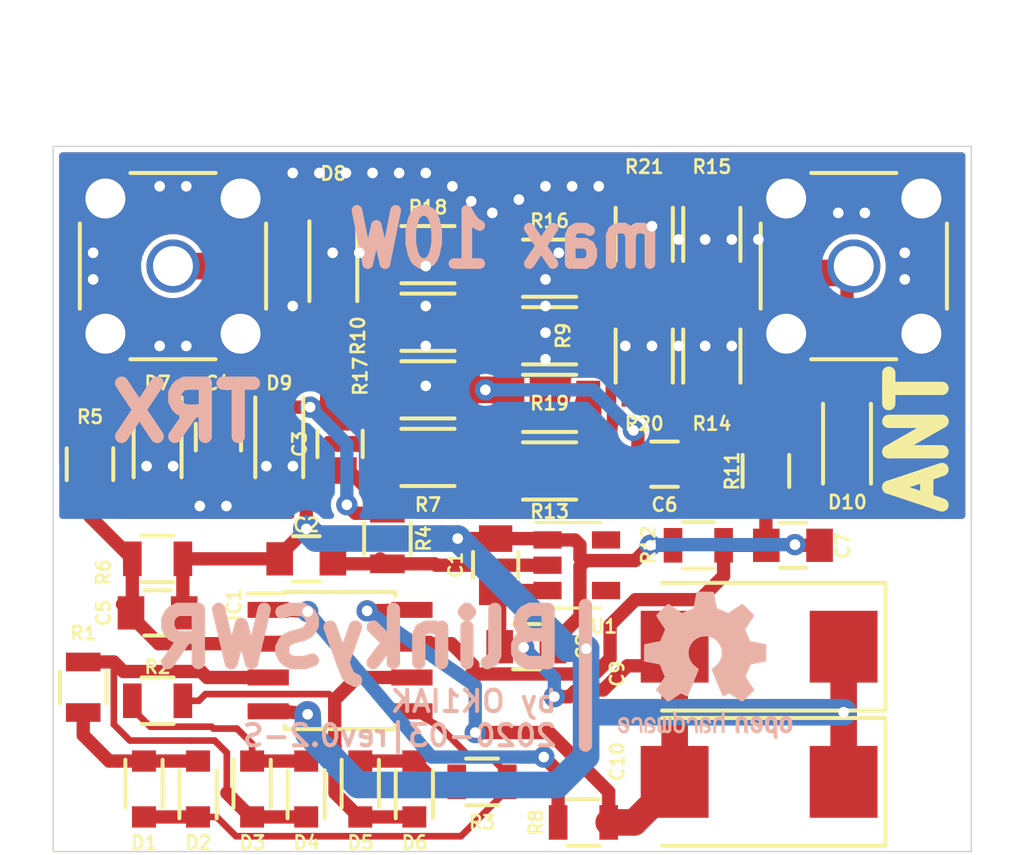
<source format=kicad_pcb>
(kicad_pcb (version 20171130) (host pcbnew 5.1.5+dfsg1-2+b1)

  (general
    (thickness 1.6)
    (drawings 10)
    (tracks 306)
    (zones 0)
    (modules 46)
    (nets 25)
  )

  (page A4)
  (title_block
    (title BlinkySWR)
    (date 2020-04-12)
    (rev 0.2-S-4R)
    (company OK1IAK)
  )

  (layers
    (0 F.Cu signal)
    (31 B.Cu signal)
    (32 B.Adhes user)
    (33 F.Adhes user)
    (34 B.Paste user)
    (35 F.Paste user)
    (36 B.SilkS user hide)
    (37 F.SilkS user)
    (38 B.Mask user hide)
    (39 F.Mask user hide)
    (40 Dwgs.User user)
    (41 Cmts.User user)
    (42 Eco1.User user)
    (43 Eco2.User user)
    (44 Edge.Cuts user)
    (45 Margin user)
    (46 B.CrtYd user hide)
    (47 F.CrtYd user)
    (48 B.Fab user hide)
    (49 F.Fab user hide)
  )

  (setup
    (last_trace_width 0.25)
    (user_trace_width 0.5)
    (user_trace_width 1)
    (trace_clearance 0.15)
    (zone_clearance 0.2)
    (zone_45_only no)
    (trace_min 0.2)
    (via_size 0.8)
    (via_drill 0.4)
    (via_min_size 0.4)
    (via_min_drill 0.3)
    (user_via 0.8 0.3)
    (user_via 1.2 0.5)
    (uvia_size 0.3)
    (uvia_drill 0.1)
    (uvias_allowed no)
    (uvia_min_size 0.2)
    (uvia_min_drill 0.1)
    (edge_width 0.05)
    (segment_width 0.2)
    (pcb_text_width 0.3)
    (pcb_text_size 1.5 1.5)
    (mod_edge_width 0.12)
    (mod_text_size 1 1)
    (mod_text_width 0.15)
    (pad_size 6.4 6.4)
    (pad_drill 3.2)
    (pad_to_mask_clearance 0.02)
    (solder_mask_min_width 0.25)
    (aux_axis_origin 0 0)
    (visible_elements FFFFFF7F)
    (pcbplotparams
      (layerselection 0x010f8_ffffffff)
      (usegerberextensions true)
      (usegerberattributes false)
      (usegerberadvancedattributes false)
      (creategerberjobfile false)
      (excludeedgelayer true)
      (linewidth 0.100000)
      (plotframeref false)
      (viasonmask false)
      (mode 1)
      (useauxorigin false)
      (hpglpennumber 1)
      (hpglpenspeed 20)
      (hpglpendiameter 15.000000)
      (psnegative false)
      (psa4output false)
      (plotreference true)
      (plotvalue true)
      (plotinvisibletext false)
      (padsonsilk false)
      (subtractmaskfromsilk false)
      (outputformat 1)
      (mirror false)
      (drillshape 0)
      (scaleselection 1)
      (outputdirectory "gerber/"))
  )

  (net 0 "")
  (net 1 +3V)
  (net 2 GND)
  (net 3 "Net-(C2-Pad2)")
  (net 4 "Net-(C3-Pad2)")
  (net 5 "Net-(C4-Pad1)")
  (net 6 FW)
  (net 7 "Net-(C6-Pad1)")
  (net 8 REF)
  (net 9 "Net-(D1-Pad2)")
  (net 10 "Net-(D1-Pad1)")
  (net 11 "Net-(D3-Pad1)")
  (net 12 "Net-(D5-Pad1)")
  (net 13 "Net-(D8-Pad2)")
  (net 14 "Net-(D10-Pad2)")
  (net 15 "Net-(IC1-Pad1)")
  (net 16 "Net-(D3-Pad2)")
  (net 17 "Net-(D5-Pad2)")
  (net 18 "Net-(D7-Pad2)")
  (net 19 "Net-(R17-Pad2)")
  (net 20 "Net-(R16-Pad2)")
  (net 21 "Net-(R10-Pad1)")
  (net 22 "Net-(R13-Pad1)")
  (net 23 "Net-(R14-Pad1)")
  (net 24 "Net-(R15-Pad1)")

  (net_class Default "Toto je výchozí třída sítě."
    (clearance 0.15)
    (trace_width 0.25)
    (via_dia 0.8)
    (via_drill 0.4)
    (uvia_dia 0.3)
    (uvia_drill 0.1)
    (add_net +3V)
    (add_net FW)
    (add_net GND)
    (add_net "Net-(C2-Pad2)")
    (add_net "Net-(C3-Pad2)")
    (add_net "Net-(C4-Pad1)")
    (add_net "Net-(C6-Pad1)")
    (add_net "Net-(D1-Pad1)")
    (add_net "Net-(D1-Pad2)")
    (add_net "Net-(D10-Pad2)")
    (add_net "Net-(D3-Pad1)")
    (add_net "Net-(D3-Pad2)")
    (add_net "Net-(D5-Pad1)")
    (add_net "Net-(D5-Pad2)")
    (add_net "Net-(D7-Pad2)")
    (add_net "Net-(D8-Pad2)")
    (add_net "Net-(IC1-Pad1)")
    (add_net "Net-(R10-Pad1)")
    (add_net "Net-(R13-Pad1)")
    (add_net "Net-(R14-Pad1)")
    (add_net "Net-(R15-Pad1)")
    (add_net "Net-(R16-Pad2)")
    (add_net "Net-(R17-Pad2)")
    (add_net REF)
  )

  (module Resistors_SMD:R_1206 (layer F.Cu) (tedit 58307BE8) (tstamp 5E5E1736)
    (at 29.21 -12.192 90)
    (descr "Resistor SMD 1206, reflow soldering, Vishay (see dcrcw.pdf)")
    (tags "resistor 1206")
    (path /5E5E76C1)
    (attr smd)
    (fp_text reference R21 (at 2.54 0 180) (layer F.SilkS)
      (effects (font (size 0.5 0.5) (thickness 0.1)))
    )
    (fp_text value 51R (at 0 2.3 90) (layer F.Fab)
      (effects (font (size 1 1) (thickness 0.15)))
    )
    (fp_line (start -1 -1.075) (end 1 -1.075) (layer F.SilkS) (width 0.15))
    (fp_line (start 1 1.075) (end -1 1.075) (layer F.SilkS) (width 0.15))
    (fp_line (start 2.2 -1.2) (end 2.2 1.2) (layer F.CrtYd) (width 0.05))
    (fp_line (start -2.2 -1.2) (end -2.2 1.2) (layer F.CrtYd) (width 0.05))
    (fp_line (start -2.2 1.2) (end 2.2 1.2) (layer F.CrtYd) (width 0.05))
    (fp_line (start -2.2 -1.2) (end 2.2 -1.2) (layer F.CrtYd) (width 0.05))
    (fp_line (start -1.6 -0.8) (end 1.6 -0.8) (layer F.Fab) (width 0.1))
    (fp_line (start 1.6 -0.8) (end 1.6 0.8) (layer F.Fab) (width 0.1))
    (fp_line (start 1.6 0.8) (end -1.6 0.8) (layer F.Fab) (width 0.1))
    (fp_line (start -1.6 0.8) (end -1.6 -0.8) (layer F.Fab) (width 0.1))
    (pad 2 smd rect (at 1.45 0 90) (size 0.9 1.7) (layers F.Cu F.Paste F.Mask)
      (net 24 "Net-(R15-Pad1)"))
    (pad 1 smd rect (at -1.45 0 90) (size 0.9 1.7) (layers F.Cu F.Paste F.Mask)
      (net 13 "Net-(D8-Pad2)"))
    (model ${KISYS3DMOD}/Resistor_SMD.3dshapes/R_1206_3216Metric.step
      (at (xyz 0 0 0))
      (scale (xyz 1 1 1))
      (rotate (xyz 0 0 0))
    )
  )

  (module Resistors_SMD:R_1206 (layer F.Cu) (tedit 58307BE8) (tstamp 5E5E0BF2)
    (at 29.21 -7.62 270)
    (descr "Resistor SMD 1206, reflow soldering, Vishay (see dcrcw.pdf)")
    (tags "resistor 1206")
    (path /5E5E7307)
    (attr smd)
    (fp_text reference R20 (at 2.54 0 180) (layer F.SilkS)
      (effects (font (size 0.5 0.5) (thickness 0.1)))
    )
    (fp_text value 51R (at 0 2.3 90) (layer F.Fab)
      (effects (font (size 1 1) (thickness 0.15)))
    )
    (fp_line (start -1 -1.075) (end 1 -1.075) (layer F.SilkS) (width 0.15))
    (fp_line (start 1 1.075) (end -1 1.075) (layer F.SilkS) (width 0.15))
    (fp_line (start 2.2 -1.2) (end 2.2 1.2) (layer F.CrtYd) (width 0.05))
    (fp_line (start -2.2 -1.2) (end -2.2 1.2) (layer F.CrtYd) (width 0.05))
    (fp_line (start -2.2 1.2) (end 2.2 1.2) (layer F.CrtYd) (width 0.05))
    (fp_line (start -2.2 -1.2) (end 2.2 -1.2) (layer F.CrtYd) (width 0.05))
    (fp_line (start -1.6 -0.8) (end 1.6 -0.8) (layer F.Fab) (width 0.1))
    (fp_line (start 1.6 -0.8) (end 1.6 0.8) (layer F.Fab) (width 0.1))
    (fp_line (start 1.6 0.8) (end -1.6 0.8) (layer F.Fab) (width 0.1))
    (fp_line (start -1.6 0.8) (end -1.6 -0.8) (layer F.Fab) (width 0.1))
    (pad 2 smd rect (at 1.45 0 270) (size 0.9 1.7) (layers F.Cu F.Paste F.Mask)
      (net 23 "Net-(R14-Pad1)"))
    (pad 1 smd rect (at -1.45 0 270) (size 0.9 1.7) (layers F.Cu F.Paste F.Mask)
      (net 13 "Net-(D8-Pad2)"))
    (model ${KISYS3DMOD}/Resistor_SMD.3dshapes/R_1206_3216Metric.step
      (at (xyz 0 0 0))
      (scale (xyz 1 1 1))
      (rotate (xyz 0 0 0))
    )
  )

  (module Resistors_SMD:R_1206 (layer F.Cu) (tedit 58307BE8) (tstamp 5E5E0BE2)
    (at 25.654 -5.842)
    (descr "Resistor SMD 1206, reflow soldering, Vishay (see dcrcw.pdf)")
    (tags "resistor 1206")
    (path /5E5E6F1E)
    (attr smd)
    (fp_text reference R19 (at 0 0) (layer F.SilkS)
      (effects (font (size 0.5 0.5) (thickness 0.1)))
    )
    (fp_text value 51R (at 0 2.3) (layer F.Fab)
      (effects (font (size 1 1) (thickness 0.15)))
    )
    (fp_line (start -1 -1.075) (end 1 -1.075) (layer F.SilkS) (width 0.15))
    (fp_line (start 1 1.075) (end -1 1.075) (layer F.SilkS) (width 0.15))
    (fp_line (start 2.2 -1.2) (end 2.2 1.2) (layer F.CrtYd) (width 0.05))
    (fp_line (start -2.2 -1.2) (end -2.2 1.2) (layer F.CrtYd) (width 0.05))
    (fp_line (start -2.2 1.2) (end 2.2 1.2) (layer F.CrtYd) (width 0.05))
    (fp_line (start -2.2 -1.2) (end 2.2 -1.2) (layer F.CrtYd) (width 0.05))
    (fp_line (start -1.6 -0.8) (end 1.6 -0.8) (layer F.Fab) (width 0.1))
    (fp_line (start 1.6 -0.8) (end 1.6 0.8) (layer F.Fab) (width 0.1))
    (fp_line (start 1.6 0.8) (end -1.6 0.8) (layer F.Fab) (width 0.1))
    (fp_line (start -1.6 0.8) (end -1.6 -0.8) (layer F.Fab) (width 0.1))
    (pad 2 smd rect (at 1.45 0) (size 0.9 1.7) (layers F.Cu F.Paste F.Mask)
      (net 22 "Net-(R13-Pad1)"))
    (pad 1 smd rect (at -1.45 0) (size 0.9 1.7) (layers F.Cu F.Paste F.Mask)
      (net 2 GND))
    (model ${KISYS3DMOD}/Resistor_SMD.3dshapes/R_1206_3216Metric.step
      (at (xyz 0 0 0))
      (scale (xyz 1 1 1))
      (rotate (xyz 0 0 0))
    )
  )

  (module Resistors_SMD:R_1206 (layer F.Cu) (tedit 58307BE8) (tstamp 5E5E1E63)
    (at 21.082 -11.43 180)
    (descr "Resistor SMD 1206, reflow soldering, Vishay (see dcrcw.pdf)")
    (tags "resistor 1206")
    (path /5E5E6796)
    (attr smd)
    (fp_text reference R18 (at 0 1.778) (layer F.SilkS)
      (effects (font (size 0.5 0.5) (thickness 0.1)))
    )
    (fp_text value 51R (at 0 2.3) (layer F.Fab)
      (effects (font (size 1 1) (thickness 0.15)))
    )
    (fp_line (start -1 -1.075) (end 1 -1.075) (layer F.SilkS) (width 0.15))
    (fp_line (start 1 1.075) (end -1 1.075) (layer F.SilkS) (width 0.15))
    (fp_line (start 2.2 -1.2) (end 2.2 1.2) (layer F.CrtYd) (width 0.05))
    (fp_line (start -2.2 -1.2) (end -2.2 1.2) (layer F.CrtYd) (width 0.05))
    (fp_line (start -2.2 1.2) (end 2.2 1.2) (layer F.CrtYd) (width 0.05))
    (fp_line (start -2.2 -1.2) (end 2.2 -1.2) (layer F.CrtYd) (width 0.05))
    (fp_line (start -1.6 -0.8) (end 1.6 -0.8) (layer F.Fab) (width 0.1))
    (fp_line (start 1.6 -0.8) (end 1.6 0.8) (layer F.Fab) (width 0.1))
    (fp_line (start 1.6 0.8) (end -1.6 0.8) (layer F.Fab) (width 0.1))
    (fp_line (start -1.6 0.8) (end -1.6 -0.8) (layer F.Fab) (width 0.1))
    (pad 2 smd rect (at 1.45 0 180) (size 0.9 1.7) (layers F.Cu F.Paste F.Mask)
      (net 21 "Net-(R10-Pad1)"))
    (pad 1 smd rect (at -1.45 0 180) (size 0.9 1.7) (layers F.Cu F.Paste F.Mask)
      (net 13 "Net-(D8-Pad2)"))
    (model ${KISYS3DMOD}/Resistor_SMD.3dshapes/R_1206_3216Metric.step
      (at (xyz 0 0 0))
      (scale (xyz 1 1 1))
      (rotate (xyz 0 0 0))
    )
  )

  (module Resistors_SMD:R_1206 (layer F.Cu) (tedit 58307BE8) (tstamp 5E5E0BC2)
    (at 21.082 -6.35 180)
    (descr "Resistor SMD 1206, reflow soldering, Vishay (see dcrcw.pdf)")
    (tags "resistor 1206")
    (path /5E5E6BEA)
    (attr smd)
    (fp_text reference R17 (at 2.54 0.508 90) (layer F.SilkS)
      (effects (font (size 0.5 0.5) (thickness 0.1)))
    )
    (fp_text value 51R (at 0 2.3) (layer F.Fab)
      (effects (font (size 1 1) (thickness 0.15)))
    )
    (fp_line (start -1 -1.075) (end 1 -1.075) (layer F.SilkS) (width 0.15))
    (fp_line (start 1 1.075) (end -1 1.075) (layer F.SilkS) (width 0.15))
    (fp_line (start 2.2 -1.2) (end 2.2 1.2) (layer F.CrtYd) (width 0.05))
    (fp_line (start -2.2 -1.2) (end -2.2 1.2) (layer F.CrtYd) (width 0.05))
    (fp_line (start -2.2 1.2) (end 2.2 1.2) (layer F.CrtYd) (width 0.05))
    (fp_line (start -2.2 -1.2) (end 2.2 -1.2) (layer F.CrtYd) (width 0.05))
    (fp_line (start -1.6 -0.8) (end 1.6 -0.8) (layer F.Fab) (width 0.1))
    (fp_line (start 1.6 -0.8) (end 1.6 0.8) (layer F.Fab) (width 0.1))
    (fp_line (start 1.6 0.8) (end -1.6 0.8) (layer F.Fab) (width 0.1))
    (fp_line (start -1.6 0.8) (end -1.6 -0.8) (layer F.Fab) (width 0.1))
    (pad 2 smd rect (at 1.45 0 180) (size 0.9 1.7) (layers F.Cu F.Paste F.Mask)
      (net 19 "Net-(R17-Pad2)"))
    (pad 1 smd rect (at -1.45 0 180) (size 0.9 1.7) (layers F.Cu F.Paste F.Mask)
      (net 2 GND))
    (model ${KISYS3DMOD}/Resistor_SMD.3dshapes/R_1206_3216Metric.step
      (at (xyz 0 0 0))
      (scale (xyz 1 1 1))
      (rotate (xyz 0 0 0))
    )
  )

  (module Resistors_SMD:R_1206 (layer F.Cu) (tedit 58307BE8) (tstamp 5E5E0BB2)
    (at 25.654 -10.922)
    (descr "Resistor SMD 1206, reflow soldering, Vishay (see dcrcw.pdf)")
    (tags "resistor 1206")
    (path /5E5E61BF)
    (attr smd)
    (fp_text reference R16 (at 0 -1.778) (layer F.SilkS)
      (effects (font (size 0.5 0.5) (thickness 0.1)))
    )
    (fp_text value 51R (at 0 2.3) (layer F.Fab)
      (effects (font (size 1 1) (thickness 0.15)))
    )
    (fp_line (start -1 -1.075) (end 1 -1.075) (layer F.SilkS) (width 0.15))
    (fp_line (start 1 1.075) (end -1 1.075) (layer F.SilkS) (width 0.15))
    (fp_line (start 2.2 -1.2) (end 2.2 1.2) (layer F.CrtYd) (width 0.05))
    (fp_line (start -2.2 -1.2) (end -2.2 1.2) (layer F.CrtYd) (width 0.05))
    (fp_line (start -2.2 1.2) (end 2.2 1.2) (layer F.CrtYd) (width 0.05))
    (fp_line (start -2.2 -1.2) (end 2.2 -1.2) (layer F.CrtYd) (width 0.05))
    (fp_line (start -1.6 -0.8) (end 1.6 -0.8) (layer F.Fab) (width 0.1))
    (fp_line (start 1.6 -0.8) (end 1.6 0.8) (layer F.Fab) (width 0.1))
    (fp_line (start 1.6 0.8) (end -1.6 0.8) (layer F.Fab) (width 0.1))
    (fp_line (start -1.6 0.8) (end -1.6 -0.8) (layer F.Fab) (width 0.1))
    (pad 2 smd rect (at 1.45 0) (size 0.9 1.7) (layers F.Cu F.Paste F.Mask)
      (net 20 "Net-(R16-Pad2)"))
    (pad 1 smd rect (at -1.45 0) (size 0.9 1.7) (layers F.Cu F.Paste F.Mask)
      (net 13 "Net-(D8-Pad2)"))
    (model ${KISYS3DMOD}/Resistor_SMD.3dshapes/R_1206_3216Metric.step
      (at (xyz 0 0 0))
      (scale (xyz 1 1 1))
      (rotate (xyz 0 0 0))
    )
  )

  (module Housings_SOIC:SOIC-8_3.9x4.9mm_Pitch1.27mm (layer F.Cu) (tedit 54130A77) (tstamp 5D8176EC)
    (at 17.78 3.824)
    (descr "8-Lead Plastic Small Outline (SN) - Narrow, 3.90 mm Body [SOIC] (see Microchip Packaging Specification 00000049BS.pdf)")
    (tags "SOIC 1.27")
    (path /5D9E69B8)
    (attr smd)
    (fp_text reference IC1 (at -3.9878 -2.0968 90) (layer F.SilkS)
      (effects (font (size 0.5 0.5) (thickness 0.1)))
    )
    (fp_text value ATTINY13A-SSH (at 0 3.5) (layer F.Fab)
      (effects (font (size 1 1) (thickness 0.15)))
    )
    (fp_line (start -2.075 -2.525) (end -3.475 -2.525) (layer F.SilkS) (width 0.15))
    (fp_line (start -2.075 2.575) (end 2.075 2.575) (layer F.SilkS) (width 0.15))
    (fp_line (start -2.075 -2.575) (end 2.075 -2.575) (layer F.SilkS) (width 0.15))
    (fp_line (start -2.075 2.575) (end -2.075 2.43) (layer F.SilkS) (width 0.15))
    (fp_line (start 2.075 2.575) (end 2.075 2.43) (layer F.SilkS) (width 0.15))
    (fp_line (start 2.075 -2.575) (end 2.075 -2.43) (layer F.SilkS) (width 0.15))
    (fp_line (start -2.075 -2.575) (end -2.075 -2.525) (layer F.SilkS) (width 0.15))
    (fp_line (start -3.75 2.75) (end 3.75 2.75) (layer F.CrtYd) (width 0.05))
    (fp_line (start -3.75 -2.75) (end 3.75 -2.75) (layer F.CrtYd) (width 0.05))
    (fp_line (start 3.75 -2.75) (end 3.75 2.75) (layer F.CrtYd) (width 0.05))
    (fp_line (start -3.75 -2.75) (end -3.75 2.75) (layer F.CrtYd) (width 0.05))
    (fp_line (start -1.95 -1.45) (end -0.95 -2.45) (layer F.Fab) (width 0.15))
    (fp_line (start -1.95 2.45) (end -1.95 -1.45) (layer F.Fab) (width 0.15))
    (fp_line (start 1.95 2.45) (end -1.95 2.45) (layer F.Fab) (width 0.15))
    (fp_line (start 1.95 -2.45) (end 1.95 2.45) (layer F.Fab) (width 0.15))
    (fp_line (start -0.95 -2.45) (end 1.95 -2.45) (layer F.Fab) (width 0.15))
    (pad 8 smd rect (at 2.7 -1.905) (size 1.55 0.6) (layers F.Cu F.Paste F.Mask)
      (net 1 +3V))
    (pad 7 smd rect (at 2.7 -0.635) (size 1.55 0.6) (layers F.Cu F.Paste F.Mask)
      (net 8 REF))
    (pad 6 smd rect (at 2.7 0.635) (size 1.55 0.6) (layers F.Cu F.Paste F.Mask)
      (net 17 "Net-(D5-Pad2)"))
    (pad 5 smd rect (at 2.7 1.905) (size 1.55 0.6) (layers F.Cu F.Paste F.Mask)
      (net 9 "Net-(D1-Pad2)"))
    (pad 4 smd rect (at -2.7 1.905) (size 1.55 0.6) (layers F.Cu F.Paste F.Mask)
      (net 2 GND))
    (pad 3 smd rect (at -2.7 0.635) (size 1.55 0.6) (layers F.Cu F.Paste F.Mask)
      (net 16 "Net-(D3-Pad2)"))
    (pad 2 smd rect (at -2.7 -0.635) (size 1.55 0.6) (layers F.Cu F.Paste F.Mask)
      (net 6 FW))
    (pad 1 smd rect (at -2.7 -1.905) (size 1.55 0.6) (layers F.Cu F.Paste F.Mask)
      (net 15 "Net-(IC1-Pad1)"))
    (model ${KISYS3DMOD}/Package_SO.3dshapes/SOIC-8_3.9x4.9mm_P1.27mm.step
      (at (xyz 0 0 0))
      (scale (xyz 1 1 1))
      (rotate (xyz 0 0 0))
    )
  )

  (module Capacitors_Tantalum_SMD:Tantalum_Case-D_EIA-7343-31_Reflow (layer F.Cu) (tedit 5E1644C3) (tstamp 5E15B79E)
    (at 33.528 8.382 180)
    (descr "Tantalum capacitor, Case D, EIA 7343-31, 7.3x4.3x2.8mm, Reflow soldering footprint")
    (tags "capacitor tantalum smd")
    (path /5E1AE163)
    (attr smd)
    (fp_text reference C10 (at 5.334 0.762 270) (layer F.SilkS)
      (effects (font (size 0.5 0.5) (thickness 0.1)))
    )
    (fp_text value 480u (at 0 3.9 180) (layer F.Fab)
      (effects (font (size 1 1) (thickness 0.15)))
    )
    (fp_line (start -4.75 -2.4) (end -4.75 2.4) (layer F.SilkS) (width 0.15))
    (fp_line (start -4.75 2.4) (end 3.65 2.4) (layer F.SilkS) (width 0.15))
    (fp_line (start -4.75 -2.4) (end 3.65 -2.4) (layer F.SilkS) (width 0.15))
    (fp_line (start -2.555 -2.15) (end -2.555 2.15) (layer F.Fab) (width 0.15))
    (fp_line (start -2.92 -2.15) (end -2.92 2.15) (layer F.Fab) (width 0.15))
    (fp_line (start 3.65 -2.15) (end -3.65 -2.15) (layer F.Fab) (width 0.15))
    (fp_line (start 3.65 2.15) (end 3.65 -2.15) (layer F.Fab) (width 0.15))
    (fp_line (start -3.65 2.15) (end 3.65 2.15) (layer F.Fab) (width 0.15))
    (fp_line (start -3.65 -2.15) (end -3.65 2.15) (layer F.Fab) (width 0.15))
    (fp_line (start 4.85 -2.5) (end -4.85 -2.5) (layer F.CrtYd) (width 0.05))
    (fp_line (start 4.85 2.5) (end 4.85 -2.5) (layer F.CrtYd) (width 0.05))
    (fp_line (start -4.85 2.5) (end 4.85 2.5) (layer F.CrtYd) (width 0.05))
    (fp_line (start -4.85 -2.5) (end -4.85 2.5) (layer F.CrtYd) (width 0.05))
    (pad 1 smd rect (at 3.175 0 180) (size 2.55 2.7) (layers F.Cu F.Paste F.Mask)
      (net 1 +3V))
    (pad 2 smd rect (at -3.175 0 180) (size 2.55 2.7) (layers F.Cu F.Paste F.Mask)
      (net 2 GND))
    (model ${KISYS3DMOD}/Capacitor_Tantalum_SMD.3dshapes/CP_EIA-7343-31_Kemet-D.step
      (at (xyz 0 0 0))
      (scale (xyz 1 1 1))
      (rotate (xyz 0 0 0))
    )
  )

  (module Capacitors_Tantalum_SMD:Tantalum_Case-D_EIA-7343-31_Reflow (layer F.Cu) (tedit 5E1644AA) (tstamp 5D883091)
    (at 33.528 3.302 180)
    (descr "Tantalum capacitor, Case D, EIA 7343-31, 7.3x4.3x2.8mm, Reflow soldering footprint")
    (tags "capacitor tantalum smd")
    (path /5D93586C)
    (attr smd)
    (fp_text reference C9 (at 5.334 -1.016 270) (layer F.SilkS)
      (effects (font (size 0.5 0.5) (thickness 0.1)))
    )
    (fp_text value 480u (at 0 3.9 180) (layer F.Fab)
      (effects (font (size 1 1) (thickness 0.15)))
    )
    (fp_line (start -4.75 -2.4) (end -4.75 2.4) (layer F.SilkS) (width 0.15))
    (fp_line (start -4.75 2.4) (end 3.65 2.4) (layer F.SilkS) (width 0.15))
    (fp_line (start -4.75 -2.4) (end 3.65 -2.4) (layer F.SilkS) (width 0.15))
    (fp_line (start -2.555 -2.15) (end -2.555 2.15) (layer F.Fab) (width 0.15))
    (fp_line (start -2.92 -2.15) (end -2.92 2.15) (layer F.Fab) (width 0.15))
    (fp_line (start 3.65 -2.15) (end -3.65 -2.15) (layer F.Fab) (width 0.15))
    (fp_line (start 3.65 2.15) (end 3.65 -2.15) (layer F.Fab) (width 0.15))
    (fp_line (start -3.65 2.15) (end 3.65 2.15) (layer F.Fab) (width 0.15))
    (fp_line (start -3.65 -2.15) (end -3.65 2.15) (layer F.Fab) (width 0.15))
    (fp_line (start 4.85 -2.5) (end -4.85 -2.5) (layer F.CrtYd) (width 0.05))
    (fp_line (start 4.85 2.5) (end 4.85 -2.5) (layer F.CrtYd) (width 0.05))
    (fp_line (start -4.85 2.5) (end 4.85 2.5) (layer F.CrtYd) (width 0.05))
    (fp_line (start -4.85 -2.5) (end -4.85 2.5) (layer F.CrtYd) (width 0.05))
    (pad 1 smd rect (at 3.175 0 180) (size 2.55 2.7) (layers F.Cu F.Paste F.Mask)
      (net 1 +3V))
    (pad 2 smd rect (at -3.175 0 180) (size 2.55 2.7) (layers F.Cu F.Paste F.Mask)
      (net 2 GND))
    (model ${KISYS3DMOD}/Capacitor_Tantalum_SMD.3dshapes/CP_EIA-7343-31_Kemet-D.step
      (at (xyz 0 0 0))
      (scale (xyz 1 1 1))
      (rotate (xyz 0 0 0))
    )
  )

  (module ok1hra:SMA-90 (layer F.Cu) (tedit 5E1640CC) (tstamp 5E159F88)
    (at 37.084 -11)
    (path /5D966454)
    (zone_connect 2)
    (fp_text reference J2 (at 0.3 4.3) (layer F.SilkS) hide
      (effects (font (size 0.5 0.5) (thickness 0.1)))
    )
    (fp_text value SMA-15* (at 0 -4.25) (layer F.SilkS) hide
      (effects (font (size 0.7 0.7) (thickness 0.15)))
    )
    (fp_line (start -1.6 -3.5) (end 1.6 -3.5) (layer F.SilkS) (width 0.15))
    (fp_line (start 3.5 -1.6) (end 3.5 1.6) (layer F.SilkS) (width 0.15))
    (fp_line (start 1.6 3.5) (end -1.6 3.5) (layer F.SilkS) (width 0.15))
    (fp_line (start -3.5 -1.6) (end -3.5 1.6) (layer F.SilkS) (width 0.15))
    (pad 2 thru_hole circle (at 2.54 2.54) (size 2.5 2.5) (drill 1.5) (layers *.Cu *.Mask)
      (net 18 "Net-(D7-Pad2)") (zone_connect 2))
    (pad 2 thru_hole circle (at -2.54 2.54) (size 2.5 2.5) (drill 1.5) (layers *.Cu *.Mask)
      (net 18 "Net-(D7-Pad2)") (zone_connect 2))
    (pad 2 thru_hole circle (at 2.54 -2.54) (size 2.5 2.5) (drill 1.5) (layers *.Cu *.Mask)
      (net 18 "Net-(D7-Pad2)") (zone_connect 2))
    (pad 2 thru_hole circle (at -2.54 -2.54) (size 2.5 2.5) (drill 1.5) (layers *.Cu *.Mask)
      (net 18 "Net-(D7-Pad2)") (zone_connect 2))
    (pad 1 thru_hole circle (at 0 0) (size 2 2) (drill 1.5) (layers *.Cu *.Mask)
      (net 14 "Net-(D10-Pad2)") (zone_connect 2))
    (model :hra:SMA-angled.STEP
      (offset (xyz 0 0 -3.8))
      (scale (xyz 1 1 1))
      (rotate (xyz 0 0 90))
    )
  )

  (module Symbols:OSHW-Logo2_7.3x6mm_SilkScreen locked (layer B.Cu) (tedit 0) (tstamp 5D94F34D)
    (at 31.5 4 180)
    (descr "Open Source Hardware Symbol")
    (tags "Logo Symbol OSHW")
    (attr virtual)
    (fp_text reference REF*** (at 0 0) (layer F.SilkS) hide
      (effects (font (size 0.5 0.5) (thickness 0.1)) (justify mirror))
    )
    (fp_text value OSHW-Logo2_7.3x6mm_SilkScreen (at 0.75 0) (layer B.Fab) hide
      (effects (font (size 1 1) (thickness 0.15)) (justify mirror))
    )
    (fp_poly (pts (xy 0.10391 2.757652) (xy 0.182454 2.757222) (xy 0.239298 2.756058) (xy 0.278105 2.753793)
      (xy 0.302538 2.75006) (xy 0.316262 2.744494) (xy 0.32294 2.736727) (xy 0.326236 2.726395)
      (xy 0.326556 2.725057) (xy 0.331562 2.700921) (xy 0.340829 2.653299) (xy 0.353392 2.587259)
      (xy 0.368287 2.507872) (xy 0.384551 2.420204) (xy 0.385119 2.417125) (xy 0.40141 2.331211)
      (xy 0.416652 2.255304) (xy 0.429861 2.193955) (xy 0.440054 2.151718) (xy 0.446248 2.133145)
      (xy 0.446543 2.132816) (xy 0.464788 2.123747) (xy 0.502405 2.108633) (xy 0.551271 2.090738)
      (xy 0.551543 2.090642) (xy 0.613093 2.067507) (xy 0.685657 2.038035) (xy 0.754057 2.008403)
      (xy 0.757294 2.006938) (xy 0.868702 1.956374) (xy 1.115399 2.12484) (xy 1.191077 2.176197)
      (xy 1.259631 2.222111) (xy 1.317088 2.25997) (xy 1.359476 2.287163) (xy 1.382825 2.301079)
      (xy 1.385042 2.302111) (xy 1.40201 2.297516) (xy 1.433701 2.275345) (xy 1.481352 2.234553)
      (xy 1.546198 2.174095) (xy 1.612397 2.109773) (xy 1.676214 2.046388) (xy 1.733329 1.988549)
      (xy 1.780305 1.939825) (xy 1.813703 1.90379) (xy 1.830085 1.884016) (xy 1.830694 1.882998)
      (xy 1.832505 1.869428) (xy 1.825683 1.847267) (xy 1.80854 1.813522) (xy 1.779393 1.7652)
      (xy 1.736555 1.699308) (xy 1.679448 1.614483) (xy 1.628766 1.539823) (xy 1.583461 1.47286)
      (xy 1.54615 1.417484) (xy 1.519452 1.37758) (xy 1.505985 1.357038) (xy 1.505137 1.355644)
      (xy 1.506781 1.335962) (xy 1.519245 1.297707) (xy 1.540048 1.248111) (xy 1.547462 1.232272)
      (xy 1.579814 1.16171) (xy 1.614328 1.081647) (xy 1.642365 1.012371) (xy 1.662568 0.960955)
      (xy 1.678615 0.921881) (xy 1.687888 0.901459) (xy 1.689041 0.899886) (xy 1.706096 0.897279)
      (xy 1.746298 0.890137) (xy 1.804302 0.879477) (xy 1.874763 0.866315) (xy 1.952335 0.851667)
      (xy 2.031672 0.836551) (xy 2.107431 0.821982) (xy 2.174264 0.808978) (xy 2.226828 0.798555)
      (xy 2.259776 0.79173) (xy 2.267857 0.789801) (xy 2.276205 0.785038) (xy 2.282506 0.774282)
      (xy 2.287045 0.753902) (xy 2.290104 0.720266) (xy 2.291967 0.669745) (xy 2.292918 0.598708)
      (xy 2.29324 0.503524) (xy 2.293257 0.464508) (xy 2.293257 0.147201) (xy 2.217057 0.132161)
      (xy 2.174663 0.124005) (xy 2.1114 0.112101) (xy 2.034962 0.097884) (xy 1.953043 0.08279)
      (xy 1.9304 0.078645) (xy 1.854806 0.063947) (xy 1.788953 0.049495) (xy 1.738366 0.036625)
      (xy 1.708574 0.026678) (xy 1.703612 0.023713) (xy 1.691426 0.002717) (xy 1.673953 -0.037967)
      (xy 1.654577 -0.090322) (xy 1.650734 -0.1016) (xy 1.625339 -0.171523) (xy 1.593817 -0.250418)
      (xy 1.562969 -0.321266) (xy 1.562817 -0.321595) (xy 1.511447 -0.432733) (xy 1.680399 -0.681253)
      (xy 1.849352 -0.929772) (xy 1.632429 -1.147058) (xy 1.566819 -1.211726) (xy 1.506979 -1.268733)
      (xy 1.456267 -1.315033) (xy 1.418046 -1.347584) (xy 1.395675 -1.363343) (xy 1.392466 -1.364343)
      (xy 1.373626 -1.356469) (xy 1.33518 -1.334578) (xy 1.28133 -1.301267) (xy 1.216276 -1.259131)
      (xy 1.14594 -1.211943) (xy 1.074555 -1.16381) (xy 1.010908 -1.121928) (xy 0.959041 -1.088871)
      (xy 0.922995 -1.067218) (xy 0.906867 -1.059543) (xy 0.887189 -1.066037) (xy 0.849875 -1.08315)
      (xy 0.802621 -1.107326) (xy 0.797612 -1.110013) (xy 0.733977 -1.141927) (xy 0.690341 -1.157579)
      (xy 0.663202 -1.157745) (xy 0.649057 -1.143204) (xy 0.648975 -1.143) (xy 0.641905 -1.125779)
      (xy 0.625042 -1.084899) (xy 0.599695 -1.023525) (xy 0.567171 -0.944819) (xy 0.528778 -0.851947)
      (xy 0.485822 -0.748072) (xy 0.444222 -0.647502) (xy 0.398504 -0.536516) (xy 0.356526 -0.433703)
      (xy 0.319548 -0.342215) (xy 0.288827 -0.265201) (xy 0.265622 -0.205815) (xy 0.25119 -0.167209)
      (xy 0.246743 -0.1528) (xy 0.257896 -0.136272) (xy 0.287069 -0.10993) (xy 0.325971 -0.080887)
      (xy 0.436757 0.010961) (xy 0.523351 0.116241) (xy 0.584716 0.232734) (xy 0.619815 0.358224)
      (xy 0.627608 0.490493) (xy 0.621943 0.551543) (xy 0.591078 0.678205) (xy 0.53792 0.790059)
      (xy 0.465767 0.885999) (xy 0.377917 0.964924) (xy 0.277665 1.02573) (xy 0.16831 1.067313)
      (xy 0.053147 1.088572) (xy -0.064525 1.088401) (xy -0.18141 1.065699) (xy -0.294211 1.019362)
      (xy -0.399631 0.948287) (xy -0.443632 0.908089) (xy -0.528021 0.804871) (xy -0.586778 0.692075)
      (xy -0.620296 0.57299) (xy -0.628965 0.450905) (xy -0.613177 0.329107) (xy -0.573322 0.210884)
      (xy -0.509793 0.099525) (xy -0.422979 -0.001684) (xy -0.325971 -0.080887) (xy -0.285563 -0.111162)
      (xy -0.257018 -0.137219) (xy -0.246743 -0.152825) (xy -0.252123 -0.169843) (xy -0.267425 -0.2105)
      (xy -0.291388 -0.271642) (xy -0.322756 -0.350119) (xy -0.360268 -0.44278) (xy -0.402667 -0.546472)
      (xy -0.444337 -0.647526) (xy -0.49031 -0.758607) (xy -0.532893 -0.861541) (xy -0.570779 -0.953165)
      (xy -0.60266 -1.030316) (xy -0.627229 -1.089831) (xy -0.64318 -1.128544) (xy -0.64909 -1.143)
      (xy -0.663052 -1.157685) (xy -0.69006 -1.157642) (xy -0.733587 -1.142099) (xy -0.79711 -1.110284)
      (xy -0.797612 -1.110013) (xy -0.84544 -1.085323) (xy -0.884103 -1.067338) (xy -0.905905 -1.059614)
      (xy -0.906867 -1.059543) (xy -0.923279 -1.067378) (xy -0.959513 -1.089165) (xy -1.011526 -1.122328)
      (xy -1.075275 -1.164291) (xy -1.14594 -1.211943) (xy -1.217884 -1.260191) (xy -1.282726 -1.302151)
      (xy -1.336265 -1.335227) (xy -1.374303 -1.356821) (xy -1.392467 -1.364343) (xy -1.409192 -1.354457)
      (xy -1.44282 -1.326826) (xy -1.48999 -1.284495) (xy -1.547342 -1.230505) (xy -1.611516 -1.167899)
      (xy -1.632503 -1.146983) (xy -1.849501 -0.929623) (xy -1.684332 -0.68722) (xy -1.634136 -0.612781)
      (xy -1.590081 -0.545972) (xy -1.554638 -0.490665) (xy -1.530281 -0.450729) (xy -1.519478 -0.430036)
      (xy -1.519162 -0.428563) (xy -1.524857 -0.409058) (xy -1.540174 -0.369822) (xy -1.562463 -0.31743)
      (xy -1.578107 -0.282355) (xy -1.607359 -0.215201) (xy -1.634906 -0.147358) (xy -1.656263 -0.090034)
      (xy -1.662065 -0.072572) (xy -1.678548 -0.025938) (xy -1.69466 0.010095) (xy -1.70351 0.023713)
      (xy -1.72304 0.032048) (xy -1.765666 0.043863) (xy -1.825855 0.057819) (xy -1.898078 0.072578)
      (xy -1.9304 0.078645) (xy -2.012478 0.093727) (xy -2.091205 0.108331) (xy -2.158891 0.12102)
      (xy -2.20784 0.130358) (xy -2.217057 0.132161) (xy -2.293257 0.147201) (xy -2.293257 0.464508)
      (xy -2.293086 0.568846) (xy -2.292384 0.647787) (xy -2.290866 0.704962) (xy -2.288251 0.744001)
      (xy -2.284254 0.768535) (xy -2.278591 0.782195) (xy -2.27098 0.788611) (xy -2.267857 0.789801)
      (xy -2.249022 0.79402) (xy -2.207412 0.802438) (xy -2.14837 0.814039) (xy -2.077243 0.827805)
      (xy -1.999375 0.84272) (xy -1.920113 0.857768) (xy -1.844802 0.871931) (xy -1.778787 0.884194)
      (xy -1.727413 0.893539) (xy -1.696025 0.89895) (xy -1.689041 0.899886) (xy -1.682715 0.912404)
      (xy -1.66871 0.945754) (xy -1.649645 0.993623) (xy -1.642366 1.012371) (xy -1.613004 1.084805)
      (xy -1.578429 1.16483) (xy -1.547463 1.232272) (xy -1.524677 1.283841) (xy -1.509518 1.326215)
      (xy -1.504458 1.352166) (xy -1.505264 1.355644) (xy -1.515959 1.372064) (xy -1.54038 1.408583)
      (xy -1.575905 1.461313) (xy -1.619913 1.526365) (xy -1.669783 1.599849) (xy -1.679644 1.614355)
      (xy -1.737508 1.700296) (xy -1.780044 1.765739) (xy -1.808946 1.813696) (xy -1.82591 1.84718)
      (xy -1.832633 1.869205) (xy -1.83081 1.882783) (xy -1.830764 1.882869) (xy -1.816414 1.900703)
      (xy -1.784677 1.935183) (xy -1.73899 1.982732) (xy -1.682796 2.039778) (xy -1.619532 2.102745)
      (xy -1.612398 2.109773) (xy -1.53267 2.18698) (xy -1.471143 2.24367) (xy -1.426579 2.28089)
      (xy -1.397743 2.299685) (xy -1.385042 2.302111) (xy -1.366506 2.291529) (xy -1.328039 2.267084)
      (xy -1.273614 2.231388) (xy -1.207202 2.187053) (xy -1.132775 2.136689) (xy -1.115399 2.12484)
      (xy -0.868703 1.956374) (xy -0.757294 2.006938) (xy -0.689543 2.036405) (xy -0.616817 2.066041)
      (xy -0.554297 2.08967) (xy -0.551543 2.090642) (xy -0.50264 2.108543) (xy -0.464943 2.12368)
      (xy -0.446575 2.13279) (xy -0.446544 2.132816) (xy -0.440715 2.149283) (xy -0.430808 2.189781)
      (xy -0.417805 2.249758) (xy -0.402691 2.32466) (xy -0.386448 2.409936) (xy -0.385119 2.417125)
      (xy -0.368825 2.504986) (xy -0.353867 2.58474) (xy -0.341209 2.651319) (xy -0.331814 2.699653)
      (xy -0.326646 2.724675) (xy -0.326556 2.725057) (xy -0.323411 2.735701) (xy -0.317296 2.743738)
      (xy -0.304547 2.749533) (xy -0.2815 2.753453) (xy -0.244491 2.755865) (xy -0.189856 2.757135)
      (xy -0.113933 2.757629) (xy -0.013056 2.757714) (xy 0 2.757714) (xy 0.10391 2.757652)) (layer B.SilkS) (width 0.01))
    (fp_poly (pts (xy 3.153595 -1.966966) (xy 3.211021 -2.004497) (xy 3.238719 -2.038096) (xy 3.260662 -2.099064)
      (xy 3.262405 -2.147308) (xy 3.258457 -2.211816) (xy 3.109686 -2.276934) (xy 3.037349 -2.310202)
      (xy 2.990084 -2.336964) (xy 2.965507 -2.360144) (xy 2.961237 -2.382667) (xy 2.974889 -2.407455)
      (xy 2.989943 -2.423886) (xy 3.033746 -2.450235) (xy 3.081389 -2.452081) (xy 3.125145 -2.431546)
      (xy 3.157289 -2.390752) (xy 3.163038 -2.376347) (xy 3.190576 -2.331356) (xy 3.222258 -2.312182)
      (xy 3.265714 -2.295779) (xy 3.265714 -2.357966) (xy 3.261872 -2.400283) (xy 3.246823 -2.435969)
      (xy 3.21528 -2.476943) (xy 3.210592 -2.482267) (xy 3.175506 -2.51872) (xy 3.145347 -2.538283)
      (xy 3.107615 -2.547283) (xy 3.076335 -2.55023) (xy 3.020385 -2.550965) (xy 2.980555 -2.54166)
      (xy 2.955708 -2.527846) (xy 2.916656 -2.497467) (xy 2.889625 -2.464613) (xy 2.872517 -2.423294)
      (xy 2.863238 -2.367521) (xy 2.859693 -2.291305) (xy 2.85941 -2.252622) (xy 2.860372 -2.206247)
      (xy 2.948007 -2.206247) (xy 2.949023 -2.231126) (xy 2.951556 -2.2352) (xy 2.968274 -2.229665)
      (xy 3.004249 -2.215017) (xy 3.052331 -2.19419) (xy 3.062386 -2.189714) (xy 3.123152 -2.158814)
      (xy 3.156632 -2.131657) (xy 3.16399 -2.10622) (xy 3.146391 -2.080481) (xy 3.131856 -2.069109)
      (xy 3.07941 -2.046364) (xy 3.030322 -2.050122) (xy 2.989227 -2.077884) (xy 2.960758 -2.127152)
      (xy 2.951631 -2.166257) (xy 2.948007 -2.206247) (xy 2.860372 -2.206247) (xy 2.861285 -2.162249)
      (xy 2.868196 -2.095384) (xy 2.881884 -2.046695) (xy 2.904096 -2.010849) (xy 2.936574 -1.982513)
      (xy 2.950733 -1.973355) (xy 3.015053 -1.949507) (xy 3.085473 -1.948006) (xy 3.153595 -1.966966)) (layer B.SilkS) (width 0.01))
    (fp_poly (pts (xy 2.6526 -1.958752) (xy 2.669948 -1.966334) (xy 2.711356 -1.999128) (xy 2.746765 -2.046547)
      (xy 2.768664 -2.097151) (xy 2.772229 -2.122098) (xy 2.760279 -2.156927) (xy 2.734067 -2.175357)
      (xy 2.705964 -2.186516) (xy 2.693095 -2.188572) (xy 2.686829 -2.173649) (xy 2.674456 -2.141175)
      (xy 2.669028 -2.126502) (xy 2.63859 -2.075744) (xy 2.59452 -2.050427) (xy 2.53801 -2.051206)
      (xy 2.533825 -2.052203) (xy 2.503655 -2.066507) (xy 2.481476 -2.094393) (xy 2.466327 -2.139287)
      (xy 2.45725 -2.204615) (xy 2.453286 -2.293804) (xy 2.452914 -2.341261) (xy 2.45273 -2.416071)
      (xy 2.451522 -2.467069) (xy 2.448309 -2.499471) (xy 2.442109 -2.518495) (xy 2.43194 -2.529356)
      (xy 2.416819 -2.537272) (xy 2.415946 -2.53767) (xy 2.386828 -2.549981) (xy 2.372403 -2.554514)
      (xy 2.370186 -2.540809) (xy 2.368289 -2.502925) (xy 2.366847 -2.445715) (xy 2.365998 -2.374027)
      (xy 2.365829 -2.321565) (xy 2.366692 -2.220047) (xy 2.37007 -2.143032) (xy 2.377142 -2.086023)
      (xy 2.389088 -2.044526) (xy 2.40709 -2.014043) (xy 2.432327 -1.99008) (xy 2.457247 -1.973355)
      (xy 2.517171 -1.951097) (xy 2.586911 -1.946076) (xy 2.6526 -1.958752)) (layer B.SilkS) (width 0.01))
    (fp_poly (pts (xy 2.144876 -1.956335) (xy 2.186667 -1.975344) (xy 2.219469 -1.998378) (xy 2.243503 -2.024133)
      (xy 2.260097 -2.057358) (xy 2.270577 -2.1028) (xy 2.276271 -2.165207) (xy 2.278507 -2.249327)
      (xy 2.278743 -2.304721) (xy 2.278743 -2.520826) (xy 2.241774 -2.53767) (xy 2.212656 -2.549981)
      (xy 2.198231 -2.554514) (xy 2.195472 -2.541025) (xy 2.193282 -2.504653) (xy 2.191942 -2.451542)
      (xy 2.191657 -2.409372) (xy 2.190434 -2.348447) (xy 2.187136 -2.300115) (xy 2.182321 -2.270518)
      (xy 2.178496 -2.264229) (xy 2.152783 -2.270652) (xy 2.112418 -2.287125) (xy 2.065679 -2.309458)
      (xy 2.020845 -2.333457) (xy 1.986193 -2.35493) (xy 1.970002 -2.369685) (xy 1.969938 -2.369845)
      (xy 1.97133 -2.397152) (xy 1.983818 -2.423219) (xy 2.005743 -2.444392) (xy 2.037743 -2.451474)
      (xy 2.065092 -2.450649) (xy 2.103826 -2.450042) (xy 2.124158 -2.459116) (xy 2.136369 -2.483092)
      (xy 2.137909 -2.487613) (xy 2.143203 -2.521806) (xy 2.129047 -2.542568) (xy 2.092148 -2.552462)
      (xy 2.052289 -2.554292) (xy 1.980562 -2.540727) (xy 1.943432 -2.521355) (xy 1.897576 -2.475845)
      (xy 1.873256 -2.419983) (xy 1.871073 -2.360957) (xy 1.891629 -2.305953) (xy 1.922549 -2.271486)
      (xy 1.95342 -2.252189) (xy 2.001942 -2.227759) (xy 2.058485 -2.202985) (xy 2.06791 -2.199199)
      (xy 2.130019 -2.171791) (xy 2.165822 -2.147634) (xy 2.177337 -2.123619) (xy 2.16658 -2.096635)
      (xy 2.148114 -2.075543) (xy 2.104469 -2.049572) (xy 2.056446 -2.047624) (xy 2.012406 -2.067637)
      (xy 1.980709 -2.107551) (xy 1.976549 -2.117848) (xy 1.952327 -2.155724) (xy 1.916965 -2.183842)
      (xy 1.872343 -2.206917) (xy 1.872343 -2.141485) (xy 1.874969 -2.101506) (xy 1.88623 -2.069997)
      (xy 1.911199 -2.036378) (xy 1.935169 -2.010484) (xy 1.972441 -1.973817) (xy 2.001401 -1.954121)
      (xy 2.032505 -1.94622) (xy 2.067713 -1.944914) (xy 2.144876 -1.956335)) (layer B.SilkS) (width 0.01))
    (fp_poly (pts (xy 1.779833 -1.958663) (xy 1.782048 -1.99685) (xy 1.783784 -2.054886) (xy 1.784899 -2.12818)
      (xy 1.785257 -2.205055) (xy 1.785257 -2.465196) (xy 1.739326 -2.511127) (xy 1.707675 -2.539429)
      (xy 1.67989 -2.550893) (xy 1.641915 -2.550168) (xy 1.62684 -2.548321) (xy 1.579726 -2.542948)
      (xy 1.540756 -2.539869) (xy 1.531257 -2.539585) (xy 1.499233 -2.541445) (xy 1.453432 -2.546114)
      (xy 1.435674 -2.548321) (xy 1.392057 -2.551735) (xy 1.362745 -2.54432) (xy 1.33368 -2.521427)
      (xy 1.323188 -2.511127) (xy 1.277257 -2.465196) (xy 1.277257 -1.978602) (xy 1.314226 -1.961758)
      (xy 1.346059 -1.949282) (xy 1.364683 -1.944914) (xy 1.369458 -1.958718) (xy 1.373921 -1.997286)
      (xy 1.377775 -2.056356) (xy 1.380722 -2.131663) (xy 1.382143 -2.195286) (xy 1.386114 -2.445657)
      (xy 1.420759 -2.450556) (xy 1.452268 -2.447131) (xy 1.467708 -2.436041) (xy 1.472023 -2.415308)
      (xy 1.475708 -2.371145) (xy 1.478469 -2.309146) (xy 1.480012 -2.234909) (xy 1.480235 -2.196706)
      (xy 1.480457 -1.976783) (xy 1.526166 -1.960849) (xy 1.558518 -1.950015) (xy 1.576115 -1.944962)
      (xy 1.576623 -1.944914) (xy 1.578388 -1.958648) (xy 1.580329 -1.99673) (xy 1.582282 -2.054482)
      (xy 1.584084 -2.127227) (xy 1.585343 -2.195286) (xy 1.589314 -2.445657) (xy 1.6764 -2.445657)
      (xy 1.680396 -2.21724) (xy 1.684392 -1.988822) (xy 1.726847 -1.966868) (xy 1.758192 -1.951793)
      (xy 1.776744 -1.944951) (xy 1.777279 -1.944914) (xy 1.779833 -1.958663)) (layer B.SilkS) (width 0.01))
    (fp_poly (pts (xy 1.190117 -2.065358) (xy 1.189933 -2.173837) (xy 1.189219 -2.257287) (xy 1.187675 -2.319704)
      (xy 1.185001 -2.365085) (xy 1.180894 -2.397429) (xy 1.175055 -2.420733) (xy 1.167182 -2.438995)
      (xy 1.161221 -2.449418) (xy 1.111855 -2.505945) (xy 1.049264 -2.541377) (xy 0.980013 -2.55409)
      (xy 0.910668 -2.542463) (xy 0.869375 -2.521568) (xy 0.826025 -2.485422) (xy 0.796481 -2.441276)
      (xy 0.778655 -2.383462) (xy 0.770463 -2.306313) (xy 0.769302 -2.249714) (xy 0.769458 -2.245647)
      (xy 0.870857 -2.245647) (xy 0.871476 -2.31055) (xy 0.874314 -2.353514) (xy 0.88084 -2.381622)
      (xy 0.892523 -2.401953) (xy 0.906483 -2.417288) (xy 0.953365 -2.44689) (xy 1.003701 -2.449419)
      (xy 1.051276 -2.424705) (xy 1.054979 -2.421356) (xy 1.070783 -2.403935) (xy 1.080693 -2.383209)
      (xy 1.086058 -2.352362) (xy 1.088228 -2.304577) (xy 1.088571 -2.251748) (xy 1.087827 -2.185381)
      (xy 1.084748 -2.141106) (xy 1.078061 -2.112009) (xy 1.066496 -2.091173) (xy 1.057013 -2.080107)
      (xy 1.01296 -2.052198) (xy 0.962224 -2.048843) (xy 0.913796 -2.070159) (xy 0.90445 -2.078073)
      (xy 0.88854 -2.095647) (xy 0.87861 -2.116587) (xy 0.873278 -2.147782) (xy 0.871163 -2.196122)
      (xy 0.870857 -2.245647) (xy 0.769458 -2.245647) (xy 0.77281 -2.158568) (xy 0.784726 -2.090086)
      (xy 0.807135 -2.0386) (xy 0.842124 -1.998443) (xy 0.869375 -1.977861) (xy 0.918907 -1.955625)
      (xy 0.976316 -1.945304) (xy 1.029682 -1.948067) (xy 1.059543 -1.959212) (xy 1.071261 -1.962383)
      (xy 1.079037 -1.950557) (xy 1.084465 -1.918866) (xy 1.088571 -1.870593) (xy 1.093067 -1.816829)
      (xy 1.099313 -1.784482) (xy 1.110676 -1.765985) (xy 1.130528 -1.75377) (xy 1.143 -1.748362)
      (xy 1.190171 -1.728601) (xy 1.190117 -2.065358)) (layer B.SilkS) (width 0.01))
    (fp_poly (pts (xy 0.529926 -1.949755) (xy 0.595858 -1.974084) (xy 0.649273 -2.017117) (xy 0.670164 -2.047409)
      (xy 0.692939 -2.102994) (xy 0.692466 -2.143186) (xy 0.668562 -2.170217) (xy 0.659717 -2.174813)
      (xy 0.62153 -2.189144) (xy 0.602028 -2.185472) (xy 0.595422 -2.161407) (xy 0.595086 -2.148114)
      (xy 0.582992 -2.09921) (xy 0.551471 -2.064999) (xy 0.507659 -2.048476) (xy 0.458695 -2.052634)
      (xy 0.418894 -2.074227) (xy 0.40545 -2.086544) (xy 0.395921 -2.101487) (xy 0.389485 -2.124075)
      (xy 0.385317 -2.159328) (xy 0.382597 -2.212266) (xy 0.380502 -2.287907) (xy 0.37996 -2.311857)
      (xy 0.377981 -2.39379) (xy 0.375731 -2.451455) (xy 0.372357 -2.489608) (xy 0.367006 -2.513004)
      (xy 0.358824 -2.526398) (xy 0.346959 -2.534545) (xy 0.339362 -2.538144) (xy 0.307102 -2.550452)
      (xy 0.288111 -2.554514) (xy 0.281836 -2.540948) (xy 0.278006 -2.499934) (xy 0.2766 -2.430999)
      (xy 0.277598 -2.333669) (xy 0.277908 -2.318657) (xy 0.280101 -2.229859) (xy 0.282693 -2.165019)
      (xy 0.286382 -2.119067) (xy 0.291864 -2.086935) (xy 0.299835 -2.063553) (xy 0.310993 -2.043852)
      (xy 0.31683 -2.03541) (xy 0.350296 -1.998057) (xy 0.387727 -1.969003) (xy 0.392309 -1.966467)
      (xy 0.459426 -1.946443) (xy 0.529926 -1.949755)) (layer B.SilkS) (width 0.01))
    (fp_poly (pts (xy 0.039744 -1.950968) (xy 0.096616 -1.972087) (xy 0.097267 -1.972493) (xy 0.13244 -1.99838)
      (xy 0.158407 -2.028633) (xy 0.17667 -2.068058) (xy 0.188732 -2.121462) (xy 0.196096 -2.193651)
      (xy 0.200264 -2.289432) (xy 0.200629 -2.303078) (xy 0.205876 -2.508842) (xy 0.161716 -2.531678)
      (xy 0.129763 -2.54711) (xy 0.11047 -2.554423) (xy 0.109578 -2.554514) (xy 0.106239 -2.541022)
      (xy 0.103587 -2.504626) (xy 0.101956 -2.451452) (xy 0.1016 -2.408393) (xy 0.101592 -2.338641)
      (xy 0.098403 -2.294837) (xy 0.087288 -2.273944) (xy 0.063501 -2.272925) (xy 0.022296 -2.288741)
      (xy -0.039914 -2.317815) (xy -0.085659 -2.341963) (xy -0.109187 -2.362913) (xy -0.116104 -2.385747)
      (xy -0.116114 -2.386877) (xy -0.104701 -2.426212) (xy -0.070908 -2.447462) (xy -0.019191 -2.450539)
      (xy 0.018061 -2.450006) (xy 0.037703 -2.460735) (xy 0.049952 -2.486505) (xy 0.057002 -2.519337)
      (xy 0.046842 -2.537966) (xy 0.043017 -2.540632) (xy 0.007001 -2.55134) (xy -0.043434 -2.552856)
      (xy -0.095374 -2.545759) (xy -0.132178 -2.532788) (xy -0.183062 -2.489585) (xy -0.211986 -2.429446)
      (xy -0.217714 -2.382462) (xy -0.213343 -2.340082) (xy -0.197525 -2.305488) (xy -0.166203 -2.274763)
      (xy -0.115322 -2.24399) (xy -0.040824 -2.209252) (xy -0.036286 -2.207288) (xy 0.030821 -2.176287)
      (xy 0.072232 -2.150862) (xy 0.089981 -2.128014) (xy 0.086107 -2.104745) (xy 0.062643 -2.078056)
      (xy 0.055627 -2.071914) (xy 0.00863 -2.0481) (xy -0.040067 -2.049103) (xy -0.082478 -2.072451)
      (xy -0.110616 -2.115675) (xy -0.113231 -2.12416) (xy -0.138692 -2.165308) (xy -0.170999 -2.185128)
      (xy -0.217714 -2.20477) (xy -0.217714 -2.15395) (xy -0.203504 -2.080082) (xy -0.161325 -2.012327)
      (xy -0.139376 -1.989661) (xy -0.089483 -1.960569) (xy -0.026033 -1.9474) (xy 0.039744 -1.950968)) (layer B.SilkS) (width 0.01))
    (fp_poly (pts (xy -0.624114 -1.851289) (xy -0.619861 -1.910613) (xy -0.614975 -1.945572) (xy -0.608205 -1.96082)
      (xy -0.598298 -1.961015) (xy -0.595086 -1.959195) (xy -0.552356 -1.946015) (xy -0.496773 -1.946785)
      (xy -0.440263 -1.960333) (xy -0.404918 -1.977861) (xy -0.368679 -2.005861) (xy -0.342187 -2.037549)
      (xy -0.324001 -2.077813) (xy -0.312678 -2.131543) (xy -0.306778 -2.203626) (xy -0.304857 -2.298951)
      (xy -0.304823 -2.317237) (xy -0.3048 -2.522646) (xy -0.350509 -2.53858) (xy -0.382973 -2.54942)
      (xy -0.400785 -2.554468) (xy -0.401309 -2.554514) (xy -0.403063 -2.540828) (xy -0.404556 -2.503076)
      (xy -0.405674 -2.446224) (xy -0.406303 -2.375234) (xy -0.4064 -2.332073) (xy -0.406602 -2.246973)
      (xy -0.407642 -2.185981) (xy -0.410169 -2.144177) (xy -0.414836 -2.116642) (xy -0.422293 -2.098456)
      (xy -0.433189 -2.084698) (xy -0.439993 -2.078073) (xy -0.486728 -2.051375) (xy -0.537728 -2.049375)
      (xy -0.583999 -2.071955) (xy -0.592556 -2.080107) (xy -0.605107 -2.095436) (xy -0.613812 -2.113618)
      (xy -0.619369 -2.139909) (xy -0.622474 -2.179562) (xy -0.623824 -2.237832) (xy -0.624114 -2.318173)
      (xy -0.624114 -2.522646) (xy -0.669823 -2.53858) (xy -0.702287 -2.54942) (xy -0.720099 -2.554468)
      (xy -0.720623 -2.554514) (xy -0.721963 -2.540623) (xy -0.723172 -2.501439) (xy -0.724199 -2.4407)
      (xy -0.724998 -2.362141) (xy -0.725519 -2.269498) (xy -0.725714 -2.166509) (xy -0.725714 -1.769342)
      (xy -0.678543 -1.749444) (xy -0.631371 -1.729547) (xy -0.624114 -1.851289)) (layer B.SilkS) (width 0.01))
    (fp_poly (pts (xy -1.831697 -1.931239) (xy -1.774473 -1.969735) (xy -1.730251 -2.025335) (xy -1.703833 -2.096086)
      (xy -1.69849 -2.148162) (xy -1.699097 -2.169893) (xy -1.704178 -2.186531) (xy -1.718145 -2.201437)
      (xy -1.745411 -2.217973) (xy -1.790388 -2.239498) (xy -1.857489 -2.269374) (xy -1.857829 -2.269524)
      (xy -1.919593 -2.297813) (xy -1.970241 -2.322933) (xy -2.004596 -2.342179) (xy -2.017482 -2.352848)
      (xy -2.017486 -2.352934) (xy -2.006128 -2.376166) (xy -1.979569 -2.401774) (xy -1.949077 -2.420221)
      (xy -1.93363 -2.423886) (xy -1.891485 -2.411212) (xy -1.855192 -2.379471) (xy -1.837483 -2.344572)
      (xy -1.820448 -2.318845) (xy -1.787078 -2.289546) (xy -1.747851 -2.264235) (xy -1.713244 -2.250471)
      (xy -1.706007 -2.249714) (xy -1.697861 -2.26216) (xy -1.69737 -2.293972) (xy -1.703357 -2.336866)
      (xy -1.714643 -2.382558) (xy -1.73005 -2.422761) (xy -1.730829 -2.424322) (xy -1.777196 -2.489062)
      (xy -1.837289 -2.533097) (xy -1.905535 -2.554711) (xy -1.976362 -2.552185) (xy -2.044196 -2.523804)
      (xy -2.047212 -2.521808) (xy -2.100573 -2.473448) (xy -2.13566 -2.410352) (xy -2.155078 -2.327387)
      (xy -2.157684 -2.304078) (xy -2.162299 -2.194055) (xy -2.156767 -2.142748) (xy -2.017486 -2.142748)
      (xy -2.015676 -2.174753) (xy -2.005778 -2.184093) (xy -1.981102 -2.177105) (xy -1.942205 -2.160587)
      (xy -1.898725 -2.139881) (xy -1.897644 -2.139333) (xy -1.860791 -2.119949) (xy -1.846 -2.107013)
      (xy -1.849647 -2.093451) (xy -1.865005 -2.075632) (xy -1.904077 -2.049845) (xy -1.946154 -2.04795)
      (xy -1.983897 -2.066717) (xy -2.009966 -2.102915) (xy -2.017486 -2.142748) (xy -2.156767 -2.142748)
      (xy -2.152806 -2.106027) (xy -2.12845 -2.036212) (xy -2.094544 -1.987302) (xy -2.033347 -1.937878)
      (xy -1.965937 -1.913359) (xy -1.89712 -1.911797) (xy -1.831697 -1.931239)) (layer B.SilkS) (width 0.01))
    (fp_poly (pts (xy -2.958885 -1.921962) (xy -2.890855 -1.957733) (xy -2.840649 -2.015301) (xy -2.822815 -2.052312)
      (xy -2.808937 -2.107882) (xy -2.801833 -2.178096) (xy -2.80116 -2.254727) (xy -2.806573 -2.329552)
      (xy -2.81773 -2.394342) (xy -2.834286 -2.440873) (xy -2.839374 -2.448887) (xy -2.899645 -2.508707)
      (xy -2.971231 -2.544535) (xy -3.048908 -2.55502) (xy -3.127452 -2.53881) (xy -3.149311 -2.529092)
      (xy -3.191878 -2.499143) (xy -3.229237 -2.459433) (xy -3.232768 -2.454397) (xy -3.247119 -2.430124)
      (xy -3.256606 -2.404178) (xy -3.26221 -2.370022) (xy -3.264914 -2.321119) (xy -3.265701 -2.250935)
      (xy -3.265714 -2.2352) (xy -3.265678 -2.230192) (xy -3.120571 -2.230192) (xy -3.119727 -2.29643)
      (xy -3.116404 -2.340386) (xy -3.109417 -2.368779) (xy -3.097584 -2.388325) (xy -3.091543 -2.394857)
      (xy -3.056814 -2.41968) (xy -3.023097 -2.418548) (xy -2.989005 -2.397016) (xy -2.968671 -2.374029)
      (xy -2.956629 -2.340478) (xy -2.949866 -2.287569) (xy -2.949402 -2.281399) (xy -2.948248 -2.185513)
      (xy -2.960312 -2.114299) (xy -2.98543 -2.068194) (xy -3.02344 -2.047635) (xy -3.037008 -2.046514)
      (xy -3.072636 -2.052152) (xy -3.097006 -2.071686) (xy -3.111907 -2.109042) (xy -3.119125 -2.16815)
      (xy -3.120571 -2.230192) (xy -3.265678 -2.230192) (xy -3.265174 -2.160413) (xy -3.262904 -2.108159)
      (xy -3.257932 -2.071949) (xy -3.249287 -2.045299) (xy -3.235995 -2.021722) (xy -3.233057 -2.017338)
      (xy -3.183687 -1.958249) (xy -3.129891 -1.923947) (xy -3.064398 -1.910331) (xy -3.042158 -1.909665)
      (xy -2.958885 -1.921962)) (layer B.SilkS) (width 0.01))
    (fp_poly (pts (xy -1.283907 -1.92778) (xy -1.237328 -1.954723) (xy -1.204943 -1.981466) (xy -1.181258 -2.009484)
      (xy -1.164941 -2.043748) (xy -1.154661 -2.089227) (xy -1.149086 -2.150892) (xy -1.146884 -2.233711)
      (xy -1.146629 -2.293246) (xy -1.146629 -2.512391) (xy -1.208314 -2.540044) (xy -1.27 -2.567697)
      (xy -1.277257 -2.32767) (xy -1.280256 -2.238028) (xy -1.283402 -2.172962) (xy -1.287299 -2.128026)
      (xy -1.292553 -2.09877) (xy -1.299769 -2.080748) (xy -1.30955 -2.069511) (xy -1.312688 -2.067079)
      (xy -1.360239 -2.048083) (xy -1.408303 -2.0556) (xy -1.436914 -2.075543) (xy -1.448553 -2.089675)
      (xy -1.456609 -2.10822) (xy -1.461729 -2.136334) (xy -1.464559 -2.179173) (xy -1.465744 -2.241895)
      (xy -1.465943 -2.307261) (xy -1.465982 -2.389268) (xy -1.467386 -2.447316) (xy -1.472086 -2.486465)
      (xy -1.482013 -2.51178) (xy -1.499097 -2.528323) (xy -1.525268 -2.541156) (xy -1.560225 -2.554491)
      (xy -1.598404 -2.569007) (xy -1.593859 -2.311389) (xy -1.592029 -2.218519) (xy -1.589888 -2.149889)
      (xy -1.586819 -2.100711) (xy -1.582206 -2.066198) (xy -1.575432 -2.041562) (xy -1.565881 -2.022016)
      (xy -1.554366 -2.00477) (xy -1.49881 -1.94968) (xy -1.43102 -1.917822) (xy -1.357287 -1.910191)
      (xy -1.283907 -1.92778)) (layer B.SilkS) (width 0.01))
    (fp_poly (pts (xy -2.400256 -1.919918) (xy -2.344799 -1.947568) (xy -2.295852 -1.99848) (xy -2.282371 -2.017338)
      (xy -2.267686 -2.042015) (xy -2.258158 -2.068816) (xy -2.252707 -2.104587) (xy -2.250253 -2.156169)
      (xy -2.249714 -2.224267) (xy -2.252148 -2.317588) (xy -2.260606 -2.387657) (xy -2.276826 -2.439931)
      (xy -2.302546 -2.479869) (xy -2.339503 -2.512929) (xy -2.342218 -2.514886) (xy -2.37864 -2.534908)
      (xy -2.422498 -2.544815) (xy -2.478276 -2.547257) (xy -2.568952 -2.547257) (xy -2.56899 -2.635283)
      (xy -2.569834 -2.684308) (xy -2.574976 -2.713065) (xy -2.588413 -2.730311) (xy -2.614142 -2.744808)
      (xy -2.620321 -2.747769) (xy -2.649236 -2.761648) (xy -2.671624 -2.770414) (xy -2.688271 -2.771171)
      (xy -2.699964 -2.761023) (xy -2.70749 -2.737073) (xy -2.711634 -2.696426) (xy -2.713185 -2.636186)
      (xy -2.712929 -2.553455) (xy -2.711651 -2.445339) (xy -2.711252 -2.413) (xy -2.709815 -2.301524)
      (xy -2.708528 -2.228603) (xy -2.569029 -2.228603) (xy -2.568245 -2.290499) (xy -2.56476 -2.330997)
      (xy -2.556876 -2.357708) (xy -2.542895 -2.378244) (xy -2.533403 -2.38826) (xy -2.494596 -2.417567)
      (xy -2.460237 -2.419952) (xy -2.424784 -2.39575) (xy -2.423886 -2.394857) (xy -2.409461 -2.376153)
      (xy -2.400687 -2.350732) (xy -2.396261 -2.311584) (xy -2.394882 -2.251697) (xy -2.394857 -2.23843)
      (xy -2.398188 -2.155901) (xy -2.409031 -2.098691) (xy -2.42866 -2.063766) (xy -2.45835 -2.048094)
      (xy -2.475509 -2.046514) (xy -2.516234 -2.053926) (xy -2.544168 -2.07833) (xy -2.560983 -2.12298)
      (xy -2.56835 -2.19113) (xy -2.569029 -2.228603) (xy -2.708528 -2.228603) (xy -2.708292 -2.215245)
      (xy -2.706323 -2.150333) (xy -2.70355 -2.102958) (xy -2.699612 -2.06929) (xy -2.694151 -2.045498)
      (xy -2.686808 -2.027753) (xy -2.677223 -2.012224) (xy -2.673113 -2.006381) (xy -2.618595 -1.951185)
      (xy -2.549664 -1.91989) (xy -2.469928 -1.911165) (xy -2.400256 -1.919918)) (layer B.SilkS) (width 0.01))
  )

  (module ok1hra:SMA-90 (layer F.Cu) (tedit 5D9268B7) (tstamp 5E158EA6)
    (at 11.5 -11 180)
    (path /58884C5F)
    (zone_connect 2)
    (fp_text reference J1 (at 0.3 4.3 180) (layer F.SilkS) hide
      (effects (font (size 0.5 0.5) (thickness 0.1)) (justify mirror))
    )
    (fp_text value SMA-15 (at 8.4 4.3 180) (layer F.SilkS) hide
      (effects (font (size 0.7 0.7) (thickness 0.15)))
    )
    (fp_line (start -1.6 -3.5) (end 1.6 -3.5) (layer F.SilkS) (width 0.15))
    (fp_line (start 3.5 -1.6) (end 3.5 1.6) (layer F.SilkS) (width 0.15))
    (fp_line (start 1.6 3.5) (end -1.6 3.5) (layer F.SilkS) (width 0.15))
    (fp_line (start -3.5 -1.6) (end -3.5 1.6) (layer F.SilkS) (width 0.15))
    (pad 2 thru_hole circle (at 2.54 2.54 180) (size 2.5 2.5) (drill 1.5) (layers *.Cu *.Mask)
      (net 18 "Net-(D7-Pad2)") (zone_connect 2))
    (pad 2 thru_hole circle (at -2.54 2.54 180) (size 2.5 2.5) (drill 1.5) (layers *.Cu *.Mask)
      (net 18 "Net-(D7-Pad2)") (zone_connect 2))
    (pad 2 thru_hole circle (at 2.54 -2.54 180) (size 2.5 2.5) (drill 1.5) (layers *.Cu *.Mask)
      (net 18 "Net-(D7-Pad2)") (zone_connect 2))
    (pad 2 thru_hole circle (at -2.54 -2.54 180) (size 2.5 2.5) (drill 1.5) (layers *.Cu *.Mask)
      (net 18 "Net-(D7-Pad2)") (zone_connect 2))
    (pad 1 thru_hole circle (at 0 0 180) (size 2 2) (drill 1.5) (layers *.Cu *.Mask)
      (net 13 "Net-(D8-Pad2)") (zone_connect 2))
    (model :hra:SMA-angled.STEP
      (offset (xyz 0 0 -3.8))
      (scale (xyz 1 1 1))
      (rotate (xyz 0 0 90))
    )
  )

  (module Capacitors_SMD:C_0805 (layer F.Cu) (tedit 5415D6EA) (tstamp 5D883B10)
    (at 24.778 3.302 180)
    (descr "Capacitor SMD 0805, reflow soldering, AVX (see smccp.pdf)")
    (tags "capacitor 0805")
    (path /5D9E805C)
    (attr smd)
    (fp_text reference C8 (at -2.146 0 90) (layer F.SilkS)
      (effects (font (size 0.5 0.5) (thickness 0.1)))
    )
    (fp_text value 100n (at 0 2.1) (layer F.Fab)
      (effects (font (size 1 1) (thickness 0.15)))
    )
    (fp_line (start -0.5 0.85) (end 0.5 0.85) (layer F.SilkS) (width 0.15))
    (fp_line (start 0.5 -0.85) (end -0.5 -0.85) (layer F.SilkS) (width 0.15))
    (fp_line (start 1.8 -1) (end 1.8 1) (layer F.CrtYd) (width 0.05))
    (fp_line (start -1.8 -1) (end -1.8 1) (layer F.CrtYd) (width 0.05))
    (fp_line (start -1.8 1) (end 1.8 1) (layer F.CrtYd) (width 0.05))
    (fp_line (start -1.8 -1) (end 1.8 -1) (layer F.CrtYd) (width 0.05))
    (fp_line (start -1 -0.625) (end 1 -0.625) (layer F.Fab) (width 0.15))
    (fp_line (start 1 -0.625) (end 1 0.625) (layer F.Fab) (width 0.15))
    (fp_line (start 1 0.625) (end -1 0.625) (layer F.Fab) (width 0.15))
    (fp_line (start -1 0.625) (end -1 -0.625) (layer F.Fab) (width 0.15))
    (pad 2 smd rect (at 1 0 180) (size 1 1.25) (layers F.Cu F.Paste F.Mask)
      (net 1 +3V))
    (pad 1 smd rect (at -1 0 180) (size 1 1.25) (layers F.Cu F.Paste F.Mask)
      (net 2 GND))
    (model ${KISYS3DMOD}/Capacitor_SMD.3dshapes/C_0805_2012Metric.step
      (at (xyz 0 0 0))
      (scale (xyz 1 1 1))
      (rotate (xyz 0 0 0))
    )
  )

  (module Resistors_SMD:R_1206 (layer F.Cu) (tedit 58307BE8) (tstamp 5D87FCBA)
    (at 31.75 -12.192 270)
    (descr "Resistor SMD 1206, reflow soldering, Vishay (see dcrcw.pdf)")
    (tags "resistor 1206")
    (path /5D90456D)
    (attr smd)
    (fp_text reference R15 (at -2.54 0 180) (layer F.SilkS)
      (effects (font (size 0.5 0.5) (thickness 0.1)))
    )
    (fp_text value 51R (at 0 2.3 90) (layer F.Fab)
      (effects (font (size 1 1) (thickness 0.15)))
    )
    (fp_line (start -1 -1.075) (end 1 -1.075) (layer F.SilkS) (width 0.15))
    (fp_line (start 1 1.075) (end -1 1.075) (layer F.SilkS) (width 0.15))
    (fp_line (start 2.2 -1.2) (end 2.2 1.2) (layer F.CrtYd) (width 0.05))
    (fp_line (start -2.2 -1.2) (end -2.2 1.2) (layer F.CrtYd) (width 0.05))
    (fp_line (start -2.2 1.2) (end 2.2 1.2) (layer F.CrtYd) (width 0.05))
    (fp_line (start -2.2 -1.2) (end 2.2 -1.2) (layer F.CrtYd) (width 0.05))
    (fp_line (start -1.6 -0.8) (end 1.6 -0.8) (layer F.Fab) (width 0.1))
    (fp_line (start 1.6 -0.8) (end 1.6 0.8) (layer F.Fab) (width 0.1))
    (fp_line (start 1.6 0.8) (end -1.6 0.8) (layer F.Fab) (width 0.1))
    (fp_line (start -1.6 0.8) (end -1.6 -0.8) (layer F.Fab) (width 0.1))
    (pad 2 smd rect (at 1.45 0 270) (size 0.9 1.7) (layers F.Cu F.Paste F.Mask)
      (net 14 "Net-(D10-Pad2)"))
    (pad 1 smd rect (at -1.45 0 270) (size 0.9 1.7) (layers F.Cu F.Paste F.Mask)
      (net 24 "Net-(R15-Pad1)"))
    (model ${KISYS3DMOD}/Resistor_SMD.3dshapes/R_1206_3216Metric.step
      (at (xyz 0 0 0))
      (scale (xyz 1 1 1))
      (rotate (xyz 0 0 0))
    )
  )

  (module Resistors_SMD:R_1206 (layer F.Cu) (tedit 58307BE8) (tstamp 5D87FCAA)
    (at 31.75 -7.62 90)
    (descr "Resistor SMD 1206, reflow soldering, Vishay (see dcrcw.pdf)")
    (tags "resistor 1206")
    (path /5D90408A)
    (attr smd)
    (fp_text reference R14 (at -2.54 0 180) (layer F.SilkS)
      (effects (font (size 0.5 0.5) (thickness 0.1)))
    )
    (fp_text value 51R (at 0 2.3 90) (layer F.Fab)
      (effects (font (size 1 1) (thickness 0.15)))
    )
    (fp_line (start -1 -1.075) (end 1 -1.075) (layer F.SilkS) (width 0.15))
    (fp_line (start 1 1.075) (end -1 1.075) (layer F.SilkS) (width 0.15))
    (fp_line (start 2.2 -1.2) (end 2.2 1.2) (layer F.CrtYd) (width 0.05))
    (fp_line (start -2.2 -1.2) (end -2.2 1.2) (layer F.CrtYd) (width 0.05))
    (fp_line (start -2.2 1.2) (end 2.2 1.2) (layer F.CrtYd) (width 0.05))
    (fp_line (start -2.2 -1.2) (end 2.2 -1.2) (layer F.CrtYd) (width 0.05))
    (fp_line (start -1.6 -0.8) (end 1.6 -0.8) (layer F.Fab) (width 0.1))
    (fp_line (start 1.6 -0.8) (end 1.6 0.8) (layer F.Fab) (width 0.1))
    (fp_line (start 1.6 0.8) (end -1.6 0.8) (layer F.Fab) (width 0.1))
    (fp_line (start -1.6 0.8) (end -1.6 -0.8) (layer F.Fab) (width 0.1))
    (pad 2 smd rect (at 1.45 0 90) (size 0.9 1.7) (layers F.Cu F.Paste F.Mask)
      (net 14 "Net-(D10-Pad2)"))
    (pad 1 smd rect (at -1.45 0 90) (size 0.9 1.7) (layers F.Cu F.Paste F.Mask)
      (net 23 "Net-(R14-Pad1)"))
    (model ${KISYS3DMOD}/Resistor_SMD.3dshapes/R_1206_3216Metric.step
      (at (xyz 0 0 0))
      (scale (xyz 1 1 1))
      (rotate (xyz 0 0 0))
    )
  )

  (module Resistors_SMD:R_1206 (layer F.Cu) (tedit 5D926DD7) (tstamp 5D87FC9A)
    (at 25.654 -3.302 180)
    (descr "Resistor SMD 1206, reflow soldering, Vishay (see dcrcw.pdf)")
    (tags "resistor 1206")
    (path /5D9036E2)
    (attr smd)
    (fp_text reference R13 (at 0 -1.524) (layer F.SilkS)
      (effects (font (size 0.5 0.5) (thickness 0.1)))
    )
    (fp_text value 51R (at 0 2.3) (layer F.Fab)
      (effects (font (size 1 1) (thickness 0.15)))
    )
    (fp_line (start -1 -1.075) (end 1 -1.075) (layer F.SilkS) (width 0.15))
    (fp_line (start 1 1.075) (end -1 1.075) (layer F.SilkS) (width 0.15))
    (fp_line (start 2.2 -1.2) (end 2.2 1.2) (layer F.CrtYd) (width 0.05))
    (fp_line (start -2.2 -1.2) (end -2.2 1.2) (layer F.CrtYd) (width 0.05))
    (fp_line (start -2.2 1.2) (end 2.2 1.2) (layer F.CrtYd) (width 0.05))
    (fp_line (start -2.2 -1.2) (end 2.2 -1.2) (layer F.CrtYd) (width 0.05))
    (fp_line (start -1.6 -0.8) (end 1.6 -0.8) (layer F.Fab) (width 0.1))
    (fp_line (start 1.6 -0.8) (end 1.6 0.8) (layer F.Fab) (width 0.1))
    (fp_line (start 1.6 0.8) (end -1.6 0.8) (layer F.Fab) (width 0.1))
    (fp_line (start -1.6 0.8) (end -1.6 -0.8) (layer F.Fab) (width 0.1))
    (pad 2 smd rect (at 1.45 0 180) (size 0.9 1.7) (layers F.Cu F.Paste F.Mask)
      (net 18 "Net-(D7-Pad2)") (zone_connect 2))
    (pad 1 smd rect (at -1.45 0 180) (size 0.9 1.7) (layers F.Cu F.Paste F.Mask)
      (net 22 "Net-(R13-Pad1)"))
    (model ${KISYS3DMOD}/Resistor_SMD.3dshapes/R_1206_3216Metric.step
      (at (xyz 0 0 0))
      (scale (xyz 1 1 1))
      (rotate (xyz 0 0 0))
    )
  )

  (module Resistors_SMD:R_1206 (layer F.Cu) (tedit 58307BE8) (tstamp 5D87FC4E)
    (at 21.082 -8.89)
    (descr "Resistor SMD 1206, reflow soldering, Vishay (see dcrcw.pdf)")
    (tags "resistor 1206")
    (path /5D8FEA42)
    (attr smd)
    (fp_text reference R10 (at -2.6302 0.508 90) (layer F.SilkS)
      (effects (font (size 0.5 0.5) (thickness 0.1)))
    )
    (fp_text value 51R (at 0 2.3) (layer F.Fab)
      (effects (font (size 1 1) (thickness 0.15)))
    )
    (fp_line (start -1.6 0.8) (end -1.6 -0.8) (layer F.Fab) (width 0.1))
    (fp_line (start 1.6 0.8) (end -1.6 0.8) (layer F.Fab) (width 0.1))
    (fp_line (start 1.6 -0.8) (end 1.6 0.8) (layer F.Fab) (width 0.1))
    (fp_line (start -1.6 -0.8) (end 1.6 -0.8) (layer F.Fab) (width 0.1))
    (fp_line (start -2.2 -1.2) (end 2.2 -1.2) (layer F.CrtYd) (width 0.05))
    (fp_line (start -2.2 1.2) (end 2.2 1.2) (layer F.CrtYd) (width 0.05))
    (fp_line (start -2.2 -1.2) (end -2.2 1.2) (layer F.CrtYd) (width 0.05))
    (fp_line (start 2.2 -1.2) (end 2.2 1.2) (layer F.CrtYd) (width 0.05))
    (fp_line (start 1 1.075) (end -1 1.075) (layer F.SilkS) (width 0.15))
    (fp_line (start -1 -1.075) (end 1 -1.075) (layer F.SilkS) (width 0.15))
    (pad 1 smd rect (at -1.45 0) (size 0.9 1.7) (layers F.Cu F.Paste F.Mask)
      (net 21 "Net-(R10-Pad1)"))
    (pad 2 smd rect (at 1.45 0) (size 0.9 1.7) (layers F.Cu F.Paste F.Mask)
      (net 2 GND))
    (model ${KISYS3DMOD}/Resistor_SMD.3dshapes/R_1206_3216Metric.step
      (at (xyz 0 0 0))
      (scale (xyz 1 1 1))
      (rotate (xyz 0 0 0))
    )
  )

  (module Resistors_SMD:R_1206 (layer F.Cu) (tedit 58307BE8) (tstamp 5D817CBC)
    (at 25.654 -8.382 180)
    (descr "Resistor SMD 1206, reflow soldering, Vishay (see dcrcw.pdf)")
    (tags "resistor 1206")
    (path /5D8635B7)
    (attr smd)
    (fp_text reference R9 (at -0.508 0 90) (layer F.SilkS)
      (effects (font (size 0.5 0.5) (thickness 0.1)))
    )
    (fp_text value 51R (at 0 2.3) (layer F.Fab)
      (effects (font (size 1 1) (thickness 0.15)))
    )
    (fp_line (start -1.6 0.8) (end -1.6 -0.8) (layer F.Fab) (width 0.1))
    (fp_line (start 1.6 0.8) (end -1.6 0.8) (layer F.Fab) (width 0.1))
    (fp_line (start 1.6 -0.8) (end 1.6 0.8) (layer F.Fab) (width 0.1))
    (fp_line (start -1.6 -0.8) (end 1.6 -0.8) (layer F.Fab) (width 0.1))
    (fp_line (start -2.2 -1.2) (end 2.2 -1.2) (layer F.CrtYd) (width 0.05))
    (fp_line (start -2.2 1.2) (end 2.2 1.2) (layer F.CrtYd) (width 0.05))
    (fp_line (start -2.2 -1.2) (end -2.2 1.2) (layer F.CrtYd) (width 0.05))
    (fp_line (start 2.2 -1.2) (end 2.2 1.2) (layer F.CrtYd) (width 0.05))
    (fp_line (start 1 1.075) (end -1 1.075) (layer F.SilkS) (width 0.15))
    (fp_line (start -1 -1.075) (end 1 -1.075) (layer F.SilkS) (width 0.15))
    (pad 1 smd rect (at -1.45 0 180) (size 0.9 1.7) (layers F.Cu F.Paste F.Mask)
      (net 20 "Net-(R16-Pad2)"))
    (pad 2 smd rect (at 1.45 0 180) (size 0.9 1.7) (layers F.Cu F.Paste F.Mask)
      (net 2 GND))
    (model ${KISYS3DMOD}/Resistor_SMD.3dshapes/R_1206_3216Metric.step
      (at (xyz 0 0 0))
      (scale (xyz 1 1 1))
      (rotate (xyz 0 0 0))
    )
  )

  (module Resistors_SMD:R_1206 (layer F.Cu) (tedit 5D926DDF) (tstamp 5D87FC11)
    (at 21.082 -3.81)
    (descr "Resistor SMD 1206, reflow soldering, Vishay (see dcrcw.pdf)")
    (tags "resistor 1206")
    (path /5D903B2B)
    (attr smd)
    (fp_text reference R7 (at 0 1.778) (layer F.SilkS)
      (effects (font (size 0.5 0.5) (thickness 0.1)))
    )
    (fp_text value 51R (at 0 2.3) (layer F.Fab)
      (effects (font (size 1 1) (thickness 0.15)))
    )
    (fp_line (start -1 -1.075) (end 1 -1.075) (layer F.SilkS) (width 0.15))
    (fp_line (start 1 1.075) (end -1 1.075) (layer F.SilkS) (width 0.15))
    (fp_line (start 2.2 -1.2) (end 2.2 1.2) (layer F.CrtYd) (width 0.05))
    (fp_line (start -2.2 -1.2) (end -2.2 1.2) (layer F.CrtYd) (width 0.05))
    (fp_line (start -2.2 1.2) (end 2.2 1.2) (layer F.CrtYd) (width 0.05))
    (fp_line (start -2.2 -1.2) (end 2.2 -1.2) (layer F.CrtYd) (width 0.05))
    (fp_line (start -1.6 -0.8) (end 1.6 -0.8) (layer F.Fab) (width 0.1))
    (fp_line (start 1.6 -0.8) (end 1.6 0.8) (layer F.Fab) (width 0.1))
    (fp_line (start 1.6 0.8) (end -1.6 0.8) (layer F.Fab) (width 0.1))
    (fp_line (start -1.6 0.8) (end -1.6 -0.8) (layer F.Fab) (width 0.1))
    (pad 2 smd rect (at 1.45 0) (size 0.9 1.7) (layers F.Cu F.Paste F.Mask)
      (net 18 "Net-(D7-Pad2)") (zone_connect 2))
    (pad 1 smd rect (at -1.45 0) (size 0.9 1.7) (layers F.Cu F.Paste F.Mask)
      (net 19 "Net-(R17-Pad2)"))
    (model ${KISYS3DMOD}/Resistor_SMD.3dshapes/R_1206_3216Metric.step
      (at (xyz 0 0 0))
      (scale (xyz 1 1 1))
      (rotate (xyz 0 0 0))
    )
  )

  (module Diodes_SMD:D_0805 (layer F.Cu) (tedit 574BBB4C) (tstamp 5D94001D)
    (at 20.57 8.65 90)
    (descr "Diode SMD in 0805 package")
    (tags "smd diode")
    (path /5D8F1C8E)
    (attr smd)
    (fp_text reference D6 (at -2.018 0.012 180) (layer F.SilkS)
      (effects (font (size 0.5 0.5) (thickness 0.1)))
    )
    (fp_text value OF-SMD2012HR (at 0 -1.6 90) (layer F.Fab)
      (effects (font (size 1 1) (thickness 0.15)))
    )
    (fp_line (start -1.1 -0.7) (end 0.7 -0.7) (layer F.SilkS) (width 0.15))
    (fp_line (start -1.1 0.7) (end 0.7 0.7) (layer F.SilkS) (width 0.15))
    (fp_line (start -1 -0.6) (end 1 -0.6) (layer F.Fab) (width 0.15))
    (fp_line (start 1 -0.6) (end 1 0.6) (layer F.Fab) (width 0.15))
    (fp_line (start 1 0.6) (end -1 0.6) (layer F.Fab) (width 0.15))
    (fp_line (start -1 0.6) (end -1 -0.6) (layer F.Fab) (width 0.15))
    (fp_line (start 0.2 -0.2) (end -0.1 0) (layer F.Fab) (width 0.15))
    (fp_line (start -0.1 0) (end 0.2 0.2) (layer F.Fab) (width 0.15))
    (fp_line (start 0.2 0.2) (end 0.2 -0.2) (layer F.Fab) (width 0.15))
    (fp_line (start -0.1 -0.2) (end -0.1 0.2) (layer F.Fab) (width 0.15))
    (fp_line (start -0.1 0) (end -0.3 0) (layer F.Fab) (width 0.15))
    (fp_line (start 0.2 0) (end 0.4 0) (layer F.Fab) (width 0.15))
    (fp_line (start -1.8 -0.9) (end 1.8 -0.9) (layer F.CrtYd) (width 0.05))
    (fp_line (start 1.8 -0.9) (end 1.8 0.9) (layer F.CrtYd) (width 0.05))
    (fp_line (start 1.8 0.9) (end -1.8 0.9) (layer F.CrtYd) (width 0.05))
    (fp_line (start -1.8 0.9) (end -1.8 -0.9) (layer F.CrtYd) (width 0.05))
    (pad 2 smd rect (at 1.05 0 90) (size 0.8 0.9) (layers F.Cu F.Paste F.Mask)
      (net 12 "Net-(D5-Pad1)"))
    (pad 1 smd rect (at -1.05 0 90) (size 0.8 0.9) (layers F.Cu F.Paste F.Mask)
      (net 17 "Net-(D5-Pad2)"))
    (model ${KISYS3DMOD}/LED_SMD.3dshapes/LED_0805_2012Metric_Castellated.step
      (at (xyz 0 0 0))
      (scale (xyz 1 1 1))
      (rotate (xyz 0 0 0))
    )
  )

  (module Diodes_SMD:D_0805 (layer F.Cu) (tedit 574BBB4C) (tstamp 5D93FEF7)
    (at 18.538 8.65 270)
    (descr "Diode SMD in 0805 package")
    (tags "smd diode")
    (path /5D8F1165)
    (attr smd)
    (fp_text reference D5 (at 2.018 -0.012 180) (layer F.SilkS)
      (effects (font (size 0.5 0.5) (thickness 0.1)))
    )
    (fp_text value OF-SMD2012HR (at 0 -1.6 90) (layer F.Fab)
      (effects (font (size 1 1) (thickness 0.15)))
    )
    (fp_line (start -1.1 -0.7) (end 0.7 -0.7) (layer F.SilkS) (width 0.15))
    (fp_line (start -1.1 0.7) (end 0.7 0.7) (layer F.SilkS) (width 0.15))
    (fp_line (start -1 -0.6) (end 1 -0.6) (layer F.Fab) (width 0.15))
    (fp_line (start 1 -0.6) (end 1 0.6) (layer F.Fab) (width 0.15))
    (fp_line (start 1 0.6) (end -1 0.6) (layer F.Fab) (width 0.15))
    (fp_line (start -1 0.6) (end -1 -0.6) (layer F.Fab) (width 0.15))
    (fp_line (start 0.2 -0.2) (end -0.1 0) (layer F.Fab) (width 0.15))
    (fp_line (start -0.1 0) (end 0.2 0.2) (layer F.Fab) (width 0.15))
    (fp_line (start 0.2 0.2) (end 0.2 -0.2) (layer F.Fab) (width 0.15))
    (fp_line (start -0.1 -0.2) (end -0.1 0.2) (layer F.Fab) (width 0.15))
    (fp_line (start -0.1 0) (end -0.3 0) (layer F.Fab) (width 0.15))
    (fp_line (start 0.2 0) (end 0.4 0) (layer F.Fab) (width 0.15))
    (fp_line (start -1.8 -0.9) (end 1.8 -0.9) (layer F.CrtYd) (width 0.05))
    (fp_line (start 1.8 -0.9) (end 1.8 0.9) (layer F.CrtYd) (width 0.05))
    (fp_line (start 1.8 0.9) (end -1.8 0.9) (layer F.CrtYd) (width 0.05))
    (fp_line (start -1.8 0.9) (end -1.8 -0.9) (layer F.CrtYd) (width 0.05))
    (pad 2 smd rect (at 1.05 0 270) (size 0.8 0.9) (layers F.Cu F.Paste F.Mask)
      (net 17 "Net-(D5-Pad2)"))
    (pad 1 smd rect (at -1.05 0 270) (size 0.8 0.9) (layers F.Cu F.Paste F.Mask)
      (net 12 "Net-(D5-Pad1)"))
    (model ${KISYS3DMOD}/LED_SMD.3dshapes/LED_0805_2012Metric_Castellated.step
      (at (xyz 0 0 0))
      (scale (xyz 1 1 1))
      (rotate (xyz 0 0 0))
    )
  )

  (module Diodes_SMD:D_0805 (layer F.Cu) (tedit 574BBB4C) (tstamp 5D93FF36)
    (at 16.506 8.65 90)
    (descr "Diode SMD in 0805 package")
    (tags "smd diode")
    (path /5D8F6B3E)
    (attr smd)
    (fp_text reference D4 (at -2.018 0.012 180) (layer F.SilkS)
      (effects (font (size 0.5 0.5) (thickness 0.1)))
    )
    (fp_text value OF-SMD2012HR (at 0 -1.6 90) (layer F.Fab)
      (effects (font (size 1 1) (thickness 0.15)))
    )
    (fp_line (start -1.1 -0.7) (end 0.7 -0.7) (layer F.SilkS) (width 0.15))
    (fp_line (start -1.1 0.7) (end 0.7 0.7) (layer F.SilkS) (width 0.15))
    (fp_line (start -1 -0.6) (end 1 -0.6) (layer F.Fab) (width 0.15))
    (fp_line (start 1 -0.6) (end 1 0.6) (layer F.Fab) (width 0.15))
    (fp_line (start 1 0.6) (end -1 0.6) (layer F.Fab) (width 0.15))
    (fp_line (start -1 0.6) (end -1 -0.6) (layer F.Fab) (width 0.15))
    (fp_line (start 0.2 -0.2) (end -0.1 0) (layer F.Fab) (width 0.15))
    (fp_line (start -0.1 0) (end 0.2 0.2) (layer F.Fab) (width 0.15))
    (fp_line (start 0.2 0.2) (end 0.2 -0.2) (layer F.Fab) (width 0.15))
    (fp_line (start -0.1 -0.2) (end -0.1 0.2) (layer F.Fab) (width 0.15))
    (fp_line (start -0.1 0) (end -0.3 0) (layer F.Fab) (width 0.15))
    (fp_line (start 0.2 0) (end 0.4 0) (layer F.Fab) (width 0.15))
    (fp_line (start -1.8 -0.9) (end 1.8 -0.9) (layer F.CrtYd) (width 0.05))
    (fp_line (start 1.8 -0.9) (end 1.8 0.9) (layer F.CrtYd) (width 0.05))
    (fp_line (start 1.8 0.9) (end -1.8 0.9) (layer F.CrtYd) (width 0.05))
    (fp_line (start -1.8 0.9) (end -1.8 -0.9) (layer F.CrtYd) (width 0.05))
    (pad 2 smd rect (at 1.05 0 90) (size 0.8 0.9) (layers F.Cu F.Paste F.Mask)
      (net 11 "Net-(D3-Pad1)"))
    (pad 1 smd rect (at -1.05 0 90) (size 0.8 0.9) (layers F.Cu F.Paste F.Mask)
      (net 16 "Net-(D3-Pad2)"))
    (model ${KISYS3DMOD}/LED_SMD.3dshapes/LED_0805_2012Metric_Castellated.step
      (at (xyz 0 0 0))
      (scale (xyz 1 1 1))
      (rotate (xyz 0 0 0))
    )
  )

  (module Diodes_SMD:D_0805 (layer F.Cu) (tedit 574BBB4C) (tstamp 5D93FE88)
    (at 14.474 8.65 270)
    (descr "Diode SMD in 0805 package")
    (tags "smd diode")
    (path /5D8F0AC2)
    (attr smd)
    (fp_text reference D3 (at 2.018 -0.012 180) (layer F.SilkS)
      (effects (font (size 0.5 0.5) (thickness 0.1)))
    )
    (fp_text value OF-SMD2012HR (at 0 -1.6 90) (layer F.Fab)
      (effects (font (size 1 1) (thickness 0.15)))
    )
    (fp_line (start -1.1 -0.7) (end 0.7 -0.7) (layer F.SilkS) (width 0.15))
    (fp_line (start -1.1 0.7) (end 0.7 0.7) (layer F.SilkS) (width 0.15))
    (fp_line (start -1 -0.6) (end 1 -0.6) (layer F.Fab) (width 0.15))
    (fp_line (start 1 -0.6) (end 1 0.6) (layer F.Fab) (width 0.15))
    (fp_line (start 1 0.6) (end -1 0.6) (layer F.Fab) (width 0.15))
    (fp_line (start -1 0.6) (end -1 -0.6) (layer F.Fab) (width 0.15))
    (fp_line (start 0.2 -0.2) (end -0.1 0) (layer F.Fab) (width 0.15))
    (fp_line (start -0.1 0) (end 0.2 0.2) (layer F.Fab) (width 0.15))
    (fp_line (start 0.2 0.2) (end 0.2 -0.2) (layer F.Fab) (width 0.15))
    (fp_line (start -0.1 -0.2) (end -0.1 0.2) (layer F.Fab) (width 0.15))
    (fp_line (start -0.1 0) (end -0.3 0) (layer F.Fab) (width 0.15))
    (fp_line (start 0.2 0) (end 0.4 0) (layer F.Fab) (width 0.15))
    (fp_line (start -1.8 -0.9) (end 1.8 -0.9) (layer F.CrtYd) (width 0.05))
    (fp_line (start 1.8 -0.9) (end 1.8 0.9) (layer F.CrtYd) (width 0.05))
    (fp_line (start 1.8 0.9) (end -1.8 0.9) (layer F.CrtYd) (width 0.05))
    (fp_line (start -1.8 0.9) (end -1.8 -0.9) (layer F.CrtYd) (width 0.05))
    (pad 2 smd rect (at 1.05 0 270) (size 0.8 0.9) (layers F.Cu F.Paste F.Mask)
      (net 16 "Net-(D3-Pad2)"))
    (pad 1 smd rect (at -1.05 0 270) (size 0.8 0.9) (layers F.Cu F.Paste F.Mask)
      (net 11 "Net-(D3-Pad1)"))
    (model ${KISYS3DMOD}/LED_SMD.3dshapes/LED_0805_2012Metric_Castellated.step
      (at (xyz 0 0 0))
      (scale (xyz 1 1 1))
      (rotate (xyz 0 0 0))
    )
  )

  (module Diodes_SMD:D_0805 (layer F.Cu) (tedit 574BBB4C) (tstamp 5D94005C)
    (at 12.442 8.65 90)
    (descr "Diode SMD in 0805 package")
    (tags "smd diode")
    (path /5D8F70F1)
    (attr smd)
    (fp_text reference D2 (at -2.018 0.012 180) (layer F.SilkS)
      (effects (font (size 0.5 0.5) (thickness 0.1)))
    )
    (fp_text value OF-SMD2012HR (at 0 -1.6 90) (layer F.Fab)
      (effects (font (size 1 1) (thickness 0.15)))
    )
    (fp_line (start -1.1 -0.7) (end 0.7 -0.7) (layer F.SilkS) (width 0.15))
    (fp_line (start -1.1 0.7) (end 0.7 0.7) (layer F.SilkS) (width 0.15))
    (fp_line (start -1 -0.6) (end 1 -0.6) (layer F.Fab) (width 0.15))
    (fp_line (start 1 -0.6) (end 1 0.6) (layer F.Fab) (width 0.15))
    (fp_line (start 1 0.6) (end -1 0.6) (layer F.Fab) (width 0.15))
    (fp_line (start -1 0.6) (end -1 -0.6) (layer F.Fab) (width 0.15))
    (fp_line (start 0.2 -0.2) (end -0.1 0) (layer F.Fab) (width 0.15))
    (fp_line (start -0.1 0) (end 0.2 0.2) (layer F.Fab) (width 0.15))
    (fp_line (start 0.2 0.2) (end 0.2 -0.2) (layer F.Fab) (width 0.15))
    (fp_line (start -0.1 -0.2) (end -0.1 0.2) (layer F.Fab) (width 0.15))
    (fp_line (start -0.1 0) (end -0.3 0) (layer F.Fab) (width 0.15))
    (fp_line (start 0.2 0) (end 0.4 0) (layer F.Fab) (width 0.15))
    (fp_line (start -1.8 -0.9) (end 1.8 -0.9) (layer F.CrtYd) (width 0.05))
    (fp_line (start 1.8 -0.9) (end 1.8 0.9) (layer F.CrtYd) (width 0.05))
    (fp_line (start 1.8 0.9) (end -1.8 0.9) (layer F.CrtYd) (width 0.05))
    (fp_line (start -1.8 0.9) (end -1.8 -0.9) (layer F.CrtYd) (width 0.05))
    (pad 2 smd rect (at 1.05 0 90) (size 0.8 0.9) (layers F.Cu F.Paste F.Mask)
      (net 10 "Net-(D1-Pad1)"))
    (pad 1 smd rect (at -1.05 0 90) (size 0.8 0.9) (layers F.Cu F.Paste F.Mask)
      (net 9 "Net-(D1-Pad2)"))
    (model ${KISYS3DMOD}/LED_SMD.3dshapes/LED_0805_2012Metric_Castellated.step
      (at (xyz 0 0 0))
      (scale (xyz 1 1 1))
      (rotate (xyz 0 0 0))
    )
  )

  (module Diodes_SMD:D_0805 (layer F.Cu) (tedit 574BBB4C) (tstamp 5D93FF7B)
    (at 10.41 8.65 270)
    (descr "Diode SMD in 0805 package")
    (tags "smd diode")
    (path /5CFB515E)
    (attr smd)
    (fp_text reference D1 (at 2.018 -0.012 180) (layer F.SilkS)
      (effects (font (size 0.5 0.5) (thickness 0.1)))
    )
    (fp_text value OF-SMD2012HR (at 0 -1.6 90) (layer F.Fab)
      (effects (font (size 1 1) (thickness 0.15)))
    )
    (fp_line (start -1.1 -0.7) (end 0.7 -0.7) (layer F.SilkS) (width 0.15))
    (fp_line (start -1.1 0.7) (end 0.7 0.7) (layer F.SilkS) (width 0.15))
    (fp_line (start -1 -0.6) (end 1 -0.6) (layer F.Fab) (width 0.15))
    (fp_line (start 1 -0.6) (end 1 0.6) (layer F.Fab) (width 0.15))
    (fp_line (start 1 0.6) (end -1 0.6) (layer F.Fab) (width 0.15))
    (fp_line (start -1 0.6) (end -1 -0.6) (layer F.Fab) (width 0.15))
    (fp_line (start 0.2 -0.2) (end -0.1 0) (layer F.Fab) (width 0.15))
    (fp_line (start -0.1 0) (end 0.2 0.2) (layer F.Fab) (width 0.15))
    (fp_line (start 0.2 0.2) (end 0.2 -0.2) (layer F.Fab) (width 0.15))
    (fp_line (start -0.1 -0.2) (end -0.1 0.2) (layer F.Fab) (width 0.15))
    (fp_line (start -0.1 0) (end -0.3 0) (layer F.Fab) (width 0.15))
    (fp_line (start 0.2 0) (end 0.4 0) (layer F.Fab) (width 0.15))
    (fp_line (start -1.8 -0.9) (end 1.8 -0.9) (layer F.CrtYd) (width 0.05))
    (fp_line (start 1.8 -0.9) (end 1.8 0.9) (layer F.CrtYd) (width 0.05))
    (fp_line (start 1.8 0.9) (end -1.8 0.9) (layer F.CrtYd) (width 0.05))
    (fp_line (start -1.8 0.9) (end -1.8 -0.9) (layer F.CrtYd) (width 0.05))
    (pad 2 smd rect (at 1.05 0 270) (size 0.8 0.9) (layers F.Cu F.Paste F.Mask)
      (net 9 "Net-(D1-Pad2)"))
    (pad 1 smd rect (at -1.05 0 270) (size 0.8 0.9) (layers F.Cu F.Paste F.Mask)
      (net 10 "Net-(D1-Pad1)"))
    (model ${KISYS3DMOD}/LED_SMD.3dshapes/LED_0805_2012Metric_Castellated.step
      (at (xyz 0 0 0))
      (scale (xyz 1 1 1))
      (rotate (xyz 0 0 0))
    )
  )

  (module TO_SOT_Packages_SMD:SOT-23-5 (layer F.Cu) (tedit 583F3A3F) (tstamp 5D884D31)
    (at 26.674 0.24)
    (descr "5-pin SOT23 package")
    (tags SOT-23-5)
    (path /5D978DD6)
    (attr smd)
    (fp_text reference U1 (at 1.012 2.3) (layer F.SilkS)
      (effects (font (size 0.5 0.5) (thickness 0.1)))
    )
    (fp_text value HT7125-1 (at 0 2.9) (layer F.Fab)
      (effects (font (size 1 1) (thickness 0.15)))
    )
    (fp_line (start 0.9 -1.55) (end 0.9 1.55) (layer F.Fab) (width 0.15))
    (fp_line (start 0.9 1.55) (end -0.9 1.55) (layer F.Fab) (width 0.15))
    (fp_line (start -0.9 -1.55) (end -0.9 1.55) (layer F.Fab) (width 0.15))
    (fp_line (start 0.9 -1.55) (end -0.9 -1.55) (layer F.Fab) (width 0.15))
    (fp_line (start -1.9 1.8) (end -1.9 -1.8) (layer F.CrtYd) (width 0.05))
    (fp_line (start 1.9 1.8) (end -1.9 1.8) (layer F.CrtYd) (width 0.05))
    (fp_line (start 1.9 -1.8) (end 1.9 1.8) (layer F.CrtYd) (width 0.05))
    (fp_line (start -1.9 -1.8) (end 1.9 -1.8) (layer F.CrtYd) (width 0.05))
    (fp_line (start 0.9 -1.61) (end -1.55 -1.61) (layer F.SilkS) (width 0.12))
    (fp_line (start -0.9 1.61) (end 0.9 1.61) (layer F.SilkS) (width 0.12))
    (pad 5 smd rect (at 1.1 -0.95) (size 1.06 0.65) (layers F.Cu F.Paste F.Mask))
    (pad 4 smd rect (at 1.1 0.95) (size 1.06 0.65) (layers F.Cu F.Paste F.Mask))
    (pad 3 smd rect (at -1.1 0.95) (size 1.06 0.65) (layers F.Cu F.Paste F.Mask)
      (net 1 +3V))
    (pad 2 smd rect (at -1.1 0) (size 1.06 0.65) (layers F.Cu F.Paste F.Mask)
      (net 3 "Net-(C2-Pad2)"))
    (pad 1 smd rect (at -1.1 -0.95) (size 1.06 0.65) (layers F.Cu F.Paste F.Mask)
      (net 2 GND))
    (model ${KISYS3DMOD}/Package_TO_SOT_SMD.3dshapes/SOT-23-5.step
      (at (xyz 0 0 0))
      (scale (xyz 1 1 1))
      (rotate (xyz 0 0 0))
    )
  )

  (module Resistors_SMD:R_0805 (layer F.Cu) (tedit 58307B54) (tstamp 5D817CEC)
    (at 31.242 -0.508 180)
    (descr "Resistor SMD 0805, reflow soldering, Vishay (see dcrcw.pdf)")
    (tags "resistor 0805")
    (path /5D88B214)
    (attr smd)
    (fp_text reference R12 (at 1.874 0.012 270) (layer F.SilkS)
      (effects (font (size 0.5 0.5) (thickness 0.1)))
    )
    (fp_text value 10k (at 0 2.1) (layer F.Fab)
      (effects (font (size 1 1) (thickness 0.15)))
    )
    (fp_line (start -0.6 -0.875) (end 0.6 -0.875) (layer F.SilkS) (width 0.15))
    (fp_line (start 0.6 0.875) (end -0.6 0.875) (layer F.SilkS) (width 0.15))
    (fp_line (start 1.6 -1) (end 1.6 1) (layer F.CrtYd) (width 0.05))
    (fp_line (start -1.6 -1) (end -1.6 1) (layer F.CrtYd) (width 0.05))
    (fp_line (start -1.6 1) (end 1.6 1) (layer F.CrtYd) (width 0.05))
    (fp_line (start -1.6 -1) (end 1.6 -1) (layer F.CrtYd) (width 0.05))
    (fp_line (start -1 -0.625) (end 1 -0.625) (layer F.Fab) (width 0.1))
    (fp_line (start 1 -0.625) (end 1 0.625) (layer F.Fab) (width 0.1))
    (fp_line (start 1 0.625) (end -1 0.625) (layer F.Fab) (width 0.1))
    (fp_line (start -1 0.625) (end -1 -0.625) (layer F.Fab) (width 0.1))
    (pad 2 smd rect (at 0.95 0 180) (size 0.7 1.3) (layers F.Cu F.Paste F.Mask)
      (net 2 GND))
    (pad 1 smd rect (at -0.95 0 180) (size 0.7 1.3) (layers F.Cu F.Paste F.Mask)
      (net 8 REF))
    (model ${KISYS3DMOD}/Resistor_SMD.3dshapes/R_0805_2012Metric.step
      (at (xyz 0 0 0))
      (scale (xyz 1 1 1))
      (rotate (xyz 0 0 0))
    )
  )

  (module Resistors_SMD:R_0805 (layer F.Cu) (tedit 58307B54) (tstamp 5D817CDC)
    (at 33.782 -3.302 270)
    (descr "Resistor SMD 0805, reflow soldering, Vishay (see dcrcw.pdf)")
    (tags "resistor 0805")
    (path /5D85193A)
    (attr smd)
    (fp_text reference R11 (at 0 1.27 90) (layer F.SilkS)
      (effects (font (size 0.5 0.5) (thickness 0.1)))
    )
    (fp_text value 150k (at 0 2.1 90) (layer F.Fab)
      (effects (font (size 1 1) (thickness 0.15)))
    )
    (fp_line (start -0.6 -0.875) (end 0.6 -0.875) (layer F.SilkS) (width 0.15))
    (fp_line (start 0.6 0.875) (end -0.6 0.875) (layer F.SilkS) (width 0.15))
    (fp_line (start 1.6 -1) (end 1.6 1) (layer F.CrtYd) (width 0.05))
    (fp_line (start -1.6 -1) (end -1.6 1) (layer F.CrtYd) (width 0.05))
    (fp_line (start -1.6 1) (end 1.6 1) (layer F.CrtYd) (width 0.05))
    (fp_line (start -1.6 -1) (end 1.6 -1) (layer F.CrtYd) (width 0.05))
    (fp_line (start -1 -0.625) (end 1 -0.625) (layer F.Fab) (width 0.1))
    (fp_line (start 1 -0.625) (end 1 0.625) (layer F.Fab) (width 0.1))
    (fp_line (start 1 0.625) (end -1 0.625) (layer F.Fab) (width 0.1))
    (fp_line (start -1 0.625) (end -1 -0.625) (layer F.Fab) (width 0.1))
    (pad 2 smd rect (at 0.95 0 270) (size 0.7 1.3) (layers F.Cu F.Paste F.Mask)
      (net 8 REF))
    (pad 1 smd rect (at -0.95 0 270) (size 0.7 1.3) (layers F.Cu F.Paste F.Mask)
      (net 7 "Net-(C6-Pad1)"))
    (model ${KISYS3DMOD}/Resistor_SMD.3dshapes/R_0805_2012Metric.step
      (at (xyz 0 0 0))
      (scale (xyz 1 1 1))
      (rotate (xyz 0 0 0))
    )
  )

  (module Resistors_SMD:R_0805 (layer F.Cu) (tedit 58307B54) (tstamp 5D817CAC)
    (at 26.924 9.906)
    (descr "Resistor SMD 0805, reflow soldering, Vishay (see dcrcw.pdf)")
    (tags "resistor 0805")
    (path /5DA1E2A5)
    (attr smd)
    (fp_text reference R8 (at -1.778 0 270) (layer F.SilkS)
      (effects (font (size 0.5 0.5) (thickness 0.1)))
    )
    (fp_text value 10k (at 0 2.1) (layer F.Fab)
      (effects (font (size 1 1) (thickness 0.15)))
    )
    (fp_line (start -0.6 -0.875) (end 0.6 -0.875) (layer F.SilkS) (width 0.15))
    (fp_line (start 0.6 0.875) (end -0.6 0.875) (layer F.SilkS) (width 0.15))
    (fp_line (start 1.6 -1) (end 1.6 1) (layer F.CrtYd) (width 0.05))
    (fp_line (start -1.6 -1) (end -1.6 1) (layer F.CrtYd) (width 0.05))
    (fp_line (start -1.6 1) (end 1.6 1) (layer F.CrtYd) (width 0.05))
    (fp_line (start -1.6 -1) (end 1.6 -1) (layer F.CrtYd) (width 0.05))
    (fp_line (start -1 -0.625) (end 1 -0.625) (layer F.Fab) (width 0.1))
    (fp_line (start 1 -0.625) (end 1 0.625) (layer F.Fab) (width 0.1))
    (fp_line (start 1 0.625) (end -1 0.625) (layer F.Fab) (width 0.1))
    (fp_line (start -1 0.625) (end -1 -0.625) (layer F.Fab) (width 0.1))
    (pad 2 smd rect (at 0.95 0) (size 0.7 1.3) (layers F.Cu F.Paste F.Mask)
      (net 1 +3V))
    (pad 1 smd rect (at -0.95 0) (size 0.7 1.3) (layers F.Cu F.Paste F.Mask)
      (net 15 "Net-(IC1-Pad1)"))
    (model ${KISYS3DMOD}/Resistor_SMD.3dshapes/R_0805_2012Metric.step
      (at (xyz 0 0 0))
      (scale (xyz 1 1 1))
      (rotate (xyz 0 0 0))
    )
  )

  (module Resistors_SMD:R_0805 (layer F.Cu) (tedit 58307B54) (tstamp 5D817C8C)
    (at 10.922 0)
    (descr "Resistor SMD 0805, reflow soldering, Vishay (see dcrcw.pdf)")
    (tags "resistor 0805")
    (path /5D9427BC)
    (attr smd)
    (fp_text reference R6 (at -2.032 0.508 270) (layer F.SilkS)
      (effects (font (size 0.5 0.5) (thickness 0.1)))
    )
    (fp_text value 10k (at 0 2.1) (layer F.Fab)
      (effects (font (size 1 1) (thickness 0.15)))
    )
    (fp_line (start -0.6 -0.875) (end 0.6 -0.875) (layer F.SilkS) (width 0.15))
    (fp_line (start 0.6 0.875) (end -0.6 0.875) (layer F.SilkS) (width 0.15))
    (fp_line (start 1.6 -1) (end 1.6 1) (layer F.CrtYd) (width 0.05))
    (fp_line (start -1.6 -1) (end -1.6 1) (layer F.CrtYd) (width 0.05))
    (fp_line (start -1.6 1) (end 1.6 1) (layer F.CrtYd) (width 0.05))
    (fp_line (start -1.6 -1) (end 1.6 -1) (layer F.CrtYd) (width 0.05))
    (fp_line (start -1 -0.625) (end 1 -0.625) (layer F.Fab) (width 0.1))
    (fp_line (start 1 -0.625) (end 1 0.625) (layer F.Fab) (width 0.1))
    (fp_line (start 1 0.625) (end -1 0.625) (layer F.Fab) (width 0.1))
    (fp_line (start -1 0.625) (end -1 -0.625) (layer F.Fab) (width 0.1))
    (pad 2 smd rect (at 0.95 0) (size 0.7 1.3) (layers F.Cu F.Paste F.Mask)
      (net 2 GND))
    (pad 1 smd rect (at -0.95 0) (size 0.7 1.3) (layers F.Cu F.Paste F.Mask)
      (net 6 FW))
    (model ${KISYS3DMOD}/Resistor_SMD.3dshapes/R_0805_2012Metric.step
      (at (xyz 0 0 0))
      (scale (xyz 1 1 1))
      (rotate (xyz 0 0 0))
    )
  )

  (module Resistors_SMD:R_0805 (layer F.Cu) (tedit 58307B54) (tstamp 5D817C7C)
    (at 8.382 -3.556 270)
    (descr "Resistor SMD 0805, reflow soldering, Vishay (see dcrcw.pdf)")
    (tags "resistor 0805")
    (path /5D9427AF)
    (attr smd)
    (fp_text reference R5 (at -1.778 0 180) (layer F.SilkS)
      (effects (font (size 0.5 0.5) (thickness 0.1)))
    )
    (fp_text value 150k (at 0 2.1 90) (layer F.Fab)
      (effects (font (size 1 1) (thickness 0.15)))
    )
    (fp_line (start -0.6 -0.875) (end 0.6 -0.875) (layer F.SilkS) (width 0.15))
    (fp_line (start 0.6 0.875) (end -0.6 0.875) (layer F.SilkS) (width 0.15))
    (fp_line (start 1.6 -1) (end 1.6 1) (layer F.CrtYd) (width 0.05))
    (fp_line (start -1.6 -1) (end -1.6 1) (layer F.CrtYd) (width 0.05))
    (fp_line (start -1.6 1) (end 1.6 1) (layer F.CrtYd) (width 0.05))
    (fp_line (start -1.6 -1) (end 1.6 -1) (layer F.CrtYd) (width 0.05))
    (fp_line (start -1 -0.625) (end 1 -0.625) (layer F.Fab) (width 0.1))
    (fp_line (start 1 -0.625) (end 1 0.625) (layer F.Fab) (width 0.1))
    (fp_line (start 1 0.625) (end -1 0.625) (layer F.Fab) (width 0.1))
    (fp_line (start -1 0.625) (end -1 -0.625) (layer F.Fab) (width 0.1))
    (pad 2 smd rect (at 0.95 0 270) (size 0.7 1.3) (layers F.Cu F.Paste F.Mask)
      (net 6 FW))
    (pad 1 smd rect (at -0.95 0 270) (size 0.7 1.3) (layers F.Cu F.Paste F.Mask)
      (net 5 "Net-(C4-Pad1)"))
    (model ${KISYS3DMOD}/Resistor_SMD.3dshapes/R_0805_2012Metric.step
      (at (xyz 0 0 0))
      (scale (xyz 1 1 1))
      (rotate (xyz 0 0 0))
    )
  )

  (module Resistors_SMD:R_0805 (layer F.Cu) (tedit 58307B54) (tstamp 5D817C6C)
    (at 19.558 -0.762 90)
    (descr "Resistor SMD 0805, reflow soldering, Vishay (see dcrcw.pdf)")
    (tags "resistor 0805")
    (path /5D8F6263)
    (attr smd)
    (fp_text reference R4 (at 0 1.366 90) (layer F.SilkS)
      (effects (font (size 0.5 0.5) (thickness 0.1)))
    )
    (fp_text value 1k (at 0 2.1 90) (layer F.Fab)
      (effects (font (size 1 1) (thickness 0.15)))
    )
    (fp_line (start -0.6 -0.875) (end 0.6 -0.875) (layer F.SilkS) (width 0.15))
    (fp_line (start 0.6 0.875) (end -0.6 0.875) (layer F.SilkS) (width 0.15))
    (fp_line (start 1.6 -1) (end 1.6 1) (layer F.CrtYd) (width 0.05))
    (fp_line (start -1.6 -1) (end -1.6 1) (layer F.CrtYd) (width 0.05))
    (fp_line (start -1.6 1) (end 1.6 1) (layer F.CrtYd) (width 0.05))
    (fp_line (start -1.6 -1) (end 1.6 -1) (layer F.CrtYd) (width 0.05))
    (fp_line (start -1 -0.625) (end 1 -0.625) (layer F.Fab) (width 0.1))
    (fp_line (start 1 -0.625) (end 1 0.625) (layer F.Fab) (width 0.1))
    (fp_line (start 1 0.625) (end -1 0.625) (layer F.Fab) (width 0.1))
    (fp_line (start -1 0.625) (end -1 -0.625) (layer F.Fab) (width 0.1))
    (pad 2 smd rect (at 0.95 0 90) (size 0.7 1.3) (layers F.Cu F.Paste F.Mask)
      (net 4 "Net-(C3-Pad2)"))
    (pad 1 smd rect (at -0.95 0 90) (size 0.7 1.3) (layers F.Cu F.Paste F.Mask)
      (net 3 "Net-(C2-Pad2)"))
    (model ${KISYS3DMOD}/Resistor_SMD.3dshapes/R_0805_2012Metric.step
      (at (xyz 0 0 0))
      (scale (xyz 1 1 1))
      (rotate (xyz 0 0 0))
    )
  )

  (module Resistors_SMD:R_0805 (layer F.Cu) (tedit 58307B54) (tstamp 5D93FFE7)
    (at 23.114 8.382 180)
    (descr "Resistor SMD 0805, reflow soldering, Vishay (see dcrcw.pdf)")
    (tags "resistor 0805")
    (path /5DA81D0B)
    (attr smd)
    (fp_text reference R3 (at 0 -1.524 180) (layer F.SilkS)
      (effects (font (size 0.5 0.5) (thickness 0.1)))
    )
    (fp_text value 680R (at 0 2.1) (layer F.Fab)
      (effects (font (size 1 1) (thickness 0.15)))
    )
    (fp_line (start -0.6 -0.875) (end 0.6 -0.875) (layer F.SilkS) (width 0.15))
    (fp_line (start 0.6 0.875) (end -0.6 0.875) (layer F.SilkS) (width 0.15))
    (fp_line (start 1.6 -1) (end 1.6 1) (layer F.CrtYd) (width 0.05))
    (fp_line (start -1.6 -1) (end -1.6 1) (layer F.CrtYd) (width 0.05))
    (fp_line (start -1.6 1) (end 1.6 1) (layer F.CrtYd) (width 0.05))
    (fp_line (start -1.6 -1) (end 1.6 -1) (layer F.CrtYd) (width 0.05))
    (fp_line (start -1 -0.625) (end 1 -0.625) (layer F.Fab) (width 0.1))
    (fp_line (start 1 -0.625) (end 1 0.625) (layer F.Fab) (width 0.1))
    (fp_line (start 1 0.625) (end -1 0.625) (layer F.Fab) (width 0.1))
    (fp_line (start -1 0.625) (end -1 -0.625) (layer F.Fab) (width 0.1))
    (pad 2 smd rect (at 0.95 0 180) (size 0.7 1.3) (layers F.Cu F.Paste F.Mask)
      (net 12 "Net-(D5-Pad1)"))
    (pad 1 smd rect (at -0.95 0 180) (size 0.7 1.3) (layers F.Cu F.Paste F.Mask)
      (net 9 "Net-(D1-Pad2)"))
    (model ${KISYS3DMOD}/Resistor_SMD.3dshapes/R_0805_2012Metric.step
      (at (xyz 0 0 0))
      (scale (xyz 1 1 1))
      (rotate (xyz 0 0 0))
    )
  )

  (module Resistors_SMD:R_0805 (layer F.Cu) (tedit 58307B54) (tstamp 5D93FE4F)
    (at 10.922 5.334 180)
    (descr "Resistor SMD 0805, reflow soldering, Vishay (see dcrcw.pdf)")
    (tags "resistor 0805")
    (path /5DA78C4E)
    (attr smd)
    (fp_text reference R2 (at 0 1.27) (layer F.SilkS)
      (effects (font (size 0.5 0.5) (thickness 0.1)))
    )
    (fp_text value 680R (at 0 2.1) (layer F.Fab)
      (effects (font (size 1 1) (thickness 0.15)))
    )
    (fp_line (start -0.6 -0.875) (end 0.6 -0.875) (layer F.SilkS) (width 0.15))
    (fp_line (start 0.6 0.875) (end -0.6 0.875) (layer F.SilkS) (width 0.15))
    (fp_line (start 1.6 -1) (end 1.6 1) (layer F.CrtYd) (width 0.05))
    (fp_line (start -1.6 -1) (end -1.6 1) (layer F.CrtYd) (width 0.05))
    (fp_line (start -1.6 1) (end 1.6 1) (layer F.CrtYd) (width 0.05))
    (fp_line (start -1.6 -1) (end 1.6 -1) (layer F.CrtYd) (width 0.05))
    (fp_line (start -1 -0.625) (end 1 -0.625) (layer F.Fab) (width 0.1))
    (fp_line (start 1 -0.625) (end 1 0.625) (layer F.Fab) (width 0.1))
    (fp_line (start 1 0.625) (end -1 0.625) (layer F.Fab) (width 0.1))
    (fp_line (start -1 0.625) (end -1 -0.625) (layer F.Fab) (width 0.1))
    (pad 2 smd rect (at 0.95 0 180) (size 0.7 1.3) (layers F.Cu F.Paste F.Mask)
      (net 11 "Net-(D3-Pad1)"))
    (pad 1 smd rect (at -0.95 0 180) (size 0.7 1.3) (layers F.Cu F.Paste F.Mask)
      (net 17 "Net-(D5-Pad2)"))
    (model ${KISYS3DMOD}/Resistor_SMD.3dshapes/R_0805_2012Metric.step
      (at (xyz 0 0 0))
      (scale (xyz 1 1 1))
      (rotate (xyz 0 0 0))
    )
  )

  (module Resistors_SMD:R_0805 (layer F.Cu) (tedit 58307B54) (tstamp 5D93FFB4)
    (at 8.128 4.826 270)
    (descr "Resistor SMD 0805, reflow soldering, Vishay (see dcrcw.pdf)")
    (tags "resistor 0805")
    (path /5DA6D099)
    (attr smd)
    (fp_text reference R1 (at -2.032 0 180) (layer F.SilkS)
      (effects (font (size 0.5 0.5) (thickness 0.1)))
    )
    (fp_text value 680R (at 0 2.1 90) (layer F.Fab)
      (effects (font (size 1 1) (thickness 0.15)))
    )
    (fp_line (start -0.6 -0.875) (end 0.6 -0.875) (layer F.SilkS) (width 0.15))
    (fp_line (start 0.6 0.875) (end -0.6 0.875) (layer F.SilkS) (width 0.15))
    (fp_line (start 1.6 -1) (end 1.6 1) (layer F.CrtYd) (width 0.05))
    (fp_line (start -1.6 -1) (end -1.6 1) (layer F.CrtYd) (width 0.05))
    (fp_line (start -1.6 1) (end 1.6 1) (layer F.CrtYd) (width 0.05))
    (fp_line (start -1.6 -1) (end 1.6 -1) (layer F.CrtYd) (width 0.05))
    (fp_line (start -1 -0.625) (end 1 -0.625) (layer F.Fab) (width 0.1))
    (fp_line (start 1 -0.625) (end 1 0.625) (layer F.Fab) (width 0.1))
    (fp_line (start 1 0.625) (end -1 0.625) (layer F.Fab) (width 0.1))
    (fp_line (start -1 0.625) (end -1 -0.625) (layer F.Fab) (width 0.1))
    (pad 2 smd rect (at 0.95 0 270) (size 0.7 1.3) (layers F.Cu F.Paste F.Mask)
      (net 10 "Net-(D1-Pad1)"))
    (pad 1 smd rect (at -0.95 0 270) (size 0.7 1.3) (layers F.Cu F.Paste F.Mask)
      (net 16 "Net-(D3-Pad2)"))
    (model ${KISYS3DMOD}/Resistor_SMD.3dshapes/R_0805_2012Metric.step
      (at (xyz 0 0 0))
      (scale (xyz 1 1 1))
      (rotate (xyz 0 0 0))
    )
  )

  (module Diodes_SMD:SOD-123 (layer F.Cu) (tedit 5753A53E) (tstamp 5D8176D0)
    (at 36.83 -4.826 90)
    (descr SOD-123)
    (tags SOD-123)
    (path /5D8652E5)
    (attr smd)
    (fp_text reference D10 (at -2.698 0.012 180) (layer F.SilkS)
      (effects (font (size 0.5 0.5) (thickness 0.1)))
    )
    (fp_text value 1N5711 (at 0 2.1 90) (layer F.Fab)
      (effects (font (size 1 1) (thickness 0.15)))
    )
    (fp_line (start -2 -0.9) (end 1 -0.9) (layer F.SilkS) (width 0.15))
    (fp_line (start -2 0.9) (end 1 0.9) (layer F.SilkS) (width 0.15))
    (fp_line (start -2.25 -1.05) (end -2.25 1.05) (layer F.CrtYd) (width 0.05))
    (fp_line (start 2.25 1.05) (end -2.25 1.05) (layer F.CrtYd) (width 0.05))
    (fp_line (start 2.25 -1.05) (end 2.25 1.05) (layer F.CrtYd) (width 0.05))
    (fp_line (start -2.25 -1.05) (end 2.25 -1.05) (layer F.CrtYd) (width 0.05))
    (fp_line (start -1.35 -0.8) (end 1.35 -0.8) (layer F.Fab) (width 0.15))
    (fp_line (start 1.35 -0.8) (end 1.35 0.8) (layer F.Fab) (width 0.15))
    (fp_line (start 1.35 0.8) (end -1.35 0.8) (layer F.Fab) (width 0.15))
    (fp_line (start -1.35 0.8) (end -1.35 -0.8) (layer F.Fab) (width 0.15))
    (fp_line (start -0.75 0) (end -0.35 0) (layer F.Fab) (width 0.15))
    (fp_line (start -0.35 0) (end -0.35 -0.55) (layer F.Fab) (width 0.15))
    (fp_line (start -0.35 0) (end -0.35 0.55) (layer F.Fab) (width 0.15))
    (fp_line (start -0.35 0) (end 0.25 -0.4) (layer F.Fab) (width 0.15))
    (fp_line (start 0.25 -0.4) (end 0.25 0.4) (layer F.Fab) (width 0.15))
    (fp_line (start 0.25 0.4) (end -0.35 0) (layer F.Fab) (width 0.15))
    (fp_line (start 0.25 0) (end 0.75 0) (layer F.Fab) (width 0.15))
    (pad 2 smd rect (at 1.635 0 90) (size 0.91 1.22) (layers F.Cu F.Paste F.Mask)
      (net 14 "Net-(D10-Pad2)"))
    (pad 1 smd rect (at -1.635 0 90) (size 0.91 1.22) (layers F.Cu F.Paste F.Mask)
      (net 7 "Net-(C6-Pad1)"))
    (model ${KISYS3DMOD}/Diode_SMD.3dshapes/D_SOD-123.step
      (at (xyz 0 0 0))
      (scale (xyz 1 1 1))
      (rotate (xyz 0 0 0))
    )
  )

  (module Diodes_SMD:SOD-123 (layer F.Cu) (tedit 5D926DF6) (tstamp 5D8176B9)
    (at 15.494 -4.064 270)
    (descr SOD-123)
    (tags SOD-123)
    (path /5D89791A)
    (attr smd)
    (fp_text reference D9 (at -2.54 0 180) (layer F.SilkS)
      (effects (font (size 0.5 0.5) (thickness 0.1)))
    )
    (fp_text value 1N5711 (at 0 2.1 90) (layer F.Fab)
      (effects (font (size 1 1) (thickness 0.15)))
    )
    (fp_line (start -2 -0.9) (end 1 -0.9) (layer F.SilkS) (width 0.15))
    (fp_line (start -2 0.9) (end 1 0.9) (layer F.SilkS) (width 0.15))
    (fp_line (start -2.25 -1.05) (end -2.25 1.05) (layer F.CrtYd) (width 0.05))
    (fp_line (start 2.25 1.05) (end -2.25 1.05) (layer F.CrtYd) (width 0.05))
    (fp_line (start 2.25 -1.05) (end 2.25 1.05) (layer F.CrtYd) (width 0.05))
    (fp_line (start -2.25 -1.05) (end 2.25 -1.05) (layer F.CrtYd) (width 0.05))
    (fp_line (start -1.35 -0.8) (end 1.35 -0.8) (layer F.Fab) (width 0.15))
    (fp_line (start 1.35 -0.8) (end 1.35 0.8) (layer F.Fab) (width 0.15))
    (fp_line (start 1.35 0.8) (end -1.35 0.8) (layer F.Fab) (width 0.15))
    (fp_line (start -1.35 0.8) (end -1.35 -0.8) (layer F.Fab) (width 0.15))
    (fp_line (start -0.75 0) (end -0.35 0) (layer F.Fab) (width 0.15))
    (fp_line (start -0.35 0) (end -0.35 -0.55) (layer F.Fab) (width 0.15))
    (fp_line (start -0.35 0) (end -0.35 0.55) (layer F.Fab) (width 0.15))
    (fp_line (start -0.35 0) (end 0.25 -0.4) (layer F.Fab) (width 0.15))
    (fp_line (start 0.25 -0.4) (end 0.25 0.4) (layer F.Fab) (width 0.15))
    (fp_line (start 0.25 0.4) (end -0.35 0) (layer F.Fab) (width 0.15))
    (fp_line (start 0.25 0) (end 0.75 0) (layer F.Fab) (width 0.15))
    (pad 2 smd rect (at 1.635 0 270) (size 0.91 1.22) (layers F.Cu F.Paste F.Mask)
      (net 18 "Net-(D7-Pad2)") (zone_connect 2))
    (pad 1 smd rect (at -1.635 0 270) (size 0.91 1.22) (layers F.Cu F.Paste F.Mask)
      (net 4 "Net-(C3-Pad2)"))
    (model ${KISYS3DMOD}/Diode_SMD.3dshapes/D_SOD-123.step
      (at (xyz 0 0 0))
      (scale (xyz 1 1 1))
      (rotate (xyz 0 0 0))
    )
  )

  (module Diodes_SMD:SOD-123 (layer F.Cu) (tedit 5753A53E) (tstamp 5D8176A2)
    (at 17.526 -11.684 90)
    (descr SOD-123)
    (tags SOD-123)
    (path /5D892322)
    (attr smd)
    (fp_text reference D8 (at 2.794 0) (layer F.SilkS)
      (effects (font (size 0.5 0.5) (thickness 0.1)))
    )
    (fp_text value 1N5711 (at 0 2.1 90) (layer F.Fab)
      (effects (font (size 1 1) (thickness 0.15)))
    )
    (fp_line (start -2 -0.9) (end 1 -0.9) (layer F.SilkS) (width 0.15))
    (fp_line (start -2 0.9) (end 1 0.9) (layer F.SilkS) (width 0.15))
    (fp_line (start -2.25 -1.05) (end -2.25 1.05) (layer F.CrtYd) (width 0.05))
    (fp_line (start 2.25 1.05) (end -2.25 1.05) (layer F.CrtYd) (width 0.05))
    (fp_line (start 2.25 -1.05) (end 2.25 1.05) (layer F.CrtYd) (width 0.05))
    (fp_line (start -2.25 -1.05) (end 2.25 -1.05) (layer F.CrtYd) (width 0.05))
    (fp_line (start -1.35 -0.8) (end 1.35 -0.8) (layer F.Fab) (width 0.15))
    (fp_line (start 1.35 -0.8) (end 1.35 0.8) (layer F.Fab) (width 0.15))
    (fp_line (start 1.35 0.8) (end -1.35 0.8) (layer F.Fab) (width 0.15))
    (fp_line (start -1.35 0.8) (end -1.35 -0.8) (layer F.Fab) (width 0.15))
    (fp_line (start -0.75 0) (end -0.35 0) (layer F.Fab) (width 0.15))
    (fp_line (start -0.35 0) (end -0.35 -0.55) (layer F.Fab) (width 0.15))
    (fp_line (start -0.35 0) (end -0.35 0.55) (layer F.Fab) (width 0.15))
    (fp_line (start -0.35 0) (end 0.25 -0.4) (layer F.Fab) (width 0.15))
    (fp_line (start 0.25 -0.4) (end 0.25 0.4) (layer F.Fab) (width 0.15))
    (fp_line (start 0.25 0.4) (end -0.35 0) (layer F.Fab) (width 0.15))
    (fp_line (start 0.25 0) (end 0.75 0) (layer F.Fab) (width 0.15))
    (pad 2 smd rect (at 1.635 0 90) (size 0.91 1.22) (layers F.Cu F.Paste F.Mask)
      (net 13 "Net-(D8-Pad2)"))
    (pad 1 smd rect (at -1.635 0 90) (size 0.91 1.22) (layers F.Cu F.Paste F.Mask)
      (net 4 "Net-(C3-Pad2)"))
    (model ${KISYS3DMOD}/Diode_SMD.3dshapes/D_SOD-123.step
      (at (xyz 0 0 0))
      (scale (xyz 1 1 1))
      (rotate (xyz 0 0 0))
    )
  )

  (module Diodes_SMD:SOD-123 (layer F.Cu) (tedit 5D926E00) (tstamp 5D92B2D7)
    (at 10.922 -4.064 270)
    (descr SOD-123)
    (tags SOD-123)
    (path /5D91AD3F)
    (attr smd)
    (fp_text reference D7 (at -2.54 0 180) (layer F.SilkS)
      (effects (font (size 0.5 0.5) (thickness 0.1)))
    )
    (fp_text value 1N5711 (at 0 2.1 90) (layer F.Fab)
      (effects (font (size 1 1) (thickness 0.15)))
    )
    (fp_line (start 0.25 0) (end 0.75 0) (layer F.Fab) (width 0.15))
    (fp_line (start 0.25 0.4) (end -0.35 0) (layer F.Fab) (width 0.15))
    (fp_line (start 0.25 -0.4) (end 0.25 0.4) (layer F.Fab) (width 0.15))
    (fp_line (start -0.35 0) (end 0.25 -0.4) (layer F.Fab) (width 0.15))
    (fp_line (start -0.35 0) (end -0.35 0.55) (layer F.Fab) (width 0.15))
    (fp_line (start -0.35 0) (end -0.35 -0.55) (layer F.Fab) (width 0.15))
    (fp_line (start -0.75 0) (end -0.35 0) (layer F.Fab) (width 0.15))
    (fp_line (start -1.35 0.8) (end -1.35 -0.8) (layer F.Fab) (width 0.15))
    (fp_line (start 1.35 0.8) (end -1.35 0.8) (layer F.Fab) (width 0.15))
    (fp_line (start 1.35 -0.8) (end 1.35 0.8) (layer F.Fab) (width 0.15))
    (fp_line (start -1.35 -0.8) (end 1.35 -0.8) (layer F.Fab) (width 0.15))
    (fp_line (start -2.25 -1.05) (end 2.25 -1.05) (layer F.CrtYd) (width 0.05))
    (fp_line (start 2.25 -1.05) (end 2.25 1.05) (layer F.CrtYd) (width 0.05))
    (fp_line (start 2.25 1.05) (end -2.25 1.05) (layer F.CrtYd) (width 0.05))
    (fp_line (start -2.25 -1.05) (end -2.25 1.05) (layer F.CrtYd) (width 0.05))
    (fp_line (start -2 0.9) (end 1 0.9) (layer F.SilkS) (width 0.15))
    (fp_line (start -2 -0.9) (end 1 -0.9) (layer F.SilkS) (width 0.15))
    (pad 1 smd rect (at -1.635 0 270) (size 0.91 1.22) (layers F.Cu F.Paste F.Mask)
      (net 5 "Net-(C4-Pad1)"))
    (pad 2 smd rect (at 1.635 0 270) (size 0.91 1.22) (layers F.Cu F.Paste F.Mask)
      (net 18 "Net-(D7-Pad2)") (zone_connect 2))
    (model ${KISYS3DMOD}/Diode_SMD.3dshapes/D_SOD-123.step
      (at (xyz 0 0 0))
      (scale (xyz 1 1 1))
      (rotate (xyz 0 0 0))
    )
  )

  (module Capacitors_SMD:C_0805 (layer F.Cu) (tedit 5415D6EA) (tstamp 5D8175E0)
    (at 34.798 -0.508 180)
    (descr "Capacitor SMD 0805, reflow soldering, AVX (see smccp.pdf)")
    (tags "capacitor 0805")
    (path /5D9E7AD7)
    (attr smd)
    (fp_text reference C7 (at -1.874 -0.012 270) (layer F.SilkS)
      (effects (font (size 0.5 0.5) (thickness 0.1)))
    )
    (fp_text value 1n (at 0 2.1) (layer F.Fab)
      (effects (font (size 1 1) (thickness 0.15)))
    )
    (fp_line (start -0.5 0.85) (end 0.5 0.85) (layer F.SilkS) (width 0.15))
    (fp_line (start 0.5 -0.85) (end -0.5 -0.85) (layer F.SilkS) (width 0.15))
    (fp_line (start 1.8 -1) (end 1.8 1) (layer F.CrtYd) (width 0.05))
    (fp_line (start -1.8 -1) (end -1.8 1) (layer F.CrtYd) (width 0.05))
    (fp_line (start -1.8 1) (end 1.8 1) (layer F.CrtYd) (width 0.05))
    (fp_line (start -1.8 -1) (end 1.8 -1) (layer F.CrtYd) (width 0.05))
    (fp_line (start -1 -0.625) (end 1 -0.625) (layer F.Fab) (width 0.15))
    (fp_line (start 1 -0.625) (end 1 0.625) (layer F.Fab) (width 0.15))
    (fp_line (start 1 0.625) (end -1 0.625) (layer F.Fab) (width 0.15))
    (fp_line (start -1 0.625) (end -1 -0.625) (layer F.Fab) (width 0.15))
    (pad 2 smd rect (at 1 0 180) (size 1 1.25) (layers F.Cu F.Paste F.Mask)
      (net 8 REF))
    (pad 1 smd rect (at -1 0 180) (size 1 1.25) (layers F.Cu F.Paste F.Mask)
      (net 2 GND))
    (model ${KISYS3DMOD}/Capacitor_SMD.3dshapes/C_0805_2012Metric.step
      (at (xyz 0 0 0))
      (scale (xyz 1 1 1))
      (rotate (xyz 0 0 0))
    )
  )

  (module Capacitors_SMD:C_0805 (layer F.Cu) (tedit 5415D6EA) (tstamp 5D8175D0)
    (at 29.972 -3.556 180)
    (descr "Capacitor SMD 0805, reflow soldering, AVX (see smccp.pdf)")
    (tags "capacitor 0805")
    (path /5D866105)
    (attr smd)
    (fp_text reference C6 (at 0 -1.524) (layer F.SilkS)
      (effects (font (size 0.5 0.5) (thickness 0.1)))
    )
    (fp_text value 1n (at 0 2.1) (layer F.Fab)
      (effects (font (size 1 1) (thickness 0.15)))
    )
    (fp_line (start -0.5 0.85) (end 0.5 0.85) (layer F.SilkS) (width 0.15))
    (fp_line (start 0.5 -0.85) (end -0.5 -0.85) (layer F.SilkS) (width 0.15))
    (fp_line (start 1.8 -1) (end 1.8 1) (layer F.CrtYd) (width 0.05))
    (fp_line (start -1.8 -1) (end -1.8 1) (layer F.CrtYd) (width 0.05))
    (fp_line (start -1.8 1) (end 1.8 1) (layer F.CrtYd) (width 0.05))
    (fp_line (start -1.8 -1) (end 1.8 -1) (layer F.CrtYd) (width 0.05))
    (fp_line (start -1 -0.625) (end 1 -0.625) (layer F.Fab) (width 0.15))
    (fp_line (start 1 -0.625) (end 1 0.625) (layer F.Fab) (width 0.15))
    (fp_line (start 1 0.625) (end -1 0.625) (layer F.Fab) (width 0.15))
    (fp_line (start -1 0.625) (end -1 -0.625) (layer F.Fab) (width 0.15))
    (pad 2 smd rect (at 1 0 180) (size 1 1.25) (layers F.Cu F.Paste F.Mask)
      (net 2 GND))
    (pad 1 smd rect (at -1 0 180) (size 1 1.25) (layers F.Cu F.Paste F.Mask)
      (net 7 "Net-(C6-Pad1)"))
    (model ${KISYS3DMOD}/Capacitor_SMD.3dshapes/C_0805_2012Metric.step
      (at (xyz 0 0 0))
      (scale (xyz 1 1 1))
      (rotate (xyz 0 0 0))
    )
  )

  (module Capacitors_SMD:C_0805 (layer F.Cu) (tedit 5415D6EA) (tstamp 5D8175C0)
    (at 10.922 2.032 180)
    (descr "Capacitor SMD 0805, reflow soldering, AVX (see smccp.pdf)")
    (tags "capacitor 0805")
    (path /5D9427C7)
    (attr smd)
    (fp_text reference C5 (at 2.032 0 270) (layer F.SilkS)
      (effects (font (size 0.5 0.5) (thickness 0.1)))
    )
    (fp_text value 1n (at 0 2.1) (layer F.Fab)
      (effects (font (size 1 1) (thickness 0.15)))
    )
    (fp_line (start -0.5 0.85) (end 0.5 0.85) (layer F.SilkS) (width 0.15))
    (fp_line (start 0.5 -0.85) (end -0.5 -0.85) (layer F.SilkS) (width 0.15))
    (fp_line (start 1.8 -1) (end 1.8 1) (layer F.CrtYd) (width 0.05))
    (fp_line (start -1.8 -1) (end -1.8 1) (layer F.CrtYd) (width 0.05))
    (fp_line (start -1.8 1) (end 1.8 1) (layer F.CrtYd) (width 0.05))
    (fp_line (start -1.8 -1) (end 1.8 -1) (layer F.CrtYd) (width 0.05))
    (fp_line (start -1 -0.625) (end 1 -0.625) (layer F.Fab) (width 0.15))
    (fp_line (start 1 -0.625) (end 1 0.625) (layer F.Fab) (width 0.15))
    (fp_line (start 1 0.625) (end -1 0.625) (layer F.Fab) (width 0.15))
    (fp_line (start -1 0.625) (end -1 -0.625) (layer F.Fab) (width 0.15))
    (pad 2 smd rect (at 1 0 180) (size 1 1.25) (layers F.Cu F.Paste F.Mask)
      (net 6 FW))
    (pad 1 smd rect (at -1 0 180) (size 1 1.25) (layers F.Cu F.Paste F.Mask)
      (net 2 GND))
    (model ${KISYS3DMOD}/Capacitor_SMD.3dshapes/C_0805_2012Metric.step
      (at (xyz 0 0 0))
      (scale (xyz 1 1 1))
      (rotate (xyz 0 0 0))
    )
  )

  (module Capacitors_SMD:C_0805 (layer F.Cu) (tedit 5415D6EA) (tstamp 5D8175B0)
    (at 13.208 -4.572 270)
    (descr "Capacitor SMD 0805, reflow soldering, AVX (see smccp.pdf)")
    (tags "capacitor 0805")
    (path /5D91402A)
    (attr smd)
    (fp_text reference C4 (at -2.032 0.012 180) (layer F.SilkS)
      (effects (font (size 0.5 0.5) (thickness 0.1)))
    )
    (fp_text value 1n (at 0 2.1 90) (layer F.Fab)
      (effects (font (size 1 1) (thickness 0.15)))
    )
    (fp_line (start -1 0.625) (end -1 -0.625) (layer F.Fab) (width 0.15))
    (fp_line (start 1 0.625) (end -1 0.625) (layer F.Fab) (width 0.15))
    (fp_line (start 1 -0.625) (end 1 0.625) (layer F.Fab) (width 0.15))
    (fp_line (start -1 -0.625) (end 1 -0.625) (layer F.Fab) (width 0.15))
    (fp_line (start -1.8 -1) (end 1.8 -1) (layer F.CrtYd) (width 0.05))
    (fp_line (start -1.8 1) (end 1.8 1) (layer F.CrtYd) (width 0.05))
    (fp_line (start -1.8 -1) (end -1.8 1) (layer F.CrtYd) (width 0.05))
    (fp_line (start 1.8 -1) (end 1.8 1) (layer F.CrtYd) (width 0.05))
    (fp_line (start 0.5 -0.85) (end -0.5 -0.85) (layer F.SilkS) (width 0.15))
    (fp_line (start -0.5 0.85) (end 0.5 0.85) (layer F.SilkS) (width 0.15))
    (pad 1 smd rect (at -1 0 270) (size 1 1.25) (layers F.Cu F.Paste F.Mask)
      (net 5 "Net-(C4-Pad1)"))
    (pad 2 smd rect (at 1 0 270) (size 1 1.25) (layers F.Cu F.Paste F.Mask)
      (net 2 GND))
    (model ${KISYS3DMOD}/Capacitor_SMD.3dshapes/C_0805_2012Metric.step
      (at (xyz 0 0 0))
      (scale (xyz 1 1 1))
      (rotate (xyz 0 0 0))
    )
  )

  (module Capacitors_SMD:C_0805 (layer F.Cu) (tedit 5415D6EA) (tstamp 5D881CB5)
    (at 17.78 -4.318 90)
    (descr "Capacitor SMD 0805, reflow soldering, AVX (see smccp.pdf)")
    (tags "capacitor 0805")
    (path /5D89CA59)
    (attr smd)
    (fp_text reference C3 (at 0 -1.524 270) (layer F.SilkS)
      (effects (font (size 0.5 0.5) (thickness 0.1)))
    )
    (fp_text value 1n (at 0 2.1 90) (layer F.Fab)
      (effects (font (size 1 1) (thickness 0.15)))
    )
    (fp_line (start -0.5 0.85) (end 0.5 0.85) (layer F.SilkS) (width 0.15))
    (fp_line (start 0.5 -0.85) (end -0.5 -0.85) (layer F.SilkS) (width 0.15))
    (fp_line (start 1.8 -1) (end 1.8 1) (layer F.CrtYd) (width 0.05))
    (fp_line (start -1.8 -1) (end -1.8 1) (layer F.CrtYd) (width 0.05))
    (fp_line (start -1.8 1) (end 1.8 1) (layer F.CrtYd) (width 0.05))
    (fp_line (start -1.8 -1) (end 1.8 -1) (layer F.CrtYd) (width 0.05))
    (fp_line (start -1 -0.625) (end 1 -0.625) (layer F.Fab) (width 0.15))
    (fp_line (start 1 -0.625) (end 1 0.625) (layer F.Fab) (width 0.15))
    (fp_line (start 1 0.625) (end -1 0.625) (layer F.Fab) (width 0.15))
    (fp_line (start -1 0.625) (end -1 -0.625) (layer F.Fab) (width 0.15))
    (pad 2 smd rect (at 1 0 90) (size 1 1.25) (layers F.Cu F.Paste F.Mask)
      (net 4 "Net-(C3-Pad2)"))
    (pad 1 smd rect (at -1 0 90) (size 1 1.25) (layers F.Cu F.Paste F.Mask)
      (net 2 GND))
    (model ${KISYS3DMOD}/Capacitor_SMD.3dshapes/C_0805_2012Metric.step
      (at (xyz 0 0 0))
      (scale (xyz 1 1 1))
      (rotate (xyz 0 0 0))
    )
  )

  (module Capacitors_SMD:C_0805 (layer F.Cu) (tedit 5415D6EA) (tstamp 5E163CAE)
    (at 16.51 0)
    (descr "Capacitor SMD 0805, reflow soldering, AVX (see smccp.pdf)")
    (tags "capacitor 0805")
    (path /5D8FBFE2)
    (attr smd)
    (fp_text reference C2 (at 0 -1.27) (layer F.SilkS)
      (effects (font (size 0.5 0.5) (thickness 0.1)))
    )
    (fp_text value 100n (at 0 2.1) (layer F.Fab)
      (effects (font (size 1 1) (thickness 0.15)))
    )
    (fp_line (start -0.5 0.85) (end 0.5 0.85) (layer F.SilkS) (width 0.15))
    (fp_line (start 0.5 -0.85) (end -0.5 -0.85) (layer F.SilkS) (width 0.15))
    (fp_line (start 1.8 -1) (end 1.8 1) (layer F.CrtYd) (width 0.05))
    (fp_line (start -1.8 -1) (end -1.8 1) (layer F.CrtYd) (width 0.05))
    (fp_line (start -1.8 1) (end 1.8 1) (layer F.CrtYd) (width 0.05))
    (fp_line (start -1.8 -1) (end 1.8 -1) (layer F.CrtYd) (width 0.05))
    (fp_line (start -1 -0.625) (end 1 -0.625) (layer F.Fab) (width 0.15))
    (fp_line (start 1 -0.625) (end 1 0.625) (layer F.Fab) (width 0.15))
    (fp_line (start 1 0.625) (end -1 0.625) (layer F.Fab) (width 0.15))
    (fp_line (start -1 0.625) (end -1 -0.625) (layer F.Fab) (width 0.15))
    (pad 2 smd rect (at 1 0) (size 1 1.25) (layers F.Cu F.Paste F.Mask)
      (net 3 "Net-(C2-Pad2)"))
    (pad 1 smd rect (at -1 0) (size 1 1.25) (layers F.Cu F.Paste F.Mask)
      (net 2 GND))
    (model ${KISYS3DMOD}/Capacitor_SMD.3dshapes/C_0805_2012Metric.step
      (at (xyz 0 0 0))
      (scale (xyz 1 1 1))
      (rotate (xyz 0 0 0))
    )
  )

  (module Capacitors_SMD:C_0805 (layer F.Cu) (tedit 5415D6EA) (tstamp 5D817580)
    (at 23.626 0.24 270)
    (descr "Capacitor SMD 0805, reflow soldering, AVX (see smccp.pdf)")
    (tags "capacitor 0805")
    (path /5D989AC6)
    (attr smd)
    (fp_text reference C1 (at -0.0114 1.5026 270) (layer F.SilkS)
      (effects (font (size 0.5 0.5) (thickness 0.1)))
    )
    (fp_text value 100n (at 0 2.1 90) (layer F.Fab)
      (effects (font (size 1 1) (thickness 0.15)))
    )
    (fp_line (start -0.5 0.85) (end 0.5 0.85) (layer F.SilkS) (width 0.15))
    (fp_line (start 0.5 -0.85) (end -0.5 -0.85) (layer F.SilkS) (width 0.15))
    (fp_line (start 1.8 -1) (end 1.8 1) (layer F.CrtYd) (width 0.05))
    (fp_line (start -1.8 -1) (end -1.8 1) (layer F.CrtYd) (width 0.05))
    (fp_line (start -1.8 1) (end 1.8 1) (layer F.CrtYd) (width 0.05))
    (fp_line (start -1.8 -1) (end 1.8 -1) (layer F.CrtYd) (width 0.05))
    (fp_line (start -1 -0.625) (end 1 -0.625) (layer F.Fab) (width 0.15))
    (fp_line (start 1 -0.625) (end 1 0.625) (layer F.Fab) (width 0.15))
    (fp_line (start 1 0.625) (end -1 0.625) (layer F.Fab) (width 0.15))
    (fp_line (start -1 0.625) (end -1 -0.625) (layer F.Fab) (width 0.15))
    (pad 2 smd rect (at 1 0 270) (size 1 1.25) (layers F.Cu F.Paste F.Mask)
      (net 1 +3V))
    (pad 1 smd rect (at -1 0 270) (size 1 1.25) (layers F.Cu F.Paste F.Mask)
      (net 2 GND))
    (model ${KISYS3DMOD}/Capacitor_SMD.3dshapes/C_0805_2012Metric.step
      (at (xyz 0 0 0))
      (scale (xyz 1 1 1))
      (rotate (xyz 0 0 0))
    )
  )

  (gr_text "max 10W" (at 24 -12) (layer B.SilkS) (tstamp 5E169AE8)
    (effects (font (size 2 1.7) (thickness 0.4)) (justify mirror))
  )
  (gr_line (start 7 -15.5) (end 41.5 -15.5) (layer Edge.Cuts) (width 0.05) (tstamp 5E164A77))
  (gr_text ANT (at 39.5 -4.5 90) (layer F.SilkS) (tstamp 5E163EFF)
    (effects (font (size 2 2) (thickness 0.5)))
  )
  (gr_line (start 41.5 11) (end 41.5 -15.5) (layer Edge.Cuts) (width 0.05))
  (gr_line (start 27 7) (end 27 1.75) (layer B.SilkS) (width 0.5))
  (gr_text TRX (at 12 -5.5) (layer B.SilkS) (tstamp 5E164AAA)
    (effects (font (size 2 2) (thickness 0.5)) (justify mirror))
  )
  (gr_text "by OK1IAK\n2020-03|rev0.2-S" (at 26 6) (layer B.SilkS)
    (effects (font (size 0.8 0.8) (thickness 0.15)) (justify left mirror))
  )
  (gr_text BlinkySWR (at 18.5 3) (layer B.SilkS)
    (effects (font (size 2 2) (thickness 0.5)) (justify mirror))
  )
  (gr_line (start 7 11) (end 41.5 11) (layer Edge.Cuts) (width 0.05))
  (gr_line (start 7 11) (end 7 -15.5) (layer Edge.Cuts) (width 0.05) (tstamp 5D9401A8))

  (segment (start 23.676 1.19) (end 23.626 1.24) (width 0.5) (layer F.Cu) (net 1) (status 30))
  (segment (start 25.574 1.19) (end 23.676 1.19) (width 0.5) (layer F.Cu) (net 1) (status 30))
  (segment (start 23.778 1.392) (end 23.626 1.24) (width 0.5) (layer F.Cu) (net 1) (status 30))
  (segment (start 23.778 3.302) (end 23.778 1.392) (width 0.5) (layer F.Cu) (net 1) (status 30))
  (via (at 24.677998 3.3274) (size 0.8) (drill 0.4) (layers F.Cu B.Cu) (net 1))
  (segment (start 23.8034 3.3274) (end 23.778 3.302) (width 0.5) (layer F.Cu) (net 1) (status 30))
  (segment (start 24.677998 3.3274) (end 23.8034 3.3274) (width 0.5) (layer F.Cu) (net 1) (status 20))
  (segment (start 30.353 3.302) (end 30.353 8.382) (width 1) (layer F.Cu) (net 1) (status 30))
  (segment (start 28.829 9.906) (end 30.353 8.382) (width 1) (layer F.Cu) (net 1) (status 20))
  (segment (start 27.874 9.906) (end 28.829 9.906) (width 1) (layer F.Cu) (net 1) (status 10))
  (segment (start 25.6458 6.5278) (end 23.425685 6.5278) (width 0.5) (layer F.Cu) (net 1))
  (segment (start 23.425685 6.5278) (end 22.86 6.5278) (width 0.5) (layer F.Cu) (net 1))
  (segment (start 27.874 8.756) (end 25.6458 6.5278) (width 0.5) (layer F.Cu) (net 1))
  (segment (start 27.874 9.906) (end 27.874 8.756) (width 0.5) (layer F.Cu) (net 1) (status 10))
  (via (at 22.86 6.5278) (size 0.8) (drill 0.4) (layers F.Cu B.Cu) (net 1))
  (segment (start 25.8318 4.481202) (end 25.8318 5.1816) (width 0.5) (layer B.Cu) (net 1))
  (segment (start 24.677998 3.3274) (end 25.8318 4.481202) (width 0.5) (layer B.Cu) (net 1))
  (via (at 25.8318 5.1816) (size 0.8) (drill 0.4) (layers F.Cu B.Cu) (net 1))
  (segment (start 26.397485 5.1816) (end 25.8318 5.1816) (width 0.5) (layer F.Cu) (net 1))
  (segment (start 30.353 3.302) (end 29.634761 4.020239) (width 0.5) (layer F.Cu) (net 1) (status 30))
  (segment (start 26.602073 4.977012) (end 26.397485 5.1816) (width 0.5) (layer F.Cu) (net 1))
  (segment (start 28.575621 4.020239) (end 27.667639 4.928221) (width 0.5) (layer F.Cu) (net 1))
  (segment (start 29.634761 4.020239) (end 28.575621 4.020239) (width 0.5) (layer F.Cu) (net 1) (status 10))
  (segment (start 27.667639 4.928221) (end 26.916035 4.928221) (width 0.5) (layer F.Cu) (net 1))
  (segment (start 26.916035 4.928221) (end 26.867244 4.977012) (width 0.5) (layer F.Cu) (net 1))
  (segment (start 26.867244 4.977012) (end 26.602073 4.977012) (width 0.5) (layer F.Cu) (net 1))
  (segment (start 22.86 4.7752) (end 22.86 6.5278) (width 0.5) (layer B.Cu) (net 1))
  (segment (start 18.796 1.9558) (end 22.86 4.7752) (width 0.5) (layer B.Cu) (net 1))
  (via (at 18.796 1.9558) (size 0.8) (drill 0.4) (layers F.Cu B.Cu) (net 1))
  (segment (start 18.796 1.9558) (end 20.48 1.919) (width 0.5) (layer F.Cu) (net 1) (status 20))
  (segment (start 26.793999 -0.520001) (end 26.793999 -0.024999) (width 0.5) (layer F.Cu) (net 2))
  (segment (start 25.574 -0.71) (end 26.604 -0.71) (width 0.5) (layer F.Cu) (net 2) (status 10))
  (segment (start 26.604 -0.71) (end 26.793999 -0.520001) (width 0.5) (layer F.Cu) (net 2))
  (segment (start 25.524 -0.76) (end 25.574 -0.71) (width 0.5) (layer F.Cu) (net 2) (status 30))
  (segment (start 23.626 -0.76) (end 25.524 -0.76) (width 0.5) (layer F.Cu) (net 2) (status 30))
  (segment (start 26.793999 0.282401) (end 26.947699 0.128701) (width 0.5) (layer F.Cu) (net 2))
  (segment (start 26.793999 2.161001) (end 26.793999 0.282401) (width 0.5) (layer F.Cu) (net 2))
  (segment (start 25.778 3.177) (end 26.793999 2.161001) (width 0.5) (layer F.Cu) (net 2) (status 10))
  (segment (start 25.778 3.302) (end 25.778 3.177) (width 0.5) (layer F.Cu) (net 2) (status 30))
  (segment (start 26.793999 -0.024999) (end 26.947699 0.128701) (width 0.5) (layer F.Cu) (net 2))
  (via (at 27.0256 3.3782) (size 0.8) (drill 0.4) (layers F.Cu B.Cu) (net 2))
  (segment (start 25.8542 3.3782) (end 25.778 3.302) (width 1) (layer F.Cu) (net 2) (status 30))
  (segment (start 27.0256 3.3782) (end 25.8542 3.3782) (width 1) (layer F.Cu) (net 2) (status 20))
  (segment (start 29.442 -0.508) (end 30.292 -0.508) (width 0.5) (layer F.Cu) (net 2) (status 20))
  (segment (start 28.868999 0.065001) (end 29.442 -0.508) (width 0.5) (layer F.Cu) (net 2))
  (segment (start 26.883999 0.065001) (end 28.868999 0.065001) (width 0.5) (layer F.Cu) (net 2))
  (segment (start 26.793999 -0.024999) (end 26.883999 0.065001) (width 0.5) (layer F.Cu) (net 2))
  (segment (start 11.872 0) (end 15.51 0) (width 0.5) (layer F.Cu) (net 2) (status 30))
  (segment (start 11.872 1.982) (end 11.922 2.032) (width 0.5) (layer F.Cu) (net 2) (status 30))
  (segment (start 11.872 0) (end 11.872 1.982) (width 0.5) (layer F.Cu) (net 2) (status 30))
  (segment (start 26.3398 3.3782) (end 22.599599 -0.362001) (width 1) (layer B.Cu) (net 2))
  (segment (start 27.0256 3.3782) (end 26.3398 3.3782) (width 1) (layer B.Cu) (net 2))
  (segment (start 22.2016 -0.76) (end 22.1996 -0.762) (width 0.5) (layer F.Cu) (net 2))
  (segment (start 22.599599 -0.362001) (end 22.1996 -0.762) (width 1) (layer B.Cu) (net 2))
  (segment (start 23.626 -0.76) (end 22.2016 -0.76) (width 0.5) (layer F.Cu) (net 2) (status 10))
  (via (at 22.1996 -0.762) (size 0.8) (drill 0.4) (layers F.Cu B.Cu) (net 2))
  (segment (start 16.51 -1.125) (end 15.51 -0.125) (width 0.5) (layer F.Cu) (net 2) (status 20))
  (segment (start 15.51 -0.125) (end 15.51 0) (width 0.5) (layer F.Cu) (net 2) (status 30))
  (segment (start 21.633915 -0.762) (end 22.1996 -0.762) (width 1) (layer B.Cu) (net 2))
  (segment (start 16.51 -1.125) (end 16.873 -0.762) (width 1) (layer B.Cu) (net 2))
  (segment (start 16.873 -0.762) (end 21.633915 -0.762) (width 1) (layer B.Cu) (net 2))
  (via (at 16.51 -1.125) (size 0.8) (drill 0.4) (layers F.Cu B.Cu) (net 2))
  (via (at 34.8742 -0.5334) (size 0.8) (drill 0.4) (layers F.Cu B.Cu) (net 2))
  (segment (start 35.798 -0.508) (end 34.8996 -0.508) (width 0.5) (layer F.Cu) (net 2) (status 10))
  (segment (start 34.8996 -0.508) (end 34.8742 -0.5334) (width 0.5) (layer F.Cu) (net 2))
  (via (at 29.442 -0.508) (size 0.8) (drill 0.4) (layers F.Cu B.Cu) (net 2))
  (segment (start 34.8742 -0.5334) (end 29.4674 -0.5334) (width 0.5) (layer B.Cu) (net 2))
  (segment (start 29.4674 -0.5334) (end 29.442 -0.508) (width 0.5) (layer B.Cu) (net 2))
  (via (at 36.703 5.7658) (size 0.8) (drill 0.4) (layers F.Cu B.Cu) (net 2))
  (segment (start 36.703 3.302) (end 36.703 5.7658) (width 1) (layer F.Cu) (net 2) (status 10))
  (segment (start 36.703 5.7658) (end 36.703 8.382) (width 1) (layer F.Cu) (net 2) (status 20))
  (segment (start 27.0256 3.3782) (end 27.0256 5.7658) (width 1) (layer B.Cu) (net 2))
  (segment (start 27.0256 5.7658) (end 36.703 5.7658) (width 1) (layer B.Cu) (net 2))
  (via (at 16.5608 5.842) (size 0.8) (drill 0.4) (layers F.Cu B.Cu) (net 2))
  (segment (start 25.939637 8.499023) (end 27.0256 7.41306) (width 1) (layer B.Cu) (net 2))
  (segment (start 18.455823 8.499023) (end 25.939637 8.499023) (width 1) (layer B.Cu) (net 2))
  (segment (start 16.5608 5.842) (end 16.5862 6.5532) (width 1) (layer B.Cu) (net 2))
  (segment (start 27.0256 7.41306) (end 27.0256 5.7658) (width 1) (layer B.Cu) (net 2))
  (segment (start 16.5862 6.5532) (end 18.455823 8.499023) (width 1) (layer B.Cu) (net 2))
  (segment (start 15.6858 5.729) (end 15.08 5.729) (width 0.5) (layer F.Cu) (net 2) (status 30))
  (segment (start 16.5608 5.842) (end 15.6858 5.729) (width 0.5) (layer F.Cu) (net 2) (status 20))
  (segment (start 16.51 -2.173) (end 17.655 -3.318) (width 0.5) (layer F.Cu) (net 2) (status 20))
  (segment (start 16.51 -1.125) (end 16.51 -2.173) (width 0.5) (layer F.Cu) (net 2))
  (segment (start 14.3584 -4.5974) (end 16.1798 -4.5974) (width 0.5) (layer F.Cu) (net 2))
  (segment (start 13.208 -3.572) (end 13.333 -3.572) (width 0.5) (layer F.Cu) (net 2) (status 30))
  (segment (start 13.333 -3.572) (end 14.3584 -4.5974) (width 0.5) (layer F.Cu) (net 2) (status 10))
  (segment (start 17.655 -3.318) (end 17.78 -3.318) (width 0.5) (layer F.Cu) (net 2) (status 30))
  (segment (start 16.3756 -4.5974) (end 17.655 -3.318) (width 0.5) (layer F.Cu) (net 2) (status 20))
  (segment (start 16.1798 -4.5974) (end 16.3756 -4.5974) (width 0.5) (layer F.Cu) (net 2))
  (segment (start 22.532 -8.89) (end 22.532 -6.35) (width 1) (layer F.Cu) (net 2) (status 30))
  (segment (start 23.696 -8.89) (end 24.204 -8.382) (width 1) (layer F.Cu) (net 2) (status 20))
  (segment (start 22.532 -8.89) (end 23.696 -8.89) (width 1) (layer F.Cu) (net 2) (status 10))
  (segment (start 23.696 -6.35) (end 24.204 -5.842) (width 1) (layer F.Cu) (net 2) (status 20))
  (segment (start 22.532 -6.35) (end 23.696 -6.35) (width 1) (layer F.Cu) (net 2) (status 10))
  (segment (start 21.582 -5) (end 22.532 -5.95) (width 0.5) (layer F.Cu) (net 2) (status 20))
  (segment (start 22.532 -5.95) (end 22.532 -6.35) (width 0.5) (layer F.Cu) (net 2) (status 30))
  (segment (start 21.582 -3.739998) (end 21.582 -5) (width 0.5) (layer F.Cu) (net 2))
  (segment (start 20.402001 -2.559999) (end 21.582 -3.739998) (width 0.5) (layer F.Cu) (net 2))
  (segment (start 18.861999 -2.559999) (end 20.402001 -2.559999) (width 0.5) (layer F.Cu) (net 2))
  (segment (start 18.103998 -3.318) (end 18.861999 -2.559999) (width 0.5) (layer F.Cu) (net 2) (status 10))
  (segment (start 17.78 -3.318) (end 18.103998 -3.318) (width 0.5) (layer F.Cu) (net 2) (status 30))
  (segment (start 24.204 -7.186) (end 24.278 -7.112) (width 0.5) (layer F.Cu) (net 2))
  (segment (start 24.204 -5.842) (end 24.204 -7.186) (width 1) (layer F.Cu) (net 2) (status 10))
  (segment (start 24.204 -7.186) (end 24.204 -8.382) (width 1) (layer F.Cu) (net 2) (status 20))
  (via (at 28.8036 -4.826) (size 0.8) (drill 0.4) (layers F.Cu B.Cu) (net 2))
  (segment (start 28.972 -3.556) (end 28.972 -4.6576) (width 0.5) (layer F.Cu) (net 2) (status 10))
  (segment (start 28.972 -4.6576) (end 28.8036 -4.826) (width 0.5) (layer F.Cu) (net 2))
  (segment (start 28.8036 -4.826) (end 27.2796 -6.35) (width 0.5) (layer B.Cu) (net 2))
  (via (at 23.241 -6.35) (size 0.8) (drill 0.4) (layers F.Cu B.Cu) (net 2))
  (segment (start 27.2796 -6.35) (end 23.241 -6.35) (width 0.5) (layer B.Cu) (net 2))
  (segment (start 21.388 0.24) (end 21.336 0.188) (width 0.5) (layer F.Cu) (net 3))
  (segment (start 25.574 0.24) (end 21.388 0.24) (width 0.5) (layer F.Cu) (net 3) (status 10))
  (segment (start 19.476 0.188) (end 19.288 0) (width 0.5) (layer F.Cu) (net 3) (status 30))
  (segment (start 21.336 0.188) (end 19.476 0.188) (width 0.5) (layer F.Cu) (net 3) (status 20))
  (segment (start 17.698 0.188) (end 17.51 0) (width 0.5) (layer F.Cu) (net 3) (status 30))
  (segment (start 19.558 0.188) (end 17.698 0.188) (width 0.5) (layer F.Cu) (net 3) (status 30))
  (segment (start 17.399 -5.699) (end 17.78 -5.318) (width 0.5) (layer F.Cu) (net 4) (status 30))
  (segment (start 15.494 -5.699) (end 17.399 -5.699) (width 0.5) (layer F.Cu) (net 4) (status 30))
  (via (at 18.034 -2.032) (size 0.8) (drill 0.4) (layers F.Cu B.Cu) (net 4))
  (segment (start 19.558 -1.712) (end 18.354 -1.712) (width 0.5) (layer F.Cu) (net 4) (status 10))
  (segment (start 18.354 -1.712) (end 18.034 -2.032) (width 0.5) (layer F.Cu) (net 4))
  (via (at 16.653 -5.699) (size 0.8) (drill 0.4) (layers F.Cu B.Cu) (net 4))
  (segment (start 18.034 -2.032) (end 18.034 -4.318) (width 0.5) (layer B.Cu) (net 4))
  (segment (start 18.034 -4.318) (end 16.653 -5.699) (width 0.5) (layer B.Cu) (net 4))
  (segment (start 17.526 -5.572) (end 17.78 -5.318) (width 1) (layer F.Cu) (net 4) (status 30))
  (segment (start 17.526 -10.049) (end 17.526 -5.572) (width 1) (layer F.Cu) (net 4) (status 30))
  (segment (start 13.081 -5.572) (end 12.954 -5.699) (width 0.5) (layer F.Cu) (net 5) (status 30))
  (segment (start 11.049 -5.572) (end 10.922 -5.699) (width 0.5) (layer F.Cu) (net 5) (status 30))
  (segment (start 13.208 -5.572) (end 11.049 -5.572) (width 0.5) (layer F.Cu) (net 5) (status 30))
  (segment (start 9.575 -5.699) (end 8.382 -4.506) (width 0.5) (layer F.Cu) (net 5) (status 20))
  (segment (start 10.922 -5.699) (end 9.575 -5.699) (width 0.5) (layer F.Cu) (net 5) (status 10))
  (segment (start 9.602 1.712) (end 9.922 2.032) (width 0.5) (layer F.Cu) (net 6) (status 30))
  (segment (start 9.972 1.982) (end 9.922 2.032) (width 0.5) (layer F.Cu) (net 6) (status 30))
  (segment (start 9.972 0) (end 9.972 1.982) (width 0.5) (layer F.Cu) (net 6) (status 30))
  (segment (start 8.382 -1.59) (end 9.972 0) (width 0.5) (layer F.Cu) (net 6) (status 20))
  (segment (start 8.382 -2.606) (end 8.382 -1.59) (width 0.5) (layer F.Cu) (net 6) (status 10))
  (segment (start 9.922 2.1496) (end 9.922 2.032) (width 0.5) (layer F.Cu) (net 6) (status 30))
  (segment (start 10.9614 3.189) (end 9.922 2.1496) (width 0.5) (layer F.Cu) (net 6) (status 20))
  (segment (start 14.13 3.189) (end 10.9614 3.189) (width 0.5) (layer F.Cu) (net 6))
  (segment (start 14.13 3.189) (end 15.08 3.189) (width 0.5) (layer F.Cu) (net 6) (status 20))
  (segment (start 33.086 -3.556) (end 33.782 -4.252) (width 0.5) (layer F.Cu) (net 7) (status 20))
  (segment (start 30.972 -3.556) (end 33.086 -3.556) (width 0.5) (layer F.Cu) (net 7) (status 10))
  (segment (start 34.843 -3.191) (end 33.782 -4.252) (width 0.5) (layer F.Cu) (net 7) (status 20))
  (segment (start 36.83 -3.191) (end 34.843 -3.191) (width 0.5) (layer F.Cu) (net 7) (status 10))
  (segment (start 22.767 4.226002) (end 22.917999 4.377001) (width 0.5) (layer F.Cu) (net 8))
  (segment (start 22.767 3.989) (end 22.767 4.226002) (width 0.5) (layer F.Cu) (net 8))
  (segment (start 21.967 3.189) (end 22.767 3.989) (width 0.5) (layer F.Cu) (net 8))
  (segment (start 21.492 3.189) (end 21.967 3.189) (width 0.5) (layer F.Cu) (net 8))
  (segment (start 32.192 -0.508) (end 33.798 -0.508) (width 0.5) (layer F.Cu) (net 8) (status 30))
  (segment (start 26.598001 4.327001) (end 26.646792 4.27821) (width 0.5) (layer F.Cu) (net 8))
  (segment (start 32.192 0.642) (end 32.192 -0.508) (width 0.5) (layer F.Cu) (net 8) (status 20))
  (segment (start 22.867999 4.327001) (end 26.598001 4.327001) (width 0.5) (layer F.Cu) (net 8))
  (segment (start 27.92561 2.488191) (end 28.8798 1.534001) (width 0.5) (layer F.Cu) (net 8))
  (segment (start 22.767 4.226002) (end 22.867999 4.327001) (width 0.5) (layer F.Cu) (net 8))
  (segment (start 26.646792 4.27821) (end 27.398396 4.27821) (width 0.5) (layer F.Cu) (net 8))
  (segment (start 28.8798 1.534001) (end 31.299999 1.534001) (width 0.5) (layer F.Cu) (net 8))
  (segment (start 27.92561 3.750996) (end 27.92561 2.488191) (width 0.5) (layer F.Cu) (net 8))
  (segment (start 27.398396 4.27821) (end 27.92561 3.750996) (width 0.5) (layer F.Cu) (net 8))
  (segment (start 31.299999 1.534001) (end 32.192 0.642) (width 0.5) (layer F.Cu) (net 8))
  (segment (start 21.492 3.189) (end 20.48 3.189) (width 0.5) (layer F.Cu) (net 8) (status 20))
  (segment (start 33.782 -0.524) (end 33.798 -0.508) (width 0.5) (layer F.Cu) (net 8) (status 30))
  (segment (start 33.782 -2.352) (end 33.782 -0.524) (width 0.5) (layer F.Cu) (net 8) (status 30))
  (segment (start 10.41 9.7) (end 12.442 9.7) (width 0.5) (layer F.Cu) (net 9) (tstamp 5D940090) (status 30))
  (segment (start 10.36 9.7) (end 10.41 9.7) (width 0.5) (layer F.Cu) (net 9) (tstamp 5D94008D) (status 30))
  (segment (start 12.442 9.7) (end 12.492 9.7) (width 0.5) (layer F.Cu) (net 9) (tstamp 5D940093) (status 30))
  (segment (start 24.064 8.682) (end 24.064 8.382) (width 0.25) (layer F.Cu) (net 9) (status 30))
  (segment (start 22.320999 10.425001) (end 24.064 8.682) (width 0.25) (layer F.Cu) (net 9) (status 20))
  (segment (start 13.867001 10.425001) (end 22.320999 10.425001) (width 0.25) (layer F.Cu) (net 9))
  (segment (start 13.142 9.7) (end 13.867001 10.425001) (width 0.25) (layer F.Cu) (net 9))
  (segment (start 12.442 9.7) (end 13.142 9.7) (width 0.25) (layer F.Cu) (net 9) (status 10))
  (segment (start 21.492 6.279) (end 20.48 5.729) (width 0.25) (layer F.Cu) (net 9) (status 20))
  (segment (start 22.619999 7.406999) (end 21.492 6.279) (width 0.25) (layer F.Cu) (net 9))
  (segment (start 24.064 8.382) (end 24.064 8.082) (width 0.25) (layer F.Cu) (net 9) (status 30))
  (segment (start 23.388999 7.406999) (end 22.619999 7.406999) (width 0.25) (layer F.Cu) (net 9))
  (segment (start 24.064 8.082) (end 23.388999 7.406999) (width 0.25) (layer F.Cu) (net 9) (status 10))
  (segment (start 12.442 7.6) (end 10.41 7.6) (width 0.5) (layer F.Cu) (net 10) (tstamp 5D93FEBC) (status 30))
  (segment (start 9.46 7.6) (end 10.41 7.6) (width 0.5) (layer F.Cu) (net 10) (status 20))
  (segment (start 9.102 7.6) (end 9.46 7.6) (width 0.5) (layer F.Cu) (net 10))
  (segment (start 8.128 6.626) (end 9.102 7.6) (width 0.5) (layer F.Cu) (net 10))
  (segment (start 8.128 5.776) (end 8.128 6.626) (width 0.5) (layer F.Cu) (net 10) (status 10))
  (segment (start 14.54 7.534) (end 14.474 7.6) (width 0.5) (layer F.Cu) (net 11) (tstamp 5D93FE32) (status 30))
  (segment (start 14.474 7.6) (end 16.506 7.6) (width 0.5) (layer F.Cu) (net 11) (tstamp 5D93FE2C) (status 30))
  (segment (start 14.474 6.95) (end 14.474 7.6) (width 0.25) (layer F.Cu) (net 11) (status 20))
  (segment (start 9.972 5.334) (end 9.972 5.634) (width 0.25) (layer F.Cu) (net 11) (status 30))
  (segment (start 10.647001 6.309001) (end 12.949999 6.309001) (width 0.25) (layer F.Cu) (net 11))
  (segment (start 9.972 5.634) (end 10.647001 6.309001) (width 0.25) (layer F.Cu) (net 11) (status 10))
  (segment (start 12.949999 6.309001) (end 13.019999 6.379001) (width 0.25) (layer F.Cu) (net 11))
  (segment (start 13.019999 6.379001) (end 13.903001 6.379001) (width 0.25) (layer F.Cu) (net 11))
  (segment (start 13.903001 6.379001) (end 14.474 6.95) (width 0.25) (layer F.Cu) (net 11))
  (segment (start 20.504 7.534) (end 20.57 7.6) (width 0.5) (layer F.Cu) (net 12) (tstamp 5D940006) (status 30))
  (segment (start 20.57 7.6) (end 18.538 7.6) (width 0.5) (layer F.Cu) (net 12) (tstamp 5D93FEC8) (status 30))
  (segment (start 21.352 8.382) (end 20.57 7.6) (width 0.5) (layer F.Cu) (net 12) (status 20))
  (segment (start 22.164 8.382) (end 21.352 8.382) (width 0.5) (layer F.Cu) (net 12) (status 10))
  (segment (start 20.643 -13.319) (end 22.532 -11.43) (width 1) (layer F.Cu) (net 13) (status 20))
  (segment (start 17.526 -13.319) (end 20.643 -13.319) (width 1) (layer F.Cu) (net 13) (status 10))
  (segment (start 23.696 -11.43) (end 24.204 -10.922) (width 1) (layer F.Cu) (net 13) (status 20))
  (segment (start 22.532 -11.43) (end 23.696 -11.43) (width 1) (layer F.Cu) (net 13) (status 10))
  (segment (start 29.21 -10.742) (end 29.21 -9.07) (width 1) (layer F.Cu) (net 13) (status 30))
  (segment (start 25.654 -12.772) (end 24.204 -11.322) (width 1) (layer F.Cu) (net 13) (status 20))
  (segment (start 27.609998 -12.772) (end 25.654 -12.772) (width 1) (layer F.Cu) (net 13))
  (segment (start 29.21 -11.171998) (end 27.609998 -12.772) (width 1) (layer F.Cu) (net 13) (status 10))
  (segment (start 24.204 -11.322) (end 24.204 -10.922) (width 1) (layer F.Cu) (net 13) (status 30))
  (segment (start 29.21 -10.742) (end 29.21 -11.171998) (width 1) (layer F.Cu) (net 13) (status 30))
  (segment (start 15.207 -11) (end 17.526 -13.319) (width 1) (layer F.Cu) (net 13) (status 20))
  (segment (start 11.5 -11) (end 15.207 -11) (width 1) (layer F.Cu) (net 13) (status 10))
  (segment (start 31.75 -10.742) (end 31.75 -9.07) (width 1) (layer F.Cu) (net 14) (status 30))
  (segment (start 36.826 -10.742) (end 37.084 -11) (width 1) (layer F.Cu) (net 14) (status 30))
  (segment (start 31.75 -10.742) (end 36.826 -10.742) (width 1) (layer F.Cu) (net 14) (status 30))
  (segment (start 36.83 -10.746) (end 37.084 -11) (width 0.5) (layer F.Cu) (net 14) (status 30))
  (segment (start 36.83 -6.461) (end 36.83 -10.746) (width 0.5) (layer F.Cu) (net 14) (status 30))
  (segment (start 25.974 7.987386) (end 25.835634 7.84902) (width 0.5) (layer F.Cu) (net 15))
  (segment (start 25.835634 7.84902) (end 25.435635 7.449021) (width 0.5) (layer F.Cu) (net 15))
  (via (at 25.435635 7.449021) (size 0.8) (drill 0.4) (layers F.Cu B.Cu) (net 15))
  (segment (start 25.974 9.906) (end 25.974 7.987386) (width 0.5) (layer F.Cu) (net 15) (status 10))
  (segment (start 16.5608 1.9812) (end 15.6858 1.919) (width 0.5) (layer F.Cu) (net 15) (status 20))
  (segment (start 24.86995 7.449021) (end 25.435635 7.449021) (width 0.5) (layer B.Cu) (net 15))
  (segment (start 21.215821 7.449021) (end 24.86995 7.449021) (width 0.5) (layer B.Cu) (net 15))
  (via (at 16.5608 1.9812) (size 0.8) (drill 0.4) (layers F.Cu B.Cu) (net 15))
  (segment (start 15.6858 1.919) (end 15.08 1.919) (width 0.5) (layer F.Cu) (net 15) (status 30))
  (segment (start 16.5608 1.9812) (end 21.215821 7.449021) (width 0.5) (layer B.Cu) (net 15))
  (segment (start 14.474 9.7) (end 16.506 9.7) (width 0.5) (layer F.Cu) (net 16) (tstamp 5D94008A) (status 30))
  (segment (start 13.524 8.8) (end 14.424 9.7) (width 0.5) (layer F.Cu) (net 16) (tstamp 5D940087) (status 20))
  (segment (start 14.424 9.7) (end 14.474 9.7) (width 0.5) (layer F.Cu) (net 16) (tstamp 5D93FEC5) (status 30))
  (segment (start 16.4846 9.6786) (end 16.506 9.7) (width 0.5) (layer F.Cu) (net 16) (tstamp 5D93FEB6) (status 30))
  (segment (start 9.278 3.876) (end 8.128 3.876) (width 0.5) (layer F.Cu) (net 16) (status 20))
  (segment (start 9.278 6.225002) (end 9.278 3.876) (width 0.25) (layer F.Cu) (net 16))
  (segment (start 9.635999 4.233999) (end 9.278 3.876) (width 0.5) (layer F.Cu) (net 16))
  (segment (start 13.524 7.28641) (end 13.066602 6.829012) (width 0.25) (layer F.Cu) (net 16))
  (segment (start 13.066602 6.829012) (end 12.16801 6.829012) (width 0.25) (layer F.Cu) (net 16))
  (segment (start 13.524 8.8) (end 13.524 7.28641) (width 0.25) (layer F.Cu) (net 16))
  (segment (start 12.78 4.459) (end 14.13 4.459) (width 0.5) (layer F.Cu) (net 16))
  (segment (start 12.554999 4.233999) (end 12.78 4.459) (width 0.5) (layer F.Cu) (net 16))
  (segment (start 9.635999 4.233999) (end 12.554999 4.233999) (width 0.5) (layer F.Cu) (net 16))
  (segment (start 9.88201 6.829012) (end 9.278 6.225002) (width 0.25) (layer F.Cu) (net 16))
  (segment (start 12.16801 6.829012) (end 9.88201 6.829012) (width 0.25) (layer F.Cu) (net 16))
  (segment (start 14.13 4.459) (end 15.08 4.459) (width 0.5) (layer F.Cu) (net 16) (status 20))
  (segment (start 18.538 9.7) (end 20.57 9.7) (width 0.5) (layer F.Cu) (net 17) (tstamp 5D93FE6E) (status 30))
  (segment (start 11.872 5.334) (end 11.872 5.634) (width 0.5) (layer F.Cu) (net 17) (status 30))
  (segment (start 17.5768 7.010798) (end 17.5768 5.294204) (width 0.5) (layer F.Cu) (net 17))
  (segment (start 17.588 7.021998) (end 17.5768 7.010798) (width 0.5) (layer F.Cu) (net 17))
  (segment (start 18.538 9.7) (end 18.488 9.7) (width 0.5) (layer F.Cu) (net 17) (status 30))
  (segment (start 17.588 8.8) (end 17.588 7.021998) (width 0.5) (layer F.Cu) (net 17))
  (segment (start 18.488 9.7) (end 17.588 8.8) (width 0.5) (layer F.Cu) (net 17) (status 10))
  (segment (start 17.366597 5.084001) (end 17.5768 5.294204) (width 0.25) (layer F.Cu) (net 17))
  (segment (start 12.721999 5.084001) (end 17.366597 5.084001) (width 0.25) (layer F.Cu) (net 17))
  (segment (start 11.872 5.334) (end 12.472 5.334) (width 0.25) (layer F.Cu) (net 17) (status 10))
  (segment (start 12.472 5.334) (end 12.721999 5.084001) (width 0.25) (layer F.Cu) (net 17))
  (segment (start 18.412004 4.459) (end 20.48 4.459) (width 0.5) (layer F.Cu) (net 17) (status 20))
  (segment (start 17.5768 5.294204) (end 18.412004 4.459) (width 0.5) (layer F.Cu) (net 17))
  (via (at 11.508 -3.484) (size 0.8) (drill 0.4) (layers F.Cu B.Cu) (net 18))
  (via (at 10.508 -3.484) (size 0.8) (drill 0.4) (layers F.Cu B.Cu) (net 18))
  (via (at 12.508 -1.984) (size 0.8) (drill 0.4) (layers F.Cu B.Cu) (net 18))
  (via (at 13.508 -1.984) (size 0.8) (drill 0.4) (layers F.Cu B.Cu) (net 18))
  (via (at 15.008 -3.484) (size 0.8) (drill 0.4) (layers F.Cu B.Cu) (net 18))
  (via (at 16.008 -3.484) (size 0.8) (drill 0.4) (layers F.Cu B.Cu) (net 18))
  (via (at 11 -14) (size 0.8) (drill 0.4) (layers F.Cu B.Cu) (net 18))
  (via (at 12 -14) (size 0.8) (drill 0.4) (layers F.Cu B.Cu) (net 18))
  (via (at 8.5 -11.5) (size 0.8) (drill 0.4) (layers F.Cu B.Cu) (net 18))
  (via (at 8.5 -10.5) (size 0.8) (drill 0.4) (layers F.Cu B.Cu) (net 18))
  (via (at 11 -8) (size 0.8) (drill 0.4) (layers F.Cu B.Cu) (net 18))
  (via (at 12 -8) (size 0.8) (drill 0.4) (layers F.Cu B.Cu) (net 18))
  (via (at 16 -9.5) (size 0.8) (drill 0.4) (layers F.Cu B.Cu) (net 18))
  (via (at 17.5 -11.5) (size 0.8) (drill 0.4) (layers F.Cu B.Cu) (net 18))
  (via (at 18.5 -11.5) (size 0.8) (drill 0.4) (layers F.Cu B.Cu) (net 18))
  (via (at 17 -14.5) (size 0.8) (drill 0.4) (layers F.Cu B.Cu) (net 18))
  (via (at 16 -14.5) (size 0.8) (drill 0.4) (layers F.Cu B.Cu) (net 18))
  (via (at 18 -14.5) (size 0.8) (drill 0.4) (layers F.Cu B.Cu) (net 18))
  (via (at 19 -14.5) (size 0.8) (drill 0.4) (layers F.Cu B.Cu) (net 18))
  (via (at 20 -14.5) (size 0.8) (drill 0.4) (layers F.Cu B.Cu) (net 18))
  (via (at 21 -14.5) (size 0.8) (drill 0.4) (layers F.Cu B.Cu) (net 18))
  (via (at 22 -14) (size 0.8) (drill 0.4) (layers F.Cu B.Cu) (net 18))
  (via (at 21 -11) (size 0.8) (drill 0.4) (layers F.Cu B.Cu) (net 18))
  (via (at 21 -9.5) (size 0.8) (drill 0.4) (layers F.Cu B.Cu) (net 18))
  (via (at 21 -8) (size 0.8) (drill 0.4) (layers F.Cu B.Cu) (net 18))
  (via (at 21 -6.5) (size 0.8) (drill 0.4) (layers F.Cu B.Cu) (net 18))
  (via (at 27.5 -14) (size 0.8) (drill 0.4) (layers F.Cu B.Cu) (net 18))
  (via (at 26.5 -14) (size 0.8) (drill 0.4) (layers F.Cu B.Cu) (net 18))
  (via (at 25.5 -14) (size 0.8) (drill 0.4) (layers F.Cu B.Cu) (net 18))
  (via (at 24.5 -13.5) (size 0.8) (drill 0.4) (layers F.Cu B.Cu) (net 18))
  (via (at 23.5 -13) (size 0.8) (drill 0.4) (layers F.Cu B.Cu) (net 18))
  (via (at 30.5 -12) (size 0.8) (drill 0.4) (layers F.Cu B.Cu) (net 18))
  (via (at 31.5 -12) (size 0.8) (drill 0.4) (layers F.Cu B.Cu) (net 18))
  (via (at 32.5 -12) (size 0.8) (drill 0.4) (layers F.Cu B.Cu) (net 18))
  (via (at 33.5 -12) (size 0.8) (drill 0.4) (layers F.Cu B.Cu) (net 18))
  (via (at 29.5 -12.5) (size 0.8) (drill 0.4) (layers F.Cu B.Cu) (net 18))
  (via (at 36.5 -13) (size 0.8) (drill 0.4) (layers F.Cu B.Cu) (net 18))
  (via (at 37.5 -13) (size 0.8) (drill 0.4) (layers F.Cu B.Cu) (net 18))
  (via (at 39 -11.5) (size 0.8) (drill 0.4) (layers F.Cu B.Cu) (net 18))
  (via (at 39 -10.5) (size 0.8) (drill 0.4) (layers F.Cu B.Cu) (net 18))
  (via (at 32.5 -8) (size 0.8) (drill 0.4) (layers F.Cu B.Cu) (net 18))
  (via (at 31.5 -8) (size 0.8) (drill 0.4) (layers F.Cu B.Cu) (net 18))
  (via (at 30.5 -8) (size 0.8) (drill 0.4) (layers F.Cu B.Cu) (net 18))
  (via (at 29.5 -8) (size 0.8) (drill 0.4) (layers F.Cu B.Cu) (net 18))
  (via (at 28.5 -8) (size 0.8) (drill 0.4) (layers F.Cu B.Cu) (net 18))
  (via (at 26 -11.5) (size 0.8) (drill 0.4) (layers F.Cu B.Cu) (net 18))
  (via (at 25.5 -10.5) (size 0.8) (drill 0.4) (layers F.Cu B.Cu) (net 18))
  (via (at 25.5 -9.5) (size 0.8) (drill 0.4) (layers F.Cu B.Cu) (net 18))
  (via (at 25.5 -8.5) (size 0.8) (drill 0.4) (layers F.Cu B.Cu) (net 18))
  (via (at 25.5 -7.5) (size 0.8) (drill 0.4) (layers F.Cu B.Cu) (net 18))
  (via (at 22.7076 -13.4366) (size 0.8) (drill 0.4) (layers F.Cu B.Cu) (net 18))
  (segment (start 19.632 -6.35) (end 19.632 -3.81) (width 1) (layer F.Cu) (net 19) (status 30))
  (segment (start 27.104 -8.382) (end 27.104 -10.922) (width 1) (layer F.Cu) (net 20) (status 30))
  (segment (start 19.632 -11.43) (end 19.632 -8.89) (width 1) (layer F.Cu) (net 21) (status 30))
  (segment (start 27.104 -5.842) (end 27.104 -3.302) (width 1) (layer F.Cu) (net 22) (status 30))
  (segment (start 29.21 -6.17) (end 31.75 -6.17) (width 1) (layer F.Cu) (net 23) (status 30))
  (segment (start 29.21 -13.642) (end 31.75 -13.642) (width 1) (layer F.Cu) (net 24) (status 30))

  (zone (net 18) (net_name "Net-(D7-Pad2)") (layer F.Cu) (tstamp 5E6D2C3A) (hatch edge 0.508)
    (connect_pads (clearance 0.2))
    (min_thickness 0.254)
    (fill yes (arc_segments 32) (thermal_gap 0.508) (thermal_bridge_width 0.508))
    (polygon
      (pts
        (xy 5 -21) (xy 43.5 -21) (xy 43.5 -1.5) (xy 33 -1.5) (xy 33 -3.5)
        (xy 30.5 -3.5) (xy 30.5 -1.5) (xy 20.5 -1.5) (xy 20.5 -3.5) (xy 17 -3.5)
        (xy 17 -1.5) (xy 9.5 -1.5) (xy 9.5 -3.5) (xy 6.5 -3.5) (xy 6.497985 -1.5)
        (xy 5 -1.5)
      )
    )
    (filled_polygon
      (pts
        (xy 41.148 -1.627) (xy 34.359 -1.627) (xy 34.359 -1.673418) (xy 34.432 -1.673418) (xy 34.496103 -1.679732)
        (xy 34.557743 -1.69843) (xy 34.61455 -1.728794) (xy 34.664343 -1.769657) (xy 34.705206 -1.81945) (xy 34.73557 -1.876257)
        (xy 34.754268 -1.937897) (xy 34.760582 -2.002) (xy 34.760582 -2.619326) (xy 34.843 -2.611209) (xy 34.871339 -2.614)
        (xy 35.915295 -2.614) (xy 35.91643 -2.610257) (xy 35.946794 -2.55345) (xy 35.987657 -2.503657) (xy 36.03745 -2.462794)
        (xy 36.094257 -2.43243) (xy 36.155897 -2.413732) (xy 36.22 -2.407418) (xy 37.44 -2.407418) (xy 37.504103 -2.413732)
        (xy 37.565743 -2.43243) (xy 37.62255 -2.462794) (xy 37.672343 -2.503657) (xy 37.713206 -2.55345) (xy 37.74357 -2.610257)
        (xy 37.762268 -2.671897) (xy 37.768582 -2.736) (xy 37.768582 -3.646) (xy 37.762268 -3.710103) (xy 37.74357 -3.771743)
        (xy 37.713206 -3.82855) (xy 37.672343 -3.878343) (xy 37.62255 -3.919206) (xy 37.565743 -3.94957) (xy 37.504103 -3.968268)
        (xy 37.44 -3.974582) (xy 36.22 -3.974582) (xy 36.155897 -3.968268) (xy 36.094257 -3.94957) (xy 36.03745 -3.919206)
        (xy 35.987657 -3.878343) (xy 35.946794 -3.82855) (xy 35.91643 -3.771743) (xy 35.915295 -3.768) (xy 35.082001 -3.768)
        (xy 34.760582 -4.089419) (xy 34.760582 -4.602) (xy 34.754268 -4.666103) (xy 34.73557 -4.727743) (xy 34.705206 -4.78455)
        (xy 34.664343 -4.834343) (xy 34.61455 -4.875206) (xy 34.557743 -4.90557) (xy 34.496103 -4.924268) (xy 34.432 -4.930582)
        (xy 33.132 -4.930582) (xy 33.067897 -4.924268) (xy 33.006257 -4.90557) (xy 32.94945 -4.875206) (xy 32.899657 -4.834343)
        (xy 32.858794 -4.78455) (xy 32.82843 -4.727743) (xy 32.809732 -4.666103) (xy 32.803418 -4.602) (xy 32.803418 -4.133)
        (xy 31.800582 -4.133) (xy 31.800582 -4.181) (xy 31.794268 -4.245103) (xy 31.77557 -4.306743) (xy 31.745206 -4.36355)
        (xy 31.704343 -4.413343) (xy 31.65455 -4.454206) (xy 31.597743 -4.48457) (xy 31.536103 -4.503268) (xy 31.472 -4.509582)
        (xy 30.472 -4.509582) (xy 30.407897 -4.503268) (xy 30.346257 -4.48457) (xy 30.28945 -4.454206) (xy 30.239657 -4.413343)
        (xy 30.198794 -4.36355) (xy 30.16843 -4.306743) (xy 30.149732 -4.245103) (xy 30.143418 -4.181) (xy 30.143418 -2.931)
        (xy 30.149732 -2.866897) (xy 30.16843 -2.805257) (xy 30.198794 -2.74845) (xy 30.239657 -2.698657) (xy 30.28945 -2.657794)
        (xy 30.346257 -2.62743) (xy 30.373 -2.619318) (xy 30.373 -1.627) (xy 20.627 -1.627) (xy 20.627 -2.026011)
        (xy 20.724116 -2.07792) (xy 20.811975 -2.150025) (xy 20.83004 -2.172037) (xy 21.969963 -3.31196) (xy 21.991974 -3.330024)
        (xy 22.064079 -3.417883) (xy 22.103816 -3.492226) (xy 22.117657 -3.518121) (xy 22.150651 -3.626886) (xy 22.161791 -3.739998)
        (xy 22.159 -3.768337) (xy 22.159 -4.760999) (xy 22.569419 -5.171418) (xy 22.982 -5.171418) (xy 23.046103 -5.177732)
        (xy 23.107743 -5.19643) (xy 23.16455 -5.226794) (xy 23.214343 -5.267657) (xy 23.255206 -5.31745) (xy 23.28557 -5.374257)
        (xy 23.304268 -5.435897) (xy 23.310582 -5.5) (xy 23.310582 -5.523) (xy 23.353447 -5.523) (xy 23.425418 -5.451028)
        (xy 23.425418 -4.992) (xy 23.431732 -4.927897) (xy 23.45043 -4.866257) (xy 23.480794 -4.80945) (xy 23.521657 -4.759657)
        (xy 23.57145 -4.718794) (xy 23.628257 -4.68843) (xy 23.689897 -4.669732) (xy 23.754 -4.663418) (xy 24.654 -4.663418)
        (xy 24.718103 -4.669732) (xy 24.779743 -4.68843) (xy 24.83655 -4.718794) (xy 24.886343 -4.759657) (xy 24.927206 -4.80945)
        (xy 24.95757 -4.866257) (xy 24.976268 -4.927897) (xy 24.982582 -4.992) (xy 24.982582 -5.559715) (xy 25.019034 -5.67988)
        (xy 25.031 -5.801376) (xy 25.031 -5.80139) (xy 25.035 -5.842001) (xy 25.031 -5.882612) (xy 25.031 -5.882623)
        (xy 26.277 -5.882623) (xy 26.277001 -3.261376) (xy 26.288967 -3.13988) (xy 26.325418 -3.019718) (xy 26.325418 -2.452)
        (xy 26.331732 -2.387897) (xy 26.35043 -2.326257) (xy 26.380794 -2.26945) (xy 26.421657 -2.219657) (xy 26.47145 -2.178794)
        (xy 26.528257 -2.14843) (xy 26.589897 -2.129732) (xy 26.654 -2.123418) (xy 27.554 -2.123418) (xy 27.618103 -2.129732)
        (xy 27.679743 -2.14843) (xy 27.73655 -2.178794) (xy 27.786343 -2.219657) (xy 27.827206 -2.26945) (xy 27.85757 -2.326257)
        (xy 27.876268 -2.387897) (xy 27.882582 -2.452) (xy 27.882582 -3.019715) (xy 27.919034 -3.13988) (xy 27.931 -3.261376)
        (xy 27.931 -5.882624) (xy 27.919034 -6.00412) (xy 27.882582 -6.124285) (xy 27.882582 -6.62) (xy 28.031418 -6.62)
        (xy 28.031418 -5.72) (xy 28.037732 -5.655897) (xy 28.05643 -5.594257) (xy 28.086794 -5.53745) (xy 28.127657 -5.487657)
        (xy 28.17745 -5.446794) (xy 28.234257 -5.41643) (xy 28.295897 -5.397732) (xy 28.343652 -5.393028) (xy 28.340164 -5.390698)
        (xy 28.238902 -5.289436) (xy 28.159341 -5.170364) (xy 28.104538 -5.038058) (xy 28.0766 -4.897603) (xy 28.0766 -4.754397)
        (xy 28.104538 -4.613942) (xy 28.159341 -4.481636) (xy 28.220539 -4.390047) (xy 28.198794 -4.36355) (xy 28.16843 -4.306743)
        (xy 28.149732 -4.245103) (xy 28.143418 -4.181) (xy 28.143418 -2.931) (xy 28.149732 -2.866897) (xy 28.16843 -2.805257)
        (xy 28.198794 -2.74845) (xy 28.239657 -2.698657) (xy 28.28945 -2.657794) (xy 28.346257 -2.62743) (xy 28.407897 -2.608732)
        (xy 28.472 -2.602418) (xy 29.472 -2.602418) (xy 29.536103 -2.608732) (xy 29.597743 -2.62743) (xy 29.65455 -2.657794)
        (xy 29.704343 -2.698657) (xy 29.745206 -2.74845) (xy 29.77557 -2.805257) (xy 29.794268 -2.866897) (xy 29.800582 -2.931)
        (xy 29.800582 -4.181) (xy 29.794268 -4.245103) (xy 29.77557 -4.306743) (xy 29.745206 -4.36355) (xy 29.704343 -4.413343)
        (xy 29.65455 -4.454206) (xy 29.597743 -4.48457) (xy 29.549 -4.499356) (xy 29.549 -4.629261) (xy 29.551791 -4.6576)
        (xy 29.540651 -4.770712) (xy 29.5306 -4.803845) (xy 29.5306 -4.897603) (xy 29.502662 -5.038058) (xy 29.447859 -5.170364)
        (xy 29.368298 -5.289436) (xy 29.314734 -5.343) (xy 31.790624 -5.343) (xy 31.91212 -5.354966) (xy 32.032285 -5.391418)
        (xy 32.6 -5.391418) (xy 32.664103 -5.397732) (xy 32.725743 -5.41643) (xy 32.78255 -5.446794) (xy 32.832343 -5.487657)
        (xy 32.873206 -5.53745) (xy 32.90357 -5.594257) (xy 32.922268 -5.655897) (xy 32.928582 -5.72) (xy 32.928582 -6.62)
        (xy 32.922268 -6.684103) (xy 32.90357 -6.745743) (xy 32.873206 -6.80255) (xy 32.832343 -6.852343) (xy 32.78255 -6.893206)
        (xy 32.725743 -6.92357) (xy 32.664103 -6.942268) (xy 32.6 -6.948582) (xy 32.032285 -6.948582) (xy 31.91212 -6.985034)
        (xy 31.790624 -6.997) (xy 29.169376 -6.997) (xy 29.04788 -6.985034) (xy 28.927715 -6.948582) (xy 28.36 -6.948582)
        (xy 28.295897 -6.942268) (xy 28.234257 -6.92357) (xy 28.17745 -6.893206) (xy 28.127657 -6.852343) (xy 28.086794 -6.80255)
        (xy 28.05643 -6.745743) (xy 28.037732 -6.684103) (xy 28.031418 -6.62) (xy 27.882582 -6.62) (xy 27.882582 -6.692)
        (xy 27.876268 -6.756103) (xy 27.85757 -6.817743) (xy 27.827206 -6.87455) (xy 27.786343 -6.924343) (xy 27.73655 -6.965206)
        (xy 27.679743 -6.99557) (xy 27.618103 -7.014268) (xy 27.554 -7.020582) (xy 26.654 -7.020582) (xy 26.589897 -7.014268)
        (xy 26.528257 -6.99557) (xy 26.47145 -6.965206) (xy 26.421657 -6.924343) (xy 26.380794 -6.87455) (xy 26.35043 -6.817743)
        (xy 26.331732 -6.756103) (xy 26.325418 -6.692) (xy 26.325418 -6.124284) (xy 26.288966 -6.004119) (xy 26.277 -5.882623)
        (xy 25.031 -5.882623) (xy 25.031 -8.34139) (xy 25.035 -8.382001) (xy 25.031 -8.422612) (xy 25.031 -8.422624)
        (xy 25.019034 -8.54412) (xy 24.982582 -8.664285) (xy 24.982582 -9.232) (xy 24.976268 -9.296103) (xy 24.95757 -9.357743)
        (xy 24.927206 -9.41455) (xy 24.886343 -9.464343) (xy 24.83655 -9.505206) (xy 24.779743 -9.53557) (xy 24.718103 -9.554268)
        (xy 24.654 -9.560582) (xy 24.1825 -9.560582) (xy 24.157679 -9.580952) (xy 24.01401 -9.657745) (xy 23.85812 -9.705034)
        (xy 23.736624 -9.717) (xy 23.736614 -9.717) (xy 23.696 -9.721) (xy 23.655386 -9.717) (xy 23.310582 -9.717)
        (xy 23.310582 -9.74) (xy 23.304268 -9.804103) (xy 23.28557 -9.865743) (xy 23.255206 -9.92255) (xy 23.214343 -9.972343)
        (xy 23.16455 -10.013206) (xy 23.107743 -10.04357) (xy 23.046103 -10.062268) (xy 22.982 -10.068582) (xy 22.082 -10.068582)
        (xy 22.017897 -10.062268) (xy 21.956257 -10.04357) (xy 21.89945 -10.013206) (xy 21.849657 -9.972343) (xy 21.808794 -9.92255)
        (xy 21.77843 -9.865743) (xy 21.759732 -9.804103) (xy 21.753418 -9.74) (xy 21.753418 -9.172285) (xy 21.716966 -9.05212)
        (xy 21.700999 -8.89) (xy 21.705 -8.849376) (xy 21.705001 -6.390634) (xy 21.700999 -6.35) (xy 21.716966 -6.18788)
        (xy 21.753418 -6.067715) (xy 21.753418 -5.987419) (xy 21.194034 -5.428035) (xy 21.172027 -5.409974) (xy 21.153966 -5.387967)
        (xy 21.153963 -5.387964) (xy 21.147691 -5.380321) (xy 21.099922 -5.322115) (xy 21.048973 -5.226794) (xy 21.046344 -5.221876)
        (xy 21.013349 -5.113111) (xy 21.00221 -5) (xy 21.005001 -4.971659) (xy 21.005 -3.978999) (xy 20.601523 -3.575522)
        (xy 20.589803 -3.589803) (xy 20.570557 -3.605597) (xy 20.548601 -3.617333) (xy 20.524776 -3.62456) (xy 20.5 -3.627)
        (xy 20.4407 -3.627) (xy 20.447034 -3.64788) (xy 20.459 -3.769376) (xy 20.459 -6.390624) (xy 20.447034 -6.51212)
        (xy 20.410582 -6.632285) (xy 20.410582 -7.2) (xy 20.404268 -7.264103) (xy 20.38557 -7.325743) (xy 20.355206 -7.38255)
        (xy 20.314343 -7.432343) (xy 20.26455 -7.473206) (xy 20.207743 -7.50357) (xy 20.146103 -7.522268) (xy 20.082 -7.528582)
        (xy 19.182 -7.528582) (xy 19.117897 -7.522268) (xy 19.056257 -7.50357) (xy 18.99945 -7.473206) (xy 18.949657 -7.432343)
        (xy 18.908794 -7.38255) (xy 18.87843 -7.325743) (xy 18.859732 -7.264103) (xy 18.853418 -7.2) (xy 18.853418 -6.632284)
        (xy 18.816966 -6.512119) (xy 18.805 -6.390623) (xy 18.805001 -3.769376) (xy 18.816967 -3.64788) (xy 18.823301 -3.627)
        (xy 18.733582 -3.627) (xy 18.733582 -3.818) (xy 18.727268 -3.882103) (xy 18.70857 -3.943743) (xy 18.678206 -4.00055)
        (xy 18.637343 -4.050343) (xy 18.58755 -4.091206) (xy 18.530743 -4.12157) (xy 18.469103 -4.140268) (xy 18.405 -4.146582)
        (xy 17.642419 -4.146582) (xy 17.299583 -4.489418) (xy 17.755448 -4.489418) (xy 17.779999 -4.487) (xy 17.80455 -4.489418)
        (xy 18.405 -4.489418) (xy 18.469103 -4.495732) (xy 18.530743 -4.51443) (xy 18.58755 -4.544794) (xy 18.637343 -4.585657)
        (xy 18.678206 -4.63545) (xy 18.70857 -4.692257) (xy 18.727268 -4.753897) (xy 18.733582 -4.818) (xy 18.733582 -5.818)
        (xy 18.727268 -5.882103) (xy 18.70857 -5.943743) (xy 18.678206 -6.00055) (xy 18.637343 -6.050343) (xy 18.58755 -6.091206)
        (xy 18.530743 -6.12157) (xy 18.469103 -6.140268) (xy 18.405 -6.146582) (xy 18.353 -6.146582) (xy 18.353 -9.349066)
        (xy 18.368343 -9.361657) (xy 18.409206 -9.41145) (xy 18.43957 -9.468257) (xy 18.458268 -9.529897) (xy 18.464582 -9.594)
        (xy 18.464582 -10.504) (xy 18.458268 -10.568103) (xy 18.43957 -10.629743) (xy 18.409206 -10.68655) (xy 18.368343 -10.736343)
        (xy 18.31855 -10.777206) (xy 18.261743 -10.80757) (xy 18.200103 -10.826268) (xy 18.136 -10.832582) (xy 17.791802 -10.832582)
        (xy 17.688119 -10.864034) (xy 17.526 -10.880001) (xy 17.36388 -10.864034) (xy 17.260197 -10.832582) (xy 16.916 -10.832582)
        (xy 16.851897 -10.826268) (xy 16.790257 -10.80757) (xy 16.73345 -10.777206) (xy 16.683657 -10.736343) (xy 16.642794 -10.68655)
        (xy 16.61243 -10.629743) (xy 16.593732 -10.568103) (xy 16.587418 -10.504) (xy 16.587418 -9.594) (xy 16.593732 -9.529897)
        (xy 16.61243 -9.468257) (xy 16.642794 -9.41145) (xy 16.683657 -9.361657) (xy 16.699 -9.349066) (xy 16.699001 -6.426)
        (xy 16.581397 -6.426) (xy 16.440942 -6.398062) (xy 16.355701 -6.362754) (xy 16.336343 -6.386343) (xy 16.28655 -6.427206)
        (xy 16.229743 -6.45757) (xy 16.168103 -6.476268) (xy 16.104 -6.482582) (xy 14.884 -6.482582) (xy 14.819897 -6.476268)
        (xy 14.758257 -6.45757) (xy 14.70145 -6.427206) (xy 14.651657 -6.386343) (xy 14.610794 -6.33655) (xy 14.58043 -6.279743)
        (xy 14.561732 -6.218103) (xy 14.555418 -6.154) (xy 14.555418 -5.244) (xy 14.561732 -5.179897) (xy 14.563399 -5.1744)
        (xy 14.386739 -5.1744) (xy 14.3584 -5.177191) (xy 14.245288 -5.166051) (xy 14.161582 -5.140659) (xy 14.161582 -6.072)
        (xy 14.155268 -6.136103) (xy 14.13657 -6.197743) (xy 14.106206 -6.25455) (xy 14.065343 -6.304343) (xy 14.01555 -6.345206)
        (xy 13.958743 -6.37557) (xy 13.897103 -6.394268) (xy 13.833 -6.400582) (xy 12.583 -6.400582) (xy 12.518897 -6.394268)
        (xy 12.457257 -6.37557) (xy 12.40045 -6.345206) (xy 12.350657 -6.304343) (xy 12.309794 -6.25455) (xy 12.27943 -6.197743)
        (xy 12.264644 -6.149) (xy 11.860582 -6.149) (xy 11.860582 -6.154) (xy 11.854268 -6.218103) (xy 11.83557 -6.279743)
        (xy 11.805206 -6.33655) (xy 11.764343 -6.386343) (xy 11.71455 -6.427206) (xy 11.657743 -6.45757) (xy 11.596103 -6.476268)
        (xy 11.532 -6.482582) (xy 10.312 -6.482582) (xy 10.247897 -6.476268) (xy 10.186257 -6.45757) (xy 10.12945 -6.427206)
        (xy 10.079657 -6.386343) (xy 10.038794 -6.33655) (xy 10.00843 -6.279743) (xy 10.007295 -6.276) (xy 9.603331 -6.276)
        (xy 9.575 -6.27879) (xy 9.546669 -6.276) (xy 9.546664 -6.276) (xy 9.519886 -6.273363) (xy 9.461888 -6.267651)
        (xy 9.397782 -6.248204) (xy 9.353124 -6.234657) (xy 9.252885 -6.181079) (xy 9.165026 -6.108974) (xy 9.146961 -6.086962)
        (xy 8.244581 -5.184582) (xy 7.732 -5.184582) (xy 7.667897 -5.178268) (xy 7.606257 -5.15957) (xy 7.54945 -5.129206)
        (xy 7.499657 -5.088343) (xy 7.458794 -5.03855) (xy 7.42843 -4.981743) (xy 7.409732 -4.920103) (xy 7.403418 -4.856)
        (xy 7.403418 -4.156) (xy 7.409732 -4.091897) (xy 7.42843 -4.030257) (xy 7.458794 -3.97345) (xy 7.499657 -3.923657)
        (xy 7.54945 -3.882794) (xy 7.606257 -3.85243) (xy 7.667897 -3.833732) (xy 7.732 -3.827418) (xy 9.032 -3.827418)
        (xy 9.096103 -3.833732) (xy 9.157743 -3.85243) (xy 9.21455 -3.882794) (xy 9.264343 -3.923657) (xy 9.305206 -3.97345)
        (xy 9.33557 -4.030257) (xy 9.354268 -4.091897) (xy 9.360582 -4.156) (xy 9.360582 -4.668581) (xy 9.814001 -5.122)
        (xy 10.007295 -5.122) (xy 10.00843 -5.118257) (xy 10.038794 -5.06145) (xy 10.079657 -5.011657) (xy 10.12945 -4.970794)
        (xy 10.186257 -4.94043) (xy 10.247897 -4.921732) (xy 10.312 -4.915418) (xy 11.532 -4.915418) (xy 11.596103 -4.921732)
        (xy 11.657743 -4.94043) (xy 11.71455 -4.970794) (xy 11.744046 -4.995) (xy 12.264644 -4.995) (xy 12.27943 -4.946257)
        (xy 12.309794 -4.88945) (xy 12.350657 -4.839657) (xy 12.40045 -4.798794) (xy 12.457257 -4.76843) (xy 12.518897 -4.749732)
        (xy 12.583 -4.743418) (xy 13.688417 -4.743418) (xy 13.345581 -4.400582) (xy 12.583 -4.400582) (xy 12.518897 -4.394268)
        (xy 12.457257 -4.37557) (xy 12.40045 -4.345206) (xy 12.350657 -4.304343) (xy 12.309794 -4.25455) (xy 12.27943 -4.197743)
        (xy 12.260732 -4.136103) (xy 12.254418 -4.072) (xy 12.254418 -3.072) (xy 12.260732 -3.007897) (xy 12.27943 -2.946257)
        (xy 12.309794 -2.88945) (xy 12.350657 -2.839657) (xy 12.40045 -2.798794) (xy 12.457257 -2.76843) (xy 12.518897 -2.749732)
        (xy 12.583 -2.743418) (xy 13.833 -2.743418) (xy 13.897103 -2.749732) (xy 13.958743 -2.76843) (xy 14.01555 -2.798794)
        (xy 14.065343 -2.839657) (xy 14.106206 -2.88945) (xy 14.13657 -2.946257) (xy 14.155268 -3.007897) (xy 14.161582 -3.072)
        (xy 14.161582 -3.584581) (xy 14.597401 -4.0204) (xy 16.136599 -4.0204) (xy 16.826418 -3.330581) (xy 16.826418 -3.305419)
        (xy 16.122034 -2.601035) (xy 16.100027 -2.582974) (xy 16.081966 -2.560967) (xy 16.081963 -2.560964) (xy 16.068693 -2.544794)
        (xy 16.027922 -2.495115) (xy 16.009173 -2.460037) (xy 15.974344 -2.394876) (xy 15.941349 -2.286111) (xy 15.93021 -2.173)
        (xy 15.933001 -2.144659) (xy 15.933 -1.627) (xy 9.627 -1.627) (xy 9.627 -3.5) (xy 9.62456 -3.524776)
        (xy 9.617333 -3.548601) (xy 9.605597 -3.570557) (xy 9.589803 -3.589803) (xy 9.570557 -3.605597) (xy 9.548601 -3.617333)
        (xy 9.524776 -3.62456) (xy 9.5 -3.627) (xy 7.352 -3.627) (xy 7.352 -11.130698) (xy 10.173 -11.130698)
        (xy 10.173 -10.869302) (xy 10.223996 -10.612928) (xy 10.324028 -10.37143) (xy 10.469252 -10.154087) (xy 10.654087 -9.969252)
        (xy 10.87143 -9.824028) (xy 11.112928 -9.723996) (xy 11.369302 -9.673) (xy 11.630698 -9.673) (xy 11.887072 -9.723996)
        (xy 12.12857 -9.824028) (xy 12.345913 -9.969252) (xy 12.530748 -10.154087) (xy 12.543385 -10.173) (xy 15.166386 -10.173)
        (xy 15.207 -10.169) (xy 15.247614 -10.173) (xy 15.247624 -10.173) (xy 15.36912 -10.184966) (xy 15.52501 -10.232255)
        (xy 15.668679 -10.309048) (xy 15.794606 -10.412394) (xy 15.820505 -10.443952) (xy 17.868554 -12.492) (xy 18.932962 -12.492)
        (xy 18.908794 -12.46255) (xy 18.87843 -12.405743) (xy 18.859732 -12.344103) (xy 18.853418 -12.28) (xy 18.853418 -11.712284)
        (xy 18.816966 -11.592119) (xy 18.805 -11.470623) (xy 18.805001 -8.849376) (xy 18.816967 -8.72788) (xy 18.853418 -8.607718)
        (xy 18.853418 -8.04) (xy 18.859732 -7.975897) (xy 18.87843 -7.914257) (xy 18.908794 -7.85745) (xy 18.949657 -7.807657)
        (xy 18.99945 -7.766794) (xy 19.056257 -7.73643) (xy 19.117897 -7.717732) (xy 19.182 -7.711418) (xy 20.082 -7.711418)
        (xy 20.146103 -7.717732) (xy 20.207743 -7.73643) (xy 20.26455 -7.766794) (xy 20.314343 -7.807657) (xy 20.355206 -7.85745)
        (xy 20.38557 -7.914257) (xy 20.404268 -7.975897) (xy 20.410582 -8.04) (xy 20.410582 -8.607715) (xy 20.447034 -8.72788)
        (xy 20.459 -8.849376) (xy 20.459 -11.470624) (xy 20.447034 -11.59212) (xy 20.410582 -11.712285) (xy 20.410582 -12.28)
        (xy 20.404268 -12.344103) (xy 20.38557 -12.405743) (xy 20.384268 -12.408178) (xy 21.753418 -11.039027) (xy 21.753418 -10.58)
        (xy 21.759732 -10.515897) (xy 21.77843 -10.454257) (xy 21.808794 -10.39745) (xy 21.849657 -10.347657) (xy 21.89945 -10.306794)
        (xy 21.956257 -10.27643) (xy 22.017897 -10.257732) (xy 22.082 -10.251418) (xy 22.982 -10.251418) (xy 23.046103 -10.257732)
        (xy 23.107743 -10.27643) (xy 23.16455 -10.306794) (xy 23.214343 -10.347657) (xy 23.255206 -10.39745) (xy 23.28557 -10.454257)
        (xy 23.304268 -10.515897) (xy 23.310582 -10.58) (xy 23.310582 -10.603) (xy 23.353447 -10.603) (xy 23.425418 -10.531028)
        (xy 23.425418 -10.072) (xy 23.431732 -10.007897) (xy 23.45043 -9.946257) (xy 23.480794 -9.88945) (xy 23.521657 -9.839657)
        (xy 23.57145 -9.798794) (xy 23.628257 -9.76843) (xy 23.689897 -9.749732) (xy 23.754 -9.743418) (xy 24.654 -9.743418)
        (xy 24.718103 -9.749732) (xy 24.779743 -9.76843) (xy 24.83655 -9.798794) (xy 24.886343 -9.839657) (xy 24.927206 -9.88945)
        (xy 24.95757 -9.946257) (xy 24.976268 -10.007897) (xy 24.982582 -10.072) (xy 24.982582 -10.639715) (xy 25.019034 -10.75988)
        (xy 25.031 -10.881377) (xy 25.031 -10.88139) (xy 25.035 -10.922001) (xy 25.031 -10.962612) (xy 25.031 -10.979447)
        (xy 25.996555 -11.945) (xy 26.375689 -11.945) (xy 26.35043 -11.897743) (xy 26.331732 -11.836103) (xy 26.325418 -11.772)
        (xy 26.325418 -11.204282) (xy 26.288967 -11.08412) (xy 26.277001 -10.962624) (xy 26.277 -8.341377) (xy 26.288966 -8.219881)
        (xy 26.325418 -8.099716) (xy 26.325418 -7.532) (xy 26.331732 -7.467897) (xy 26.35043 -7.406257) (xy 26.380794 -7.34945)
        (xy 26.421657 -7.299657) (xy 26.47145 -7.258794) (xy 26.528257 -7.22843) (xy 26.589897 -7.209732) (xy 26.654 -7.203418)
        (xy 27.554 -7.203418) (xy 27.618103 -7.209732) (xy 27.679743 -7.22843) (xy 27.73655 -7.258794) (xy 27.786343 -7.299657)
        (xy 27.827206 -7.34945) (xy 27.85757 -7.406257) (xy 27.876268 -7.467897) (xy 27.882582 -7.532) (xy 27.882582 -8.099715)
        (xy 27.919034 -8.21988) (xy 27.931 -8.341376) (xy 27.931 -10.962624) (xy 27.919034 -11.08412) (xy 27.882582 -11.204285)
        (xy 27.882582 -11.329862) (xy 28.031418 -11.181026) (xy 28.031418 -10.292) (xy 28.037732 -10.227897) (xy 28.05643 -10.166257)
        (xy 28.086794 -10.10945) (xy 28.127657 -10.059657) (xy 28.17745 -10.018794) (xy 28.234257 -9.98843) (xy 28.295897 -9.969732)
        (xy 28.36 -9.963418) (xy 28.383 -9.963418) (xy 28.383001 -9.848582) (xy 28.36 -9.848582) (xy 28.295897 -9.842268)
        (xy 28.234257 -9.82357) (xy 28.17745 -9.793206) (xy 28.127657 -9.752343) (xy 28.086794 -9.70255) (xy 28.05643 -9.645743)
        (xy 28.037732 -9.584103) (xy 28.031418 -9.52) (xy 28.031418 -8.62) (xy 28.037732 -8.555897) (xy 28.05643 -8.494257)
        (xy 28.086794 -8.43745) (xy 28.127657 -8.387657) (xy 28.17745 -8.346794) (xy 28.234257 -8.31643) (xy 28.295897 -8.297732)
        (xy 28.36 -8.291418) (xy 28.927716 -8.291418) (xy 29.047881 -8.254966) (xy 29.21 -8.238999) (xy 29.37212 -8.254966)
        (xy 29.492285 -8.291418) (xy 30.06 -8.291418) (xy 30.124103 -8.297732) (xy 30.185743 -8.31643) (xy 30.24255 -8.346794)
        (xy 30.292343 -8.387657) (xy 30.333206 -8.43745) (xy 30.36357 -8.494257) (xy 30.382268 -8.555897) (xy 30.388582 -8.62)
        (xy 30.388582 -9.52) (xy 30.382268 -9.584103) (xy 30.36357 -9.645743) (xy 30.333206 -9.70255) (xy 30.292343 -9.752343)
        (xy 30.24255 -9.793206) (xy 30.185743 -9.82357) (xy 30.124103 -9.842268) (xy 30.06 -9.848582) (xy 30.037 -9.848582)
        (xy 30.037 -9.963418) (xy 30.06 -9.963418) (xy 30.124103 -9.969732) (xy 30.185743 -9.98843) (xy 30.24255 -10.018794)
        (xy 30.292343 -10.059657) (xy 30.333206 -10.10945) (xy 30.36357 -10.166257) (xy 30.382268 -10.227897) (xy 30.388582 -10.292)
        (xy 30.388582 -11.192) (xy 30.571418 -11.192) (xy 30.571418 -10.292) (xy 30.577732 -10.227897) (xy 30.59643 -10.166257)
        (xy 30.626794 -10.10945) (xy 30.667657 -10.059657) (xy 30.71745 -10.018794) (xy 30.774257 -9.98843) (xy 30.835897 -9.969732)
        (xy 30.9 -9.963418) (xy 30.923 -9.963418) (xy 30.923001 -9.848582) (xy 30.9 -9.848582) (xy 30.835897 -9.842268)
        (xy 30.774257 -9.82357) (xy 30.71745 -9.793206) (xy 30.667657 -9.752343) (xy 30.626794 -9.70255) (xy 30.59643 -9.645743)
        (xy 30.577732 -9.584103) (xy 30.571418 -9.52) (xy 30.571418 -8.62) (xy 30.577732 -8.555897) (xy 30.59643 -8.494257)
        (xy 30.626794 -8.43745) (xy 30.667657 -8.387657) (xy 30.71745 -8.346794) (xy 30.774257 -8.31643) (xy 30.835897 -8.297732)
        (xy 30.9 -8.291418) (xy 31.467716 -8.291418) (xy 31.587881 -8.254966) (xy 31.75 -8.238999) (xy 31.91212 -8.254966)
        (xy 32.032285 -8.291418) (xy 32.6 -8.291418) (xy 32.664103 -8.297732) (xy 32.725743 -8.31643) (xy 32.78255 -8.346794)
        (xy 32.832343 -8.387657) (xy 32.873206 -8.43745) (xy 32.90357 -8.494257) (xy 32.922268 -8.555897) (xy 32.928582 -8.62)
        (xy 32.928582 -9.52) (xy 32.922268 -9.584103) (xy 32.90357 -9.645743) (xy 32.873206 -9.70255) (xy 32.832343 -9.752343)
        (xy 32.78255 -9.793206) (xy 32.725743 -9.82357) (xy 32.664103 -9.842268) (xy 32.6 -9.848582) (xy 32.577 -9.848582)
        (xy 32.577 -9.915) (xy 36.253001 -9.915) (xy 36.253 -7.244582) (xy 36.22 -7.244582) (xy 36.155897 -7.238268)
        (xy 36.094257 -7.21957) (xy 36.03745 -7.189206) (xy 35.987657 -7.148343) (xy 35.946794 -7.09855) (xy 35.91643 -7.041743)
        (xy 35.897732 -6.980103) (xy 35.891418 -6.916) (xy 35.891418 -6.006) (xy 35.897732 -5.941897) (xy 35.91643 -5.880257)
        (xy 35.946794 -5.82345) (xy 35.987657 -5.773657) (xy 36.03745 -5.732794) (xy 36.094257 -5.70243) (xy 36.155897 -5.683732)
        (xy 36.22 -5.677418) (xy 37.44 -5.677418) (xy 37.504103 -5.683732) (xy 37.565743 -5.70243) (xy 37.62255 -5.732794)
        (xy 37.672343 -5.773657) (xy 37.713206 -5.82345) (xy 37.74357 -5.880257) (xy 37.762268 -5.941897) (xy 37.768582 -6.006)
        (xy 37.768582 -6.916) (xy 37.762268 -6.980103) (xy 37.74357 -7.041743) (xy 37.713206 -7.09855) (xy 37.672343 -7.148343)
        (xy 37.62255 -7.189206) (xy 37.565743 -7.21957) (xy 37.504103 -7.238268) (xy 37.44 -7.244582) (xy 37.407 -7.244582)
        (xy 37.407 -9.711251) (xy 37.471072 -9.723996) (xy 37.71257 -9.824028) (xy 37.929913 -9.969252) (xy 38.114748 -10.154087)
        (xy 38.259972 -10.37143) (xy 38.360004 -10.612928) (xy 38.411 -10.869302) (xy 38.411 -11.130698) (xy 38.360004 -11.387072)
        (xy 38.259972 -11.62857) (xy 38.114748 -11.845913) (xy 37.929913 -12.030748) (xy 37.71257 -12.175972) (xy 37.471072 -12.276004)
        (xy 37.214698 -12.327) (xy 36.953302 -12.327) (xy 36.696928 -12.276004) (xy 36.45543 -12.175972) (xy 36.238087 -12.030748)
        (xy 36.053252 -11.845913) (xy 35.908028 -11.62857) (xy 35.883353 -11.569) (xy 31.790624 -11.569) (xy 31.75 -11.573001)
        (xy 31.709376 -11.569) (xy 31.58788 -11.557034) (xy 31.467715 -11.520582) (xy 30.9 -11.520582) (xy 30.835897 -11.514268)
        (xy 30.774257 -11.49557) (xy 30.71745 -11.465206) (xy 30.667657 -11.424343) (xy 30.626794 -11.37455) (xy 30.59643 -11.317743)
        (xy 30.577732 -11.256103) (xy 30.571418 -11.192) (xy 30.388582 -11.192) (xy 30.382268 -11.256103) (xy 30.36357 -11.317743)
        (xy 30.333206 -11.37455) (xy 30.292343 -11.424343) (xy 30.24255 -11.465206) (xy 30.185743 -11.49557) (xy 30.124103 -11.514268)
        (xy 30.06 -11.520582) (xy 29.961403 -11.520582) (xy 29.900952 -11.633678) (xy 29.823503 -11.72805) (xy 29.823496 -11.728057)
        (xy 29.797606 -11.759604) (xy 29.766058 -11.785495) (xy 28.688134 -12.863418) (xy 28.927715 -12.863418) (xy 29.04788 -12.826966)
        (xy 29.169376 -12.815) (xy 31.790624 -12.815) (xy 31.91212 -12.826966) (xy 32.032285 -12.863418) (xy 32.6 -12.863418)
        (xy 32.664103 -12.869732) (xy 32.725743 -12.88843) (xy 32.78255 -12.918794) (xy 32.832343 -12.959657) (xy 32.873206 -13.00945)
        (xy 32.90357 -13.066257) (xy 32.922268 -13.127897) (xy 32.928582 -13.192) (xy 32.928582 -14.092) (xy 32.922268 -14.156103)
        (xy 32.90357 -14.217743) (xy 32.873206 -14.27455) (xy 32.832343 -14.324343) (xy 32.78255 -14.365206) (xy 32.725743 -14.39557)
        (xy 32.664103 -14.414268) (xy 32.6 -14.420582) (xy 32.032285 -14.420582) (xy 31.91212 -14.457034) (xy 31.790624 -14.469)
        (xy 29.169376 -14.469) (xy 29.04788 -14.457034) (xy 28.927715 -14.420582) (xy 28.36 -14.420582) (xy 28.295897 -14.414268)
        (xy 28.234257 -14.39557) (xy 28.17745 -14.365206) (xy 28.127657 -14.324343) (xy 28.086794 -14.27455) (xy 28.05643 -14.217743)
        (xy 28.037732 -14.156103) (xy 28.031418 -14.092) (xy 28.031418 -13.484471) (xy 27.928008 -13.539745) (xy 27.772118 -13.587034)
        (xy 27.650622 -13.599) (xy 27.650612 -13.599) (xy 27.609998 -13.603) (xy 27.569384 -13.599) (xy 25.694614 -13.599)
        (xy 25.654 -13.603) (xy 25.613386 -13.599) (xy 25.613376 -13.599) (xy 25.49188 -13.587034) (xy 25.33599 -13.539745)
        (xy 25.269113 -13.503998) (xy 25.19232 -13.462952) (xy 25.097948 -13.385503) (xy 25.097941 -13.385496) (xy 25.066394 -13.359606)
        (xy 25.040503 -13.328058) (xy 23.934355 -12.221908) (xy 23.85812 -12.245034) (xy 23.736624 -12.257) (xy 23.736614 -12.257)
        (xy 23.696 -12.261) (xy 23.655386 -12.257) (xy 23.310582 -12.257) (xy 23.310582 -12.28) (xy 23.304268 -12.344103)
        (xy 23.28557 -12.405743) (xy 23.255206 -12.46255) (xy 23.214343 -12.512343) (xy 23.16455 -12.553206) (xy 23.107743 -12.58357)
        (xy 23.046103 -12.602268) (xy 22.982 -12.608582) (xy 22.522972 -12.608582) (xy 21.256505 -13.875048) (xy 21.230606 -13.906606)
        (xy 21.104679 -14.009952) (xy 20.96101 -14.086745) (xy 20.80512 -14.134034) (xy 20.683624 -14.146) (xy 20.683614 -14.146)
        (xy 20.643 -14.15) (xy 20.602386 -14.146) (xy 17.566613 -14.146) (xy 17.525999 -14.15) (xy 17.485385 -14.146)
        (xy 17.485376 -14.146) (xy 17.36388 -14.134034) (xy 17.260197 -14.102582) (xy 16.916 -14.102582) (xy 16.851897 -14.096268)
        (xy 16.790257 -14.07757) (xy 16.73345 -14.047206) (xy 16.683657 -14.006343) (xy 16.642794 -13.95655) (xy 16.61243 -13.899743)
        (xy 16.593732 -13.838103) (xy 16.587418 -13.774) (xy 16.587418 -13.549972) (xy 14.864447 -11.827) (xy 12.543385 -11.827)
        (xy 12.530748 -11.845913) (xy 12.345913 -12.030748) (xy 12.12857 -12.175972) (xy 11.887072 -12.276004) (xy 11.630698 -12.327)
        (xy 11.369302 -12.327) (xy 11.112928 -12.276004) (xy 10.87143 -12.175972) (xy 10.654087 -12.030748) (xy 10.469252 -11.845913)
        (xy 10.324028 -11.62857) (xy 10.223996 -11.387072) (xy 10.173 -11.130698) (xy 7.352 -11.130698) (xy 7.352 -15.148)
        (xy 41.148001 -15.148)
      )
    )
  )
  (zone (net 18) (net_name "Net-(D7-Pad2)") (layer B.Cu) (tstamp 5E6D2C37) (hatch edge 0.508)
    (connect_pads (clearance 0.2))
    (min_thickness 0.254)
    (fill yes (arc_segments 32) (thermal_gap 0.508) (thermal_bridge_width 0.508))
    (polygon
      (pts
        (xy 6 -20) (xy 42 -20) (xy 42 -1.5) (xy 6 -1.5)
      )
    )
    (filled_polygon
      (pts
        (xy 41.148 -1.627) (xy 18.637744 -1.627) (xy 18.678259 -1.687636) (xy 18.733062 -1.819942) (xy 18.761 -1.960397)
        (xy 18.761 -2.103603) (xy 18.733062 -2.244058) (xy 18.678259 -2.376364) (xy 18.611 -2.477025) (xy 18.611 -4.289669)
        (xy 18.61379 -4.318) (xy 18.609402 -4.362564) (xy 18.605915 -4.397964) (xy 18.602651 -4.431112) (xy 18.580574 -4.503887)
        (xy 18.569657 -4.539876) (xy 18.516079 -4.640115) (xy 18.443974 -4.727974) (xy 18.421962 -4.746039) (xy 17.37568 -5.792321)
        (xy 17.352062 -5.911058) (xy 17.297259 -6.043364) (xy 17.217698 -6.162436) (xy 17.116436 -6.263698) (xy 16.997364 -6.343259)
        (xy 16.865058 -6.398062) (xy 16.746709 -6.421603) (xy 22.514 -6.421603) (xy 22.514 -6.278397) (xy 22.541938 -6.137942)
        (xy 22.596741 -6.005636) (xy 22.676302 -5.886564) (xy 22.777564 -5.785302) (xy 22.896636 -5.705741) (xy 23.028942 -5.650938)
        (xy 23.169397 -5.623) (xy 23.312603 -5.623) (xy 23.453058 -5.650938) (xy 23.585364 -5.705741) (xy 23.686025 -5.773)
        (xy 27.040599 -5.773) (xy 28.08092 -4.732679) (xy 28.104538 -4.613942) (xy 28.159341 -4.481636) (xy 28.238902 -4.362564)
        (xy 28.340164 -4.261302) (xy 28.459236 -4.181741) (xy 28.591542 -4.126938) (xy 28.731997 -4.099) (xy 28.875203 -4.099)
        (xy 29.015658 -4.126938) (xy 29.147964 -4.181741) (xy 29.267036 -4.261302) (xy 29.368298 -4.362564) (xy 29.447859 -4.481636)
        (xy 29.502662 -4.613942) (xy 29.5306 -4.754397) (xy 29.5306 -4.897603) (xy 29.502662 -5.038058) (xy 29.447859 -5.170364)
        (xy 29.368298 -5.289436) (xy 29.267036 -5.390698) (xy 29.147964 -5.470259) (xy 29.015658 -5.525062) (xy 28.896921 -5.54868)
        (xy 27.707639 -6.737962) (xy 27.689574 -6.759974) (xy 27.601715 -6.832079) (xy 27.501476 -6.885657) (xy 27.43737 -6.905103)
        (xy 27.392711 -6.918651) (xy 27.337645 -6.924074) (xy 27.307936 -6.927) (xy 27.307931 -6.927) (xy 27.2796 -6.92979)
        (xy 27.251269 -6.927) (xy 23.686025 -6.927) (xy 23.585364 -6.994259) (xy 23.453058 -7.049062) (xy 23.312603 -7.077)
        (xy 23.169397 -7.077) (xy 23.028942 -7.049062) (xy 22.896636 -6.994259) (xy 22.777564 -6.914698) (xy 22.676302 -6.813436)
        (xy 22.596741 -6.694364) (xy 22.541938 -6.562058) (xy 22.514 -6.421603) (xy 16.746709 -6.421603) (xy 16.724603 -6.426)
        (xy 16.581397 -6.426) (xy 16.440942 -6.398062) (xy 16.308636 -6.343259) (xy 16.189564 -6.263698) (xy 16.088302 -6.162436)
        (xy 16.008741 -6.043364) (xy 15.953938 -5.911058) (xy 15.926 -5.770603) (xy 15.926 -5.627397) (xy 15.953938 -5.486942)
        (xy 16.008741 -5.354636) (xy 16.088302 -5.235564) (xy 16.189564 -5.134302) (xy 16.308636 -5.054741) (xy 16.440942 -4.999938)
        (xy 16.559679 -4.97632) (xy 17.457001 -4.078998) (xy 17.457 -2.477025) (xy 17.389741 -2.376364) (xy 17.334938 -2.244058)
        (xy 17.307 -2.103603) (xy 17.307 -1.960397) (xy 17.334938 -1.819942) (xy 17.389741 -1.687636) (xy 17.430256 -1.627)
        (xy 17.177553 -1.627) (xy 17.066051 -1.738502) (xy 16.971679 -1.815952) (xy 16.82801 -1.892744) (xy 16.67212 -1.940033)
        (xy 16.51 -1.956) (xy 16.34788 -1.940033) (xy 16.19199 -1.892744) (xy 16.048321 -1.815952) (xy 15.922394 -1.712606)
        (xy 15.852139 -1.627) (xy 7.352 -1.627) (xy 7.352 -11.130698) (xy 10.173 -11.130698) (xy 10.173 -10.869302)
        (xy 10.223996 -10.612928) (xy 10.324028 -10.37143) (xy 10.469252 -10.154087) (xy 10.654087 -9.969252) (xy 10.87143 -9.824028)
        (xy 11.112928 -9.723996) (xy 11.369302 -9.673) (xy 11.630698 -9.673) (xy 11.887072 -9.723996) (xy 12.12857 -9.824028)
        (xy 12.345913 -9.969252) (xy 12.530748 -10.154087) (xy 12.675972 -10.37143) (xy 12.776004 -10.612928) (xy 12.827 -10.869302)
        (xy 12.827 -11.130698) (xy 35.757 -11.130698) (xy 35.757 -10.869302) (xy 35.807996 -10.612928) (xy 35.908028 -10.37143)
        (xy 36.053252 -10.154087) (xy 36.238087 -9.969252) (xy 36.45543 -9.824028) (xy 36.696928 -9.723996) (xy 36.953302 -9.673)
        (xy 37.214698 -9.673) (xy 37.471072 -9.723996) (xy 37.71257 -9.824028) (xy 37.929913 -9.969252) (xy 38.114748 -10.154087)
        (xy 38.259972 -10.37143) (xy 38.360004 -10.612928) (xy 38.411 -10.869302) (xy 38.411 -11.130698) (xy 38.360004 -11.387072)
        (xy 38.259972 -11.62857) (xy 38.114748 -11.845913) (xy 37.929913 -12.030748) (xy 37.71257 -12.175972) (xy 37.471072 -12.276004)
        (xy 37.214698 -12.327) (xy 36.953302 -12.327) (xy 36.696928 -12.276004) (xy 36.45543 -12.175972) (xy 36.238087 -12.030748)
        (xy 36.053252 -11.845913) (xy 35.908028 -11.62857) (xy 35.807996 -11.387072) (xy 35.757 -11.130698) (xy 12.827 -11.130698)
        (xy 12.776004 -11.387072) (xy 12.675972 -11.62857) (xy 12.530748 -11.845913) (xy 12.345913 -12.030748) (xy 12.12857 -12.175972)
        (xy 11.887072 -12.276004) (xy 11.630698 -12.327) (xy 11.369302 -12.327) (xy 11.112928 -12.276004) (xy 10.87143 -12.175972)
        (xy 10.654087 -12.030748) (xy 10.469252 -11.845913) (xy 10.324028 -11.62857) (xy 10.223996 -11.387072) (xy 10.173 -11.130698)
        (xy 7.352 -11.130698) (xy 7.352 -15.148) (xy 41.148001 -15.148)
      )
    )
  )
)

</source>
